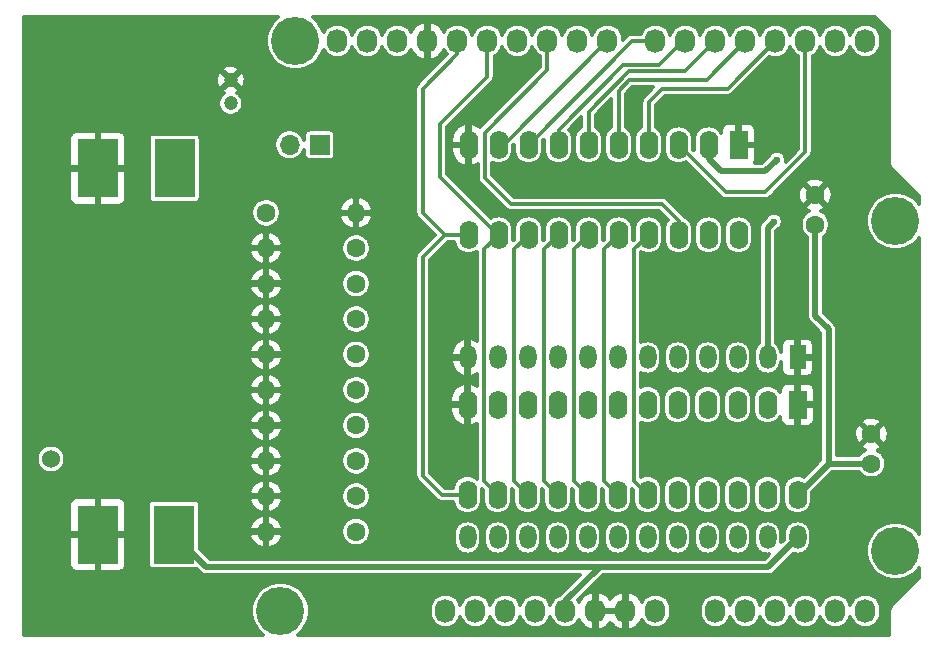
<source format=gbr>
%TF.GenerationSoftware,KiCad,Pcbnew,(5.1.9)-1*%
%TF.CreationDate,2021-11-17T20:07:43-06:00*%
%TF.ProjectId,GAL_Programmer,47414c5f-5072-46f6-9772-616d6d65722e,rev?*%
%TF.SameCoordinates,Original*%
%TF.FileFunction,Copper,L2,Bot*%
%TF.FilePolarity,Positive*%
%FSLAX45Y45*%
G04 Gerber Fmt 4.5, Leading zero omitted, Abs format (unit mm)*
G04 Created by KiCad (PCBNEW (5.1.9)-1) date 2021-11-17 20:07:43*
%MOMM*%
%LPD*%
G01*
G04 APERTURE LIST*
%TA.AperFunction,ComponentPad*%
%ADD10C,1.200000*%
%TD*%
%TA.AperFunction,ComponentPad*%
%ADD11R,3.500000X5.000000*%
%TD*%
%TA.AperFunction,ComponentPad*%
%ADD12C,1.524000*%
%TD*%
%TA.AperFunction,ComponentPad*%
%ADD13O,1.727200X2.032000*%
%TD*%
%TA.AperFunction,ComponentPad*%
%ADD14C,4.064000*%
%TD*%
%TA.AperFunction,ComponentPad*%
%ADD15O,1.600000X1.600000*%
%TD*%
%TA.AperFunction,ComponentPad*%
%ADD16C,1.600000*%
%TD*%
%TA.AperFunction,ComponentPad*%
%ADD17R,1.600000X2.400000*%
%TD*%
%TA.AperFunction,ComponentPad*%
%ADD18O,1.600000X2.400000*%
%TD*%
%TA.AperFunction,ComponentPad*%
%ADD19R,1.700000X1.700000*%
%TD*%
%TA.AperFunction,ComponentPad*%
%ADD20O,1.700000X1.700000*%
%TD*%
%TA.AperFunction,ComponentPad*%
%ADD21R,1.440000X2.000000*%
%TD*%
%TA.AperFunction,ComponentPad*%
%ADD22O,1.440000X2.000000*%
%TD*%
%TA.AperFunction,ViaPad*%
%ADD23C,0.600000*%
%TD*%
%TA.AperFunction,Conductor*%
%ADD24C,0.500000*%
%TD*%
%TA.AperFunction,Conductor*%
%ADD25C,0.300000*%
%TD*%
%TA.AperFunction,Conductor*%
%ADD26C,0.100000*%
%TD*%
G04 APERTURE END LIST*
D10*
%TO.P,C3,1*%
%TO.N,Net-(C3-Pad1)*%
X12074800Y-8086500D03*
%TO.P,C3,2*%
%TO.N,GND*%
X12074800Y-7886500D03*
%TD*%
D11*
%TO.P,U3,1*%
%TO.N,+5V*%
X11594800Y-11736500D03*
%TO.P,U3,2*%
%TO.N,GND*%
X10949800Y-11736500D03*
%TO.P,U3,4*%
X10949800Y-8636500D03*
%TO.P,U3,3*%
%TO.N,Net-(C3-Pad1)*%
X11599800Y-8636500D03*
D12*
%TO.P,U3,5*%
%TO.N,/11(MOSI)*%
X10554800Y-11096500D03*
%TD*%
D13*
%TO.P,P1,1*%
%TO.N,Net-(P1-Pad1)*%
X13893800Y-12382500D03*
%TO.P,P1,2*%
%TO.N,/IOREF*%
X14147800Y-12382500D03*
%TO.P,P1,3*%
%TO.N,/Reset*%
X14401800Y-12382500D03*
%TO.P,P1,4*%
%TO.N,Net-(P1-Pad4)*%
X14655800Y-12382500D03*
%TO.P,P1,5*%
%TO.N,+5V*%
X14909800Y-12382500D03*
%TO.P,P1,6*%
%TO.N,GND*%
X15163800Y-12382500D03*
%TO.P,P1,7*%
X15417800Y-12382500D03*
%TO.P,P1,8*%
%TO.N,/Vin*%
X15671800Y-12382500D03*
%TD*%
%TO.P,P2,1*%
%TO.N,/A0*%
X16179800Y-12382500D03*
%TO.P,P2,2*%
%TO.N,/A1*%
X16433800Y-12382500D03*
%TO.P,P2,3*%
%TO.N,/A2*%
X16687800Y-12382500D03*
%TO.P,P2,4*%
%TO.N,/A3*%
X16941800Y-12382500D03*
%TO.P,P2,5*%
%TO.N,Net-(P2-Pad5)*%
X17195800Y-12382500D03*
%TO.P,P2,6*%
%TO.N,Net-(P2-Pad6)*%
X17449800Y-12382500D03*
%TD*%
%TO.P,P3,1*%
%TO.N,Net-(P3-Pad1)*%
X12979400Y-7556500D03*
%TO.P,P3,2*%
%TO.N,Net-(P3-Pad2)*%
X13233400Y-7556500D03*
%TO.P,P3,3*%
%TO.N,/AREF*%
X13487400Y-7556500D03*
%TO.P,P3,4*%
%TO.N,GND*%
X13741400Y-7556500D03*
%TO.P,P3,5*%
%TO.N,/13(SCK)*%
X13995400Y-7556500D03*
%TO.P,P3,6*%
%TO.N,/12(MISO)*%
X14249400Y-7556500D03*
%TO.P,P3,7*%
%TO.N,/11(MOSI)*%
X14503400Y-7556500D03*
%TO.P,P3,8*%
%TO.N,/10(\u002A\u002A/SS)*%
X14757400Y-7556500D03*
%TO.P,P3,9*%
%TO.N,/9(\u002A\u002A)*%
X15011400Y-7556500D03*
%TO.P,P3,10*%
%TO.N,/8*%
X15265400Y-7556500D03*
%TD*%
%TO.P,P4,1*%
%TO.N,/7*%
X15671800Y-7556500D03*
%TO.P,P4,2*%
%TO.N,/6(\u002A\u002A)*%
X15925800Y-7556500D03*
%TO.P,P4,3*%
%TO.N,/5(\u002A\u002A)*%
X16179800Y-7556500D03*
%TO.P,P4,4*%
%TO.N,/4*%
X16433800Y-7556500D03*
%TO.P,P4,5*%
%TO.N,/3(\u002A\u002A)*%
X16687800Y-7556500D03*
%TO.P,P4,6*%
%TO.N,/2*%
X16941800Y-7556500D03*
%TO.P,P4,7*%
%TO.N,/1(Tx)*%
X17195800Y-7556500D03*
%TO.P,P4,8*%
%TO.N,/0(Rx)*%
X17449800Y-7556500D03*
%TD*%
D14*
%TO.P,P5,1*%
%TO.N,Net-(P5-Pad1)*%
X12496800Y-12382500D03*
%TD*%
%TO.P,P6,1*%
%TO.N,Net-(P6-Pad1)*%
X17703800Y-11874500D03*
%TD*%
%TO.P,P7,1*%
%TO.N,Net-(P7-Pad1)*%
X12623800Y-7556500D03*
%TD*%
%TO.P,P8,1*%
%TO.N,Net-(P8-Pad1)*%
X17703800Y-9080500D03*
%TD*%
D15*
%TO.P,R1,2*%
%TO.N,GND*%
X12374800Y-11711500D03*
D16*
%TO.P,R1,1*%
%TO.N,/R1*%
X13136800Y-11711500D03*
%TD*%
%TO.P,R2,1*%
%TO.N,/R2*%
X13136800Y-11411500D03*
D15*
%TO.P,R2,2*%
%TO.N,GND*%
X12374800Y-11411500D03*
%TD*%
%TO.P,R3,2*%
%TO.N,GND*%
X12374800Y-11111500D03*
D16*
%TO.P,R3,1*%
%TO.N,/R3*%
X13136800Y-11111500D03*
%TD*%
%TO.P,R4,1*%
%TO.N,/R4*%
X13136800Y-10811500D03*
D15*
%TO.P,R4,2*%
%TO.N,GND*%
X12374800Y-10811500D03*
%TD*%
%TO.P,R5,2*%
%TO.N,GND*%
X12374800Y-10511500D03*
D16*
%TO.P,R5,1*%
%TO.N,/R5*%
X13136800Y-10511500D03*
%TD*%
%TO.P,R6,1*%
%TO.N,/R6*%
X13136800Y-10211500D03*
D15*
%TO.P,R6,2*%
%TO.N,GND*%
X12374800Y-10211500D03*
%TD*%
%TO.P,R7,2*%
%TO.N,GND*%
X12374800Y-9911500D03*
D16*
%TO.P,R7,1*%
%TO.N,/R7*%
X13136800Y-9911500D03*
%TD*%
%TO.P,R8,1*%
%TO.N,/R8*%
X13136800Y-9611500D03*
D15*
%TO.P,R8,2*%
%TO.N,GND*%
X12374800Y-9611500D03*
%TD*%
%TO.P,R9,2*%
%TO.N,GND*%
X12374800Y-9311500D03*
D16*
%TO.P,R9,1*%
%TO.N,/R9*%
X13136800Y-9311500D03*
%TD*%
%TO.P,R10,1*%
%TO.N,/11(MOSI)*%
X12374800Y-9011500D03*
D15*
%TO.P,R10,2*%
%TO.N,GND*%
X13136800Y-9011500D03*
%TD*%
D17*
%TO.P,U1,1*%
%TO.N,GND*%
X16374800Y-8436500D03*
D18*
%TO.P,U1,11*%
%TO.N,/13(SCK)*%
X14088800Y-9198500D03*
%TO.P,U1,2*%
%TO.N,/EDIT*%
X16120800Y-8436500D03*
%TO.P,U1,12*%
%TO.N,/12(MISO)*%
X14342800Y-9198500D03*
%TO.P,U1,3*%
%TO.N,/2*%
X15866800Y-8436500D03*
%TO.P,U1,13*%
%TO.N,/R1*%
X14596800Y-9198500D03*
%TO.P,U1,4*%
%TO.N,/3(\u002A\u002A)*%
X15612800Y-8436500D03*
%TO.P,U1,14*%
%TO.N,/R2*%
X14850800Y-9198500D03*
%TO.P,U1,5*%
%TO.N,/4*%
X15358800Y-8436500D03*
%TO.P,U1,15*%
%TO.N,/R3*%
X15104800Y-9198500D03*
%TO.P,U1,6*%
%TO.N,/5(\u002A\u002A)*%
X15104800Y-8436500D03*
%TO.P,U1,16*%
%TO.N,/R4*%
X15358800Y-9198500D03*
%TO.P,U1,7*%
%TO.N,/6(\u002A\u002A)*%
X14850800Y-8436500D03*
%TO.P,U1,17*%
%TO.N,/R5*%
X15612800Y-9198500D03*
%TO.P,U1,8*%
%TO.N,/7*%
X14596800Y-8436500D03*
%TO.P,U1,18*%
%TO.N,/10(\u002A\u002A/SS)*%
X15866800Y-9198500D03*
%TO.P,U1,9*%
%TO.N,/8*%
X14342800Y-8436500D03*
%TO.P,U1,19*%
%TO.N,/9(\u002A\u002A)*%
X16120800Y-9198500D03*
%TO.P,U1,10*%
%TO.N,GND*%
X14088800Y-8436500D03*
%TO.P,U1,20*%
%TO.N,+5V*%
X16374800Y-9198500D03*
%TD*%
D17*
%TO.P,U2,1*%
%TO.N,GND*%
X16874800Y-10636500D03*
D18*
%TO.P,U2,13*%
%TO.N,/13(SCK)*%
X14080800Y-11398500D03*
%TO.P,U2,2*%
%TO.N,/EDIT*%
X16620800Y-10636500D03*
%TO.P,U2,14*%
%TO.N,/12(MISO)*%
X14334800Y-11398500D03*
%TO.P,U2,3*%
%TO.N,/9(\u002A\u002A)*%
X16366800Y-10636500D03*
%TO.P,U2,15*%
%TO.N,/R1*%
X14588800Y-11398500D03*
%TO.P,U2,4*%
%TO.N,/10(\u002A\u002A/SS)*%
X16112800Y-10636500D03*
%TO.P,U2,16*%
%TO.N,/R2*%
X14842800Y-11398500D03*
%TO.P,U2,5*%
%TO.N,/2*%
X15858800Y-10636500D03*
%TO.P,U2,17*%
%TO.N,/R3*%
X15096800Y-11398500D03*
%TO.P,U2,6*%
%TO.N,/3(\u002A\u002A)*%
X15604800Y-10636500D03*
%TO.P,U2,18*%
%TO.N,/R4*%
X15350800Y-11398500D03*
%TO.P,U2,7*%
%TO.N,/4*%
X15350800Y-10636500D03*
%TO.P,U2,19*%
%TO.N,/R5*%
X15604800Y-11398500D03*
%TO.P,U2,8*%
%TO.N,/5(\u002A\u002A)*%
X15096800Y-10636500D03*
%TO.P,U2,20*%
%TO.N,/R6*%
X15858800Y-11398500D03*
%TO.P,U2,9*%
%TO.N,/6(\u002A\u002A)*%
X14842800Y-10636500D03*
%TO.P,U2,21*%
%TO.N,/R7*%
X16112800Y-11398500D03*
%TO.P,U2,10*%
%TO.N,/7*%
X14588800Y-10636500D03*
%TO.P,U2,22*%
%TO.N,/R8*%
X16366800Y-11398500D03*
%TO.P,U2,11*%
%TO.N,/8*%
X14334800Y-10636500D03*
%TO.P,U2,23*%
%TO.N,/R9*%
X16620800Y-11398500D03*
%TO.P,U2,12*%
%TO.N,GND*%
X14080800Y-10636500D03*
%TO.P,U2,24*%
%TO.N,+5V*%
X16874800Y-11398500D03*
%TD*%
D16*
%TO.P,C1,2*%
%TO.N,GND*%
X17499800Y-10886500D03*
%TO.P,C1,1*%
%TO.N,+5V*%
X17499800Y-11136500D03*
%TD*%
%TO.P,C2,1*%
%TO.N,+5V*%
X17024800Y-9111500D03*
%TO.P,C2,2*%
%TO.N,GND*%
X17024800Y-8861500D03*
%TD*%
D19*
%TO.P,J1,1*%
%TO.N,/EDIT*%
X12828800Y-8436500D03*
D20*
%TO.P,J1,2*%
%TO.N,Net-(C3-Pad1)*%
X12574800Y-8436500D03*
%TD*%
D21*
%TO.P,U4,1*%
%TO.N,GND*%
X16374800Y-8436500D03*
D22*
%TO.P,U4,20*%
%TO.N,+5V*%
X16374800Y-9198500D03*
%TO.P,U4,2*%
%TO.N,/EDIT*%
X16120800Y-8436500D03*
%TO.P,U4,19*%
%TO.N,/9(\u002A\u002A)*%
X16120800Y-9198500D03*
%TO.P,U4,3*%
%TO.N,/2*%
X15866800Y-8436500D03*
%TO.P,U4,18*%
%TO.N,/10(\u002A\u002A/SS)*%
X15866800Y-9198500D03*
%TO.P,U4,4*%
%TO.N,/3(\u002A\u002A)*%
X15612800Y-8436500D03*
%TO.P,U4,17*%
%TO.N,/R5*%
X15612800Y-9198500D03*
%TO.P,U4,5*%
%TO.N,/4*%
X15358800Y-8436500D03*
%TO.P,U4,16*%
%TO.N,/R4*%
X15358800Y-9198500D03*
%TO.P,U4,6*%
%TO.N,/5(\u002A\u002A)*%
X15104800Y-8436500D03*
%TO.P,U4,15*%
%TO.N,/R3*%
X15104800Y-9198500D03*
%TO.P,U4,7*%
%TO.N,/6(\u002A\u002A)*%
X14850800Y-8436500D03*
%TO.P,U4,14*%
%TO.N,/R2*%
X14850800Y-9198500D03*
%TO.P,U4,8*%
%TO.N,/7*%
X14596800Y-8436500D03*
%TO.P,U4,13*%
%TO.N,/R1*%
X14596800Y-9198500D03*
%TO.P,U4,9*%
%TO.N,/8*%
X14342800Y-8436500D03*
%TO.P,U4,12*%
%TO.N,/12(MISO)*%
X14342800Y-9198500D03*
%TO.P,U4,10*%
%TO.N,GND*%
X14088800Y-8436500D03*
%TO.P,U4,11*%
%TO.N,/13(SCK)*%
X14088800Y-9198500D03*
%TD*%
D21*
%TO.P,U5,1*%
%TO.N,GND*%
X16874800Y-10236500D03*
D22*
%TO.P,U5,24*%
%TO.N,+5V*%
X16874800Y-11760500D03*
%TO.P,U5,2*%
%TO.N,/EDIT*%
X16620800Y-10236500D03*
%TO.P,U5,23*%
%TO.N,/R9*%
X16620800Y-11760500D03*
%TO.P,U5,3*%
%TO.N,/9(\u002A\u002A)*%
X16366800Y-10236500D03*
%TO.P,U5,22*%
%TO.N,/R8*%
X16366800Y-11760500D03*
%TO.P,U5,4*%
%TO.N,/10(\u002A\u002A/SS)*%
X16112800Y-10236500D03*
%TO.P,U5,21*%
%TO.N,/R7*%
X16112800Y-11760500D03*
%TO.P,U5,5*%
%TO.N,/2*%
X15858800Y-10236500D03*
%TO.P,U5,20*%
%TO.N,/R6*%
X15858800Y-11760500D03*
%TO.P,U5,6*%
%TO.N,/3(\u002A\u002A)*%
X15604800Y-10236500D03*
%TO.P,U5,19*%
%TO.N,/R5*%
X15604800Y-11760500D03*
%TO.P,U5,7*%
%TO.N,/4*%
X15350800Y-10236500D03*
%TO.P,U5,18*%
%TO.N,/R4*%
X15350800Y-11760500D03*
%TO.P,U5,8*%
%TO.N,/5(\u002A\u002A)*%
X15096800Y-10236500D03*
%TO.P,U5,17*%
%TO.N,/R3*%
X15096800Y-11760500D03*
%TO.P,U5,9*%
%TO.N,/6(\u002A\u002A)*%
X14842800Y-10236500D03*
%TO.P,U5,16*%
%TO.N,/R2*%
X14842800Y-11760500D03*
%TO.P,U5,10*%
%TO.N,/7*%
X14588800Y-10236500D03*
%TO.P,U5,15*%
%TO.N,/R1*%
X14588800Y-11760500D03*
%TO.P,U5,11*%
%TO.N,/8*%
X14334800Y-10236500D03*
%TO.P,U5,14*%
%TO.N,/12(MISO)*%
X14334800Y-11760500D03*
%TO.P,U5,12*%
%TO.N,GND*%
X14080800Y-10236500D03*
%TO.P,U5,13*%
%TO.N,/13(SCK)*%
X14080800Y-11760500D03*
%TD*%
D23*
%TO.N,GND*%
X13224800Y-8061500D03*
X13524800Y-8261500D03*
X14474800Y-7836500D03*
X17499800Y-8036500D03*
X17799800Y-10411500D03*
X17274800Y-9711500D03*
X16749800Y-10986500D03*
X17249800Y-11986500D03*
X13649800Y-11811500D03*
X13574800Y-11311500D03*
X10774800Y-11386500D03*
X10949800Y-11386500D03*
X11124800Y-11386500D03*
X10774800Y-8986500D03*
X10949800Y-8986500D03*
X11124800Y-8986500D03*
X16324800Y-8161500D03*
X15974800Y-8186500D03*
X15774800Y-8136500D03*
X11236000Y-8712500D03*
X11236000Y-8864900D03*
X11236000Y-8560100D03*
X11236000Y-8407700D03*
X10677200Y-8407700D03*
X10677200Y-8560100D03*
X10677200Y-8712500D03*
X10677200Y-8864900D03*
X10677200Y-11963700D03*
X10677200Y-11811300D03*
X10677200Y-11658900D03*
X10677200Y-11506500D03*
X11236000Y-11506500D03*
X11236000Y-11658900D03*
X11236000Y-11811300D03*
X11236000Y-11963700D03*
%TO.N,/EDIT*%
X16699800Y-8561500D03*
X16674800Y-9086500D03*
%TD*%
D24*
%TO.N,+5V*%
X17136800Y-11136500D02*
X16874800Y-11398500D01*
X17499800Y-11136500D02*
X17136800Y-11136500D01*
X17024800Y-9111500D02*
X17024800Y-9886500D01*
X17136800Y-9998500D02*
X17136800Y-11136500D01*
X17024800Y-9886500D02*
X17136800Y-9998500D01*
X14909800Y-12382500D02*
X14909800Y-12301500D01*
X14909800Y-12301500D02*
X15199800Y-12011500D01*
X16623800Y-12011500D02*
X16874800Y-11760500D01*
X11594800Y-11736500D02*
X11869800Y-12011500D01*
X11869800Y-12011500D02*
X15274800Y-12011500D01*
X15274800Y-12011500D02*
X16623800Y-12011500D01*
X15199800Y-12011500D02*
X15274800Y-12011500D01*
D25*
%TO.N,/8*%
X14385400Y-8436500D02*
X15265400Y-7556500D01*
X14342800Y-8436500D02*
X14385400Y-8436500D01*
%TO.N,/7*%
X15476800Y-7556500D02*
X15671800Y-7556500D01*
X14596800Y-8436500D02*
X15476800Y-7556500D01*
X15671800Y-7556500D02*
X15554800Y-7556500D01*
%TO.N,/6(\u002A\u002A)*%
X15925800Y-7556500D02*
X15904800Y-7556500D01*
X15904800Y-7556500D02*
X15699800Y-7761500D01*
X15699800Y-7761500D02*
X15399800Y-7761500D01*
X14850800Y-8310500D02*
X14850800Y-8436500D01*
X15399800Y-7761500D02*
X14850800Y-8310500D01*
%TO.N,/5(\u002A\u002A)*%
X16179800Y-7556500D02*
X15924799Y-7811501D01*
X15924799Y-7811501D02*
X15449799Y-7811501D01*
X15104800Y-8156500D02*
X15104800Y-8436500D01*
X15449799Y-7811501D02*
X15104800Y-8156500D01*
%TO.N,/4*%
X15358800Y-8436500D02*
X15358800Y-7977500D01*
X15358800Y-7977500D02*
X15449800Y-7886500D01*
X16103800Y-7886500D02*
X16433800Y-7556500D01*
X15449800Y-7886500D02*
X16103800Y-7886500D01*
%TO.N,/3(\u002A\u002A)*%
X16687800Y-7556500D02*
X16282800Y-7961500D01*
X16282800Y-7961500D02*
X15724800Y-7961500D01*
X15612800Y-8073500D02*
X15612800Y-8436500D01*
X15724800Y-7961500D02*
X15612800Y-8073500D01*
%TO.N,/2*%
X16941800Y-8494500D02*
X16941800Y-7556500D01*
X16599800Y-8836500D02*
X16941800Y-8494500D01*
X16266800Y-8836500D02*
X16599800Y-8836500D01*
X15866800Y-8436500D02*
X16266800Y-8836500D01*
%TO.N,/13(SCK)*%
X13995400Y-7665900D02*
X13995400Y-7556500D01*
X13699800Y-7961500D02*
X13995400Y-7665900D01*
X13699800Y-9011500D02*
X13699800Y-7961500D01*
X13886800Y-9198500D02*
X13699800Y-9011500D01*
X14088800Y-9198500D02*
X13886800Y-9198500D01*
X14080800Y-11398500D02*
X13861800Y-11398500D01*
X13861800Y-11398500D02*
X13699800Y-11236500D01*
X13699800Y-9385500D02*
X13886800Y-9198500D01*
X13699800Y-11236500D02*
X13699800Y-9385500D01*
%TO.N,/10(\u002A\u002A/SS)*%
X15866800Y-9078500D02*
X15866800Y-9198500D01*
X15724800Y-8936500D02*
X15866800Y-9078500D01*
X14449800Y-8936500D02*
X15724800Y-8936500D01*
X14227799Y-8714499D02*
X14449800Y-8936500D01*
X14227799Y-8333501D02*
X14227799Y-8714499D01*
X14757400Y-7803900D02*
X14227799Y-8333501D01*
X14757400Y-7556500D02*
X14757400Y-7803900D01*
%TO.N,/12(MISO)*%
X14336800Y-9198500D02*
X14342800Y-9198500D01*
X13849800Y-8261500D02*
X13849800Y-8711500D01*
X13849800Y-8711500D02*
X14336800Y-9198500D01*
X14249400Y-7861900D02*
X13849800Y-8261500D01*
X14249400Y-7556500D02*
X14249400Y-7861900D01*
X14219799Y-11283499D02*
X14334800Y-11398500D01*
X14219799Y-9321501D02*
X14219799Y-11283499D01*
X14342800Y-9198500D02*
X14219799Y-9321501D01*
D24*
%TO.N,/EDIT*%
X16620800Y-9140500D02*
X16620800Y-10236500D01*
X16674800Y-9086500D02*
X16620800Y-9140500D01*
X16120800Y-8436500D02*
X16120800Y-8557500D01*
X16120800Y-8557500D02*
X16224800Y-8661500D01*
X16599800Y-8661500D02*
X16699800Y-8561500D01*
X16224800Y-8661500D02*
X16599800Y-8661500D01*
D25*
%TO.N,/R1*%
X14473799Y-11283499D02*
X14588800Y-11398500D01*
X14473799Y-9321501D02*
X14473799Y-11283499D01*
X14596800Y-9198500D02*
X14473799Y-9321501D01*
%TO.N,/R2*%
X14727799Y-11283499D02*
X14842800Y-11398500D01*
X14727799Y-9321501D02*
X14727799Y-11283499D01*
X14850800Y-9198500D02*
X14727799Y-9321501D01*
%TO.N,/R3*%
X14981799Y-11283499D02*
X15096800Y-11398500D01*
X14981799Y-9321501D02*
X14981799Y-11283499D01*
X15104800Y-9198500D02*
X14981799Y-9321501D01*
%TO.N,/R4*%
X15235799Y-11283499D02*
X15350800Y-11398500D01*
X15235799Y-9321501D02*
X15235799Y-11283499D01*
X15358800Y-9198500D02*
X15235799Y-9321501D01*
%TO.N,/R5*%
X15489799Y-11283499D02*
X15604800Y-11398500D01*
X15489799Y-9321501D02*
X15489799Y-11283499D01*
X15612800Y-9198500D02*
X15489799Y-9321501D01*
%TD*%
%TO.N,GND*%
X12465582Y-7363710D02*
X12431010Y-7398282D01*
X12403848Y-7438933D01*
X12385138Y-7484103D01*
X12375600Y-7532054D01*
X12375600Y-7580946D01*
X12385138Y-7628897D01*
X12403848Y-7674067D01*
X12431010Y-7714718D01*
X12465582Y-7749289D01*
X12506233Y-7776452D01*
X12551403Y-7795162D01*
X12599354Y-7804700D01*
X12648246Y-7804700D01*
X12696197Y-7795162D01*
X12741367Y-7776452D01*
X12782018Y-7749289D01*
X12816589Y-7714718D01*
X12843752Y-7674067D01*
X12861825Y-7630434D01*
X12869650Y-7645073D01*
X12886065Y-7665075D01*
X12906067Y-7681490D01*
X12928888Y-7693688D01*
X12953649Y-7701199D01*
X12979400Y-7703735D01*
X13005151Y-7701199D01*
X13029912Y-7693688D01*
X13052733Y-7681490D01*
X13072735Y-7665075D01*
X13089150Y-7645073D01*
X13101348Y-7622252D01*
X13106400Y-7605598D01*
X13111452Y-7622252D01*
X13123650Y-7645073D01*
X13140065Y-7665075D01*
X13160067Y-7681490D01*
X13182888Y-7693688D01*
X13207649Y-7701199D01*
X13233400Y-7703735D01*
X13259151Y-7701199D01*
X13283912Y-7693688D01*
X13306733Y-7681490D01*
X13326735Y-7665075D01*
X13343150Y-7645073D01*
X13355348Y-7622252D01*
X13360400Y-7605598D01*
X13365452Y-7622252D01*
X13377650Y-7645073D01*
X13394065Y-7665075D01*
X13414067Y-7681490D01*
X13436888Y-7693688D01*
X13461649Y-7701199D01*
X13487400Y-7703735D01*
X13513151Y-7701199D01*
X13537912Y-7693688D01*
X13560733Y-7681490D01*
X13580735Y-7665075D01*
X13597150Y-7645073D01*
X13603085Y-7633969D01*
X13608993Y-7647203D01*
X13626259Y-7671584D01*
X13647950Y-7692129D01*
X13673232Y-7708047D01*
X13701134Y-7718726D01*
X13707381Y-7720048D01*
X13731000Y-7707051D01*
X13731000Y-7566900D01*
X13729000Y-7566900D01*
X13729000Y-7546100D01*
X13731000Y-7546100D01*
X13731000Y-7405949D01*
X13707381Y-7392952D01*
X13701134Y-7394273D01*
X13673232Y-7404953D01*
X13647950Y-7420871D01*
X13626259Y-7441416D01*
X13608993Y-7465797D01*
X13603085Y-7479031D01*
X13597150Y-7467927D01*
X13580735Y-7447925D01*
X13560733Y-7431510D01*
X13537912Y-7419312D01*
X13513151Y-7411801D01*
X13487400Y-7409264D01*
X13461649Y-7411801D01*
X13436887Y-7419312D01*
X13414067Y-7431510D01*
X13394065Y-7447925D01*
X13377650Y-7467927D01*
X13365452Y-7490748D01*
X13360400Y-7507402D01*
X13355348Y-7490747D01*
X13343150Y-7467927D01*
X13326735Y-7447925D01*
X13306733Y-7431510D01*
X13283912Y-7419312D01*
X13259151Y-7411801D01*
X13233400Y-7409264D01*
X13207649Y-7411801D01*
X13182887Y-7419312D01*
X13160067Y-7431510D01*
X13140065Y-7447925D01*
X13123650Y-7467927D01*
X13111452Y-7490748D01*
X13106400Y-7507402D01*
X13101348Y-7490747D01*
X13089150Y-7467927D01*
X13072735Y-7447925D01*
X13052733Y-7431510D01*
X13029912Y-7419312D01*
X13005151Y-7411801D01*
X12979400Y-7409264D01*
X12953649Y-7411801D01*
X12928887Y-7419312D01*
X12906067Y-7431510D01*
X12886065Y-7447925D01*
X12869650Y-7467927D01*
X12861825Y-7482566D01*
X12843752Y-7438933D01*
X12816589Y-7398282D01*
X12782018Y-7363710D01*
X12768982Y-7355000D01*
X17529654Y-7355000D01*
X17651300Y-7476646D01*
X17651300Y-8595322D01*
X17651046Y-8597900D01*
X17651300Y-8600478D01*
X17651300Y-8600479D01*
X17652060Y-8608192D01*
X17655062Y-8618088D01*
X17659937Y-8627209D01*
X17666497Y-8635203D01*
X17668501Y-8636847D01*
X17905300Y-8873646D01*
X17905300Y-8935318D01*
X17896590Y-8922282D01*
X17862018Y-8887711D01*
X17821367Y-8860548D01*
X17776197Y-8841838D01*
X17728246Y-8832300D01*
X17679354Y-8832300D01*
X17631403Y-8841838D01*
X17586233Y-8860548D01*
X17545582Y-8887711D01*
X17511011Y-8922282D01*
X17483848Y-8962933D01*
X17465138Y-9008103D01*
X17455600Y-9056054D01*
X17455600Y-9104946D01*
X17465138Y-9152897D01*
X17483848Y-9198067D01*
X17511011Y-9238718D01*
X17545582Y-9273290D01*
X17586233Y-9300452D01*
X17631403Y-9319162D01*
X17679354Y-9328700D01*
X17728246Y-9328700D01*
X17776197Y-9319162D01*
X17821367Y-9300452D01*
X17862018Y-9273290D01*
X17896590Y-9238718D01*
X17905300Y-9225682D01*
X17905300Y-11729318D01*
X17896590Y-11716282D01*
X17862018Y-11681710D01*
X17821367Y-11654548D01*
X17776197Y-11635838D01*
X17728246Y-11626300D01*
X17679354Y-11626300D01*
X17631403Y-11635838D01*
X17586233Y-11654548D01*
X17545582Y-11681710D01*
X17511011Y-11716282D01*
X17483848Y-11756933D01*
X17465138Y-11802103D01*
X17455600Y-11850054D01*
X17455600Y-11898946D01*
X17465138Y-11946897D01*
X17483848Y-11992067D01*
X17511011Y-12032718D01*
X17545582Y-12067289D01*
X17586233Y-12094452D01*
X17631403Y-12113162D01*
X17679354Y-12122700D01*
X17728246Y-12122700D01*
X17776197Y-12113162D01*
X17821367Y-12094452D01*
X17862018Y-12067289D01*
X17896590Y-12032718D01*
X17905300Y-12019682D01*
X17905300Y-12106754D01*
X17668501Y-12343553D01*
X17666497Y-12345197D01*
X17664854Y-12347200D01*
X17659937Y-12353191D01*
X17655062Y-12362312D01*
X17652060Y-12372208D01*
X17651046Y-12382500D01*
X17651300Y-12385079D01*
X17651300Y-12584000D01*
X12641982Y-12584000D01*
X12655018Y-12575289D01*
X12689589Y-12540718D01*
X12716752Y-12500067D01*
X12735462Y-12454897D01*
X12745000Y-12406946D01*
X12745000Y-12358054D01*
X12735462Y-12310103D01*
X12716752Y-12264933D01*
X12689589Y-12224282D01*
X12655018Y-12189710D01*
X12614367Y-12162548D01*
X12569197Y-12143838D01*
X12521246Y-12134300D01*
X12472354Y-12134300D01*
X12424403Y-12143838D01*
X12379233Y-12162548D01*
X12338582Y-12189710D01*
X12304010Y-12224282D01*
X12276848Y-12264933D01*
X12258138Y-12310103D01*
X12248600Y-12358054D01*
X12248600Y-12406946D01*
X12258138Y-12454897D01*
X12276848Y-12500067D01*
X12304010Y-12540718D01*
X12338582Y-12575289D01*
X12351618Y-12584000D01*
X10327300Y-12584000D01*
X10327300Y-11986500D01*
X10708682Y-11986500D01*
X10709952Y-11999399D01*
X10713715Y-12011802D01*
X10719825Y-12023233D01*
X10728047Y-12033253D01*
X10738067Y-12041475D01*
X10749498Y-12047585D01*
X10761901Y-12051348D01*
X10774800Y-12052618D01*
X10922950Y-12052300D01*
X10939400Y-12035850D01*
X10939400Y-11746900D01*
X10960200Y-11746900D01*
X10960200Y-12035850D01*
X10976650Y-12052300D01*
X11124800Y-12052618D01*
X11137699Y-12051348D01*
X11150102Y-12047585D01*
X11161533Y-12041475D01*
X11171553Y-12033253D01*
X11179775Y-12023233D01*
X11185885Y-12011802D01*
X11189648Y-11999399D01*
X11190918Y-11986500D01*
X11190600Y-11763350D01*
X11174150Y-11746900D01*
X10960200Y-11746900D01*
X10939400Y-11746900D01*
X10725450Y-11746900D01*
X10709000Y-11763350D01*
X10708682Y-11986500D01*
X10327300Y-11986500D01*
X10327300Y-11486500D01*
X10708682Y-11486500D01*
X10709000Y-11709650D01*
X10725450Y-11726100D01*
X10939400Y-11726100D01*
X10939400Y-11437150D01*
X10960200Y-11437150D01*
X10960200Y-11726100D01*
X11174150Y-11726100D01*
X11190600Y-11709650D01*
X11190918Y-11486500D01*
X11374582Y-11486500D01*
X11374582Y-11986500D01*
X11375451Y-11995321D01*
X11378024Y-12003804D01*
X11382203Y-12011622D01*
X11387826Y-12018474D01*
X11394678Y-12024097D01*
X11402496Y-12028276D01*
X11410978Y-12030849D01*
X11419800Y-12031718D01*
X11769800Y-12031718D01*
X11778621Y-12030849D01*
X11787104Y-12028276D01*
X11787415Y-12028110D01*
X11817870Y-12058565D01*
X11820063Y-12061237D01*
X11830722Y-12069984D01*
X11842882Y-12076484D01*
X11856078Y-12080487D01*
X11866361Y-12081500D01*
X11866361Y-12081500D01*
X11869800Y-12081839D01*
X11873239Y-12081500D01*
X15030805Y-12081500D01*
X14870348Y-12241957D01*
X14859287Y-12245312D01*
X14836467Y-12257510D01*
X14816465Y-12273925D01*
X14800050Y-12293927D01*
X14787852Y-12316748D01*
X14782800Y-12333402D01*
X14777748Y-12316747D01*
X14765550Y-12293927D01*
X14749135Y-12273925D01*
X14729133Y-12257510D01*
X14706312Y-12245312D01*
X14681551Y-12237801D01*
X14655800Y-12235264D01*
X14630049Y-12237801D01*
X14605287Y-12245312D01*
X14582467Y-12257510D01*
X14562465Y-12273925D01*
X14546050Y-12293927D01*
X14533852Y-12316748D01*
X14528800Y-12333402D01*
X14523748Y-12316747D01*
X14511550Y-12293927D01*
X14495135Y-12273925D01*
X14475133Y-12257510D01*
X14452312Y-12245312D01*
X14427551Y-12237801D01*
X14401800Y-12235264D01*
X14376049Y-12237801D01*
X14351287Y-12245312D01*
X14328467Y-12257510D01*
X14308465Y-12273925D01*
X14292050Y-12293927D01*
X14279852Y-12316748D01*
X14274800Y-12333402D01*
X14269748Y-12316747D01*
X14257550Y-12293927D01*
X14241135Y-12273925D01*
X14221133Y-12257510D01*
X14198312Y-12245312D01*
X14173551Y-12237801D01*
X14147800Y-12235264D01*
X14122049Y-12237801D01*
X14097287Y-12245312D01*
X14074467Y-12257510D01*
X14054465Y-12273925D01*
X14038050Y-12293927D01*
X14025852Y-12316748D01*
X14020800Y-12333402D01*
X14015748Y-12316747D01*
X14003550Y-12293927D01*
X13987135Y-12273925D01*
X13967133Y-12257510D01*
X13944312Y-12245312D01*
X13919551Y-12237801D01*
X13893800Y-12235264D01*
X13868049Y-12237801D01*
X13843287Y-12245312D01*
X13820467Y-12257510D01*
X13800465Y-12273925D01*
X13784050Y-12293927D01*
X13771852Y-12316748D01*
X13764341Y-12341509D01*
X13762440Y-12360808D01*
X13762440Y-12404192D01*
X13764341Y-12423491D01*
X13771852Y-12448252D01*
X13784050Y-12471073D01*
X13800465Y-12491075D01*
X13820467Y-12507490D01*
X13843288Y-12519688D01*
X13868049Y-12527199D01*
X13893800Y-12529735D01*
X13919551Y-12527199D01*
X13944312Y-12519688D01*
X13967133Y-12507490D01*
X13987135Y-12491075D01*
X14003550Y-12471073D01*
X14015748Y-12448252D01*
X14020800Y-12431598D01*
X14025852Y-12448252D01*
X14038050Y-12471073D01*
X14054465Y-12491075D01*
X14074467Y-12507490D01*
X14097288Y-12519688D01*
X14122049Y-12527199D01*
X14147800Y-12529735D01*
X14173551Y-12527199D01*
X14198312Y-12519688D01*
X14221133Y-12507490D01*
X14241135Y-12491075D01*
X14257550Y-12471073D01*
X14269748Y-12448252D01*
X14274800Y-12431598D01*
X14279852Y-12448252D01*
X14292050Y-12471073D01*
X14308465Y-12491075D01*
X14328467Y-12507490D01*
X14351288Y-12519688D01*
X14376049Y-12527199D01*
X14401800Y-12529735D01*
X14427551Y-12527199D01*
X14452312Y-12519688D01*
X14475133Y-12507490D01*
X14495135Y-12491075D01*
X14511550Y-12471073D01*
X14523748Y-12448252D01*
X14528800Y-12431598D01*
X14533852Y-12448252D01*
X14546050Y-12471073D01*
X14562465Y-12491075D01*
X14582467Y-12507490D01*
X14605288Y-12519688D01*
X14630049Y-12527199D01*
X14655800Y-12529735D01*
X14681551Y-12527199D01*
X14706312Y-12519688D01*
X14729133Y-12507490D01*
X14749135Y-12491075D01*
X14765550Y-12471073D01*
X14777748Y-12448252D01*
X14782800Y-12431598D01*
X14787852Y-12448252D01*
X14800050Y-12471073D01*
X14816465Y-12491075D01*
X14836467Y-12507490D01*
X14859288Y-12519688D01*
X14884049Y-12527199D01*
X14909800Y-12529735D01*
X14935551Y-12527199D01*
X14960312Y-12519688D01*
X14983133Y-12507490D01*
X15003135Y-12491075D01*
X15019550Y-12471073D01*
X15025485Y-12459969D01*
X15031393Y-12473203D01*
X15048659Y-12497584D01*
X15070350Y-12518129D01*
X15095632Y-12534047D01*
X15123534Y-12544726D01*
X15129781Y-12546048D01*
X15153400Y-12533051D01*
X15153400Y-12392900D01*
X15174200Y-12392900D01*
X15174200Y-12533051D01*
X15197819Y-12546048D01*
X15204066Y-12544726D01*
X15231968Y-12534047D01*
X15257250Y-12518129D01*
X15278941Y-12497584D01*
X15290800Y-12480839D01*
X15302659Y-12497584D01*
X15324350Y-12518129D01*
X15349632Y-12534047D01*
X15377534Y-12544726D01*
X15383781Y-12546048D01*
X15407400Y-12533051D01*
X15407400Y-12392900D01*
X15174200Y-12392900D01*
X15153400Y-12392900D01*
X15151400Y-12392900D01*
X15151400Y-12372100D01*
X15153400Y-12372100D01*
X15153400Y-12231949D01*
X15174200Y-12231949D01*
X15174200Y-12372100D01*
X15407400Y-12372100D01*
X15407400Y-12231949D01*
X15428200Y-12231949D01*
X15428200Y-12372100D01*
X15430200Y-12372100D01*
X15430200Y-12392900D01*
X15428200Y-12392900D01*
X15428200Y-12533051D01*
X15451819Y-12546048D01*
X15458066Y-12544726D01*
X15485968Y-12534047D01*
X15511250Y-12518129D01*
X15532941Y-12497584D01*
X15550207Y-12473203D01*
X15556115Y-12459969D01*
X15562050Y-12471073D01*
X15578465Y-12491075D01*
X15598467Y-12507490D01*
X15621288Y-12519688D01*
X15646049Y-12527199D01*
X15671800Y-12529735D01*
X15697551Y-12527199D01*
X15722312Y-12519688D01*
X15745133Y-12507490D01*
X15765135Y-12491075D01*
X15781550Y-12471073D01*
X15793748Y-12448252D01*
X15801259Y-12423491D01*
X15803160Y-12404192D01*
X15803160Y-12360808D01*
X16048440Y-12360808D01*
X16048440Y-12404192D01*
X16050341Y-12423491D01*
X16057852Y-12448252D01*
X16070050Y-12471073D01*
X16086465Y-12491075D01*
X16106467Y-12507490D01*
X16129288Y-12519688D01*
X16154049Y-12527199D01*
X16179800Y-12529735D01*
X16205551Y-12527199D01*
X16230312Y-12519688D01*
X16253133Y-12507490D01*
X16273135Y-12491075D01*
X16289550Y-12471073D01*
X16301748Y-12448252D01*
X16306800Y-12431598D01*
X16311852Y-12448252D01*
X16324050Y-12471073D01*
X16340465Y-12491075D01*
X16360467Y-12507490D01*
X16383288Y-12519688D01*
X16408049Y-12527199D01*
X16433800Y-12529735D01*
X16459551Y-12527199D01*
X16484312Y-12519688D01*
X16507133Y-12507490D01*
X16527135Y-12491075D01*
X16543550Y-12471073D01*
X16555748Y-12448252D01*
X16560800Y-12431598D01*
X16565852Y-12448252D01*
X16578050Y-12471073D01*
X16594465Y-12491075D01*
X16614467Y-12507490D01*
X16637288Y-12519688D01*
X16662049Y-12527199D01*
X16687800Y-12529735D01*
X16713551Y-12527199D01*
X16738312Y-12519688D01*
X16761133Y-12507490D01*
X16781135Y-12491075D01*
X16797550Y-12471073D01*
X16809748Y-12448252D01*
X16814800Y-12431598D01*
X16819852Y-12448252D01*
X16832050Y-12471073D01*
X16848465Y-12491075D01*
X16868467Y-12507490D01*
X16891288Y-12519688D01*
X16916049Y-12527199D01*
X16941800Y-12529735D01*
X16967551Y-12527199D01*
X16992313Y-12519688D01*
X17015133Y-12507490D01*
X17035135Y-12491075D01*
X17051550Y-12471073D01*
X17063748Y-12448252D01*
X17068800Y-12431598D01*
X17073852Y-12448252D01*
X17086050Y-12471073D01*
X17102465Y-12491075D01*
X17122467Y-12507490D01*
X17145288Y-12519688D01*
X17170049Y-12527199D01*
X17195800Y-12529735D01*
X17221551Y-12527199D01*
X17246313Y-12519688D01*
X17269133Y-12507490D01*
X17289135Y-12491075D01*
X17305550Y-12471073D01*
X17317748Y-12448252D01*
X17322800Y-12431598D01*
X17327852Y-12448252D01*
X17340050Y-12471073D01*
X17356465Y-12491075D01*
X17376467Y-12507490D01*
X17399288Y-12519688D01*
X17424049Y-12527199D01*
X17449800Y-12529735D01*
X17475551Y-12527199D01*
X17500313Y-12519688D01*
X17523133Y-12507490D01*
X17543135Y-12491075D01*
X17559550Y-12471073D01*
X17571748Y-12448252D01*
X17579259Y-12423491D01*
X17581160Y-12404192D01*
X17581160Y-12360808D01*
X17579259Y-12341509D01*
X17571748Y-12316747D01*
X17559550Y-12293927D01*
X17543135Y-12273925D01*
X17523133Y-12257510D01*
X17500312Y-12245312D01*
X17475551Y-12237801D01*
X17449800Y-12235264D01*
X17424049Y-12237801D01*
X17399288Y-12245312D01*
X17376467Y-12257510D01*
X17356465Y-12273925D01*
X17340050Y-12293927D01*
X17327852Y-12316748D01*
X17322800Y-12333402D01*
X17317748Y-12316747D01*
X17305550Y-12293927D01*
X17289135Y-12273925D01*
X17269133Y-12257510D01*
X17246312Y-12245312D01*
X17221551Y-12237801D01*
X17195800Y-12235264D01*
X17170049Y-12237801D01*
X17145288Y-12245312D01*
X17122467Y-12257510D01*
X17102465Y-12273925D01*
X17086050Y-12293927D01*
X17073852Y-12316748D01*
X17068800Y-12333402D01*
X17063748Y-12316747D01*
X17051550Y-12293927D01*
X17035135Y-12273925D01*
X17015133Y-12257510D01*
X16992312Y-12245312D01*
X16967551Y-12237801D01*
X16941800Y-12235264D01*
X16916049Y-12237801D01*
X16891288Y-12245312D01*
X16868467Y-12257510D01*
X16848465Y-12273925D01*
X16832050Y-12293927D01*
X16819852Y-12316748D01*
X16814800Y-12333402D01*
X16809748Y-12316747D01*
X16797550Y-12293927D01*
X16781135Y-12273925D01*
X16761133Y-12257510D01*
X16738312Y-12245312D01*
X16713551Y-12237801D01*
X16687800Y-12235264D01*
X16662049Y-12237801D01*
X16637287Y-12245312D01*
X16614467Y-12257510D01*
X16594465Y-12273925D01*
X16578050Y-12293927D01*
X16565852Y-12316748D01*
X16560800Y-12333402D01*
X16555748Y-12316747D01*
X16543550Y-12293927D01*
X16527135Y-12273925D01*
X16507133Y-12257510D01*
X16484312Y-12245312D01*
X16459551Y-12237801D01*
X16433800Y-12235264D01*
X16408049Y-12237801D01*
X16383287Y-12245312D01*
X16360467Y-12257510D01*
X16340465Y-12273925D01*
X16324050Y-12293927D01*
X16311852Y-12316748D01*
X16306800Y-12333402D01*
X16301748Y-12316747D01*
X16289550Y-12293927D01*
X16273135Y-12273925D01*
X16253133Y-12257510D01*
X16230312Y-12245312D01*
X16205551Y-12237801D01*
X16179800Y-12235264D01*
X16154049Y-12237801D01*
X16129287Y-12245312D01*
X16106467Y-12257510D01*
X16086465Y-12273925D01*
X16070050Y-12293927D01*
X16057852Y-12316748D01*
X16050341Y-12341509D01*
X16048440Y-12360808D01*
X15803160Y-12360808D01*
X15803160Y-12360808D01*
X15801259Y-12341509D01*
X15793748Y-12316747D01*
X15781550Y-12293927D01*
X15765135Y-12273925D01*
X15745133Y-12257510D01*
X15722312Y-12245312D01*
X15697551Y-12237801D01*
X15671800Y-12235264D01*
X15646049Y-12237801D01*
X15621287Y-12245312D01*
X15598467Y-12257510D01*
X15578465Y-12273925D01*
X15562050Y-12293927D01*
X15556115Y-12305031D01*
X15550207Y-12291797D01*
X15532941Y-12267416D01*
X15511250Y-12246871D01*
X15485968Y-12230953D01*
X15458066Y-12220273D01*
X15451819Y-12218952D01*
X15428200Y-12231949D01*
X15407400Y-12231949D01*
X15383781Y-12218952D01*
X15377534Y-12220273D01*
X15349632Y-12230953D01*
X15324350Y-12246871D01*
X15302659Y-12267416D01*
X15290800Y-12284161D01*
X15278941Y-12267416D01*
X15257250Y-12246871D01*
X15231968Y-12230953D01*
X15204066Y-12220273D01*
X15197819Y-12218952D01*
X15174200Y-12231949D01*
X15153400Y-12231949D01*
X15129781Y-12218952D01*
X15123534Y-12220273D01*
X15095632Y-12230953D01*
X15070350Y-12246871D01*
X15048659Y-12267416D01*
X15031393Y-12291797D01*
X15025485Y-12305031D01*
X15019550Y-12293927D01*
X15018116Y-12292179D01*
X15228795Y-12081500D01*
X16620361Y-12081500D01*
X16623800Y-12081839D01*
X16627239Y-12081500D01*
X16627239Y-12081500D01*
X16637522Y-12080487D01*
X16650717Y-12076484D01*
X16662878Y-12069984D01*
X16673537Y-12061237D01*
X16675730Y-12058565D01*
X16835463Y-11898832D01*
X16851864Y-11903807D01*
X16874800Y-11906066D01*
X16897736Y-11903807D01*
X16919791Y-11897117D01*
X16940116Y-11886253D01*
X16957932Y-11871632D01*
X16972553Y-11853816D01*
X16983417Y-11833491D01*
X16990107Y-11811436D01*
X16991800Y-11794248D01*
X16991800Y-11726752D01*
X16990107Y-11709564D01*
X16983417Y-11687509D01*
X16972553Y-11667184D01*
X16957932Y-11649368D01*
X16940116Y-11634747D01*
X16919791Y-11623883D01*
X16897736Y-11617193D01*
X16874800Y-11614934D01*
X16851864Y-11617193D01*
X16829810Y-11623883D01*
X16809484Y-11634747D01*
X16791668Y-11649368D01*
X16777047Y-11667184D01*
X16766183Y-11687509D01*
X16759493Y-11709564D01*
X16757800Y-11726752D01*
X16757800Y-11778505D01*
X16737335Y-11798970D01*
X16737800Y-11794248D01*
X16737800Y-11726752D01*
X16736107Y-11709564D01*
X16729417Y-11687509D01*
X16718553Y-11667184D01*
X16703932Y-11649368D01*
X16686116Y-11634747D01*
X16665791Y-11623883D01*
X16643736Y-11617193D01*
X16620800Y-11614934D01*
X16597864Y-11617193D01*
X16575809Y-11623883D01*
X16555484Y-11634747D01*
X16537668Y-11649368D01*
X16523047Y-11667184D01*
X16512183Y-11687509D01*
X16505493Y-11709564D01*
X16503800Y-11726752D01*
X16503800Y-11794248D01*
X16505493Y-11811436D01*
X16512183Y-11833490D01*
X16523047Y-11853816D01*
X16537668Y-11871632D01*
X16555484Y-11886253D01*
X16575809Y-11897117D01*
X16597864Y-11903807D01*
X16620800Y-11906066D01*
X16631270Y-11905035D01*
X16594805Y-11941500D01*
X15203239Y-11941500D01*
X15199800Y-11941161D01*
X15196361Y-11941500D01*
X11898795Y-11941500D01*
X11815018Y-11857723D01*
X11815018Y-11744522D01*
X12232789Y-11744522D01*
X12238375Y-11762940D01*
X12251032Y-11788567D01*
X12268446Y-11811232D01*
X12289946Y-11830065D01*
X12314707Y-11844341D01*
X12341778Y-11853512D01*
X12364400Y-11840479D01*
X12364400Y-11721900D01*
X12385200Y-11721900D01*
X12385200Y-11840479D01*
X12407822Y-11853512D01*
X12434893Y-11844341D01*
X12459654Y-11830065D01*
X12481154Y-11811232D01*
X12498568Y-11788567D01*
X12511224Y-11762940D01*
X12516811Y-11744522D01*
X12503731Y-11721900D01*
X12385200Y-11721900D01*
X12364400Y-11721900D01*
X12245869Y-11721900D01*
X12232789Y-11744522D01*
X11815018Y-11744522D01*
X11815018Y-11678478D01*
X12232789Y-11678478D01*
X12245869Y-11701100D01*
X12364400Y-11701100D01*
X12364400Y-11582521D01*
X12385200Y-11582521D01*
X12385200Y-11701100D01*
X12503731Y-11701100D01*
X12504836Y-11699189D01*
X13011800Y-11699189D01*
X13011800Y-11723811D01*
X13016604Y-11747961D01*
X13026026Y-11770710D01*
X13039706Y-11791183D01*
X13057117Y-11808594D01*
X13077590Y-11822273D01*
X13100339Y-11831696D01*
X13124489Y-11836500D01*
X13149111Y-11836500D01*
X13173261Y-11831696D01*
X13196010Y-11822273D01*
X13216483Y-11808594D01*
X13233894Y-11791183D01*
X13247573Y-11770710D01*
X13256996Y-11747961D01*
X13261215Y-11726752D01*
X13963800Y-11726752D01*
X13963800Y-11794248D01*
X13965493Y-11811436D01*
X13972183Y-11833490D01*
X13983047Y-11853816D01*
X13997668Y-11871632D01*
X14015484Y-11886253D01*
X14035809Y-11897117D01*
X14057864Y-11903807D01*
X14080800Y-11906066D01*
X14103736Y-11903807D01*
X14125790Y-11897117D01*
X14146116Y-11886253D01*
X14163932Y-11871632D01*
X14178553Y-11853816D01*
X14189417Y-11833491D01*
X14196107Y-11811436D01*
X14197800Y-11794248D01*
X14197800Y-11726752D01*
X14197800Y-11726752D01*
X14217800Y-11726752D01*
X14217800Y-11794248D01*
X14219493Y-11811436D01*
X14226183Y-11833490D01*
X14237047Y-11853816D01*
X14251668Y-11871632D01*
X14269484Y-11886253D01*
X14289809Y-11897117D01*
X14311864Y-11903807D01*
X14334800Y-11906066D01*
X14357736Y-11903807D01*
X14379790Y-11897117D01*
X14400116Y-11886253D01*
X14417932Y-11871632D01*
X14432553Y-11853816D01*
X14443417Y-11833491D01*
X14450107Y-11811436D01*
X14451800Y-11794248D01*
X14451800Y-11726752D01*
X14451800Y-11726752D01*
X14471800Y-11726752D01*
X14471800Y-11794248D01*
X14473493Y-11811436D01*
X14480183Y-11833490D01*
X14491047Y-11853816D01*
X14505668Y-11871632D01*
X14523484Y-11886253D01*
X14543809Y-11897117D01*
X14565864Y-11903807D01*
X14588800Y-11906066D01*
X14611736Y-11903807D01*
X14633790Y-11897117D01*
X14654116Y-11886253D01*
X14671932Y-11871632D01*
X14686553Y-11853816D01*
X14697417Y-11833491D01*
X14704107Y-11811436D01*
X14705800Y-11794248D01*
X14705800Y-11726752D01*
X14705800Y-11726752D01*
X14725800Y-11726752D01*
X14725800Y-11794248D01*
X14727493Y-11811436D01*
X14734183Y-11833490D01*
X14745047Y-11853816D01*
X14759668Y-11871632D01*
X14777484Y-11886253D01*
X14797809Y-11897117D01*
X14819864Y-11903807D01*
X14842800Y-11906066D01*
X14865736Y-11903807D01*
X14887790Y-11897117D01*
X14908116Y-11886253D01*
X14925932Y-11871632D01*
X14940553Y-11853816D01*
X14951417Y-11833491D01*
X14958107Y-11811436D01*
X14959800Y-11794248D01*
X14959800Y-11726752D01*
X14959800Y-11726752D01*
X14979800Y-11726752D01*
X14979800Y-11794248D01*
X14981493Y-11811436D01*
X14988183Y-11833490D01*
X14999047Y-11853816D01*
X15013668Y-11871632D01*
X15031484Y-11886253D01*
X15051809Y-11897117D01*
X15073864Y-11903807D01*
X15096800Y-11906066D01*
X15119736Y-11903807D01*
X15141790Y-11897117D01*
X15162116Y-11886253D01*
X15179932Y-11871632D01*
X15194553Y-11853816D01*
X15205417Y-11833491D01*
X15212107Y-11811436D01*
X15213800Y-11794248D01*
X15213800Y-11726752D01*
X15213800Y-11726752D01*
X15233800Y-11726752D01*
X15233800Y-11794248D01*
X15235493Y-11811436D01*
X15242183Y-11833490D01*
X15253047Y-11853816D01*
X15267668Y-11871632D01*
X15285484Y-11886253D01*
X15305809Y-11897117D01*
X15327864Y-11903807D01*
X15350800Y-11906066D01*
X15373736Y-11903807D01*
X15395790Y-11897117D01*
X15416116Y-11886253D01*
X15433932Y-11871632D01*
X15448553Y-11853816D01*
X15459417Y-11833491D01*
X15466107Y-11811436D01*
X15467800Y-11794248D01*
X15467800Y-11726752D01*
X15467800Y-11726752D01*
X15487800Y-11726752D01*
X15487800Y-11794248D01*
X15489493Y-11811436D01*
X15496183Y-11833490D01*
X15507047Y-11853816D01*
X15521668Y-11871632D01*
X15539484Y-11886253D01*
X15559809Y-11897117D01*
X15581864Y-11903807D01*
X15604800Y-11906066D01*
X15627736Y-11903807D01*
X15649790Y-11897117D01*
X15670116Y-11886253D01*
X15687932Y-11871632D01*
X15702553Y-11853816D01*
X15713417Y-11833491D01*
X15720107Y-11811436D01*
X15721800Y-11794248D01*
X15721800Y-11726752D01*
X15721800Y-11726752D01*
X15741800Y-11726752D01*
X15741800Y-11794248D01*
X15743493Y-11811436D01*
X15750183Y-11833490D01*
X15761047Y-11853816D01*
X15775668Y-11871632D01*
X15793484Y-11886253D01*
X15813809Y-11897117D01*
X15835864Y-11903807D01*
X15858800Y-11906066D01*
X15881736Y-11903807D01*
X15903790Y-11897117D01*
X15924116Y-11886253D01*
X15941932Y-11871632D01*
X15956553Y-11853816D01*
X15967417Y-11833491D01*
X15974107Y-11811436D01*
X15975800Y-11794248D01*
X15975800Y-11726752D01*
X15975800Y-11726752D01*
X15995800Y-11726752D01*
X15995800Y-11794248D01*
X15997493Y-11811436D01*
X16004183Y-11833490D01*
X16015047Y-11853816D01*
X16029668Y-11871632D01*
X16047484Y-11886253D01*
X16067809Y-11897117D01*
X16089864Y-11903807D01*
X16112800Y-11906066D01*
X16135736Y-11903807D01*
X16157790Y-11897117D01*
X16178116Y-11886253D01*
X16195932Y-11871632D01*
X16210553Y-11853816D01*
X16221417Y-11833491D01*
X16228107Y-11811436D01*
X16229800Y-11794248D01*
X16229800Y-11726752D01*
X16229800Y-11726752D01*
X16249800Y-11726752D01*
X16249800Y-11794248D01*
X16251493Y-11811436D01*
X16258183Y-11833490D01*
X16269047Y-11853816D01*
X16283668Y-11871632D01*
X16301484Y-11886253D01*
X16321809Y-11897117D01*
X16343864Y-11903807D01*
X16366800Y-11906066D01*
X16389736Y-11903807D01*
X16411790Y-11897117D01*
X16432116Y-11886253D01*
X16449932Y-11871632D01*
X16464553Y-11853816D01*
X16475417Y-11833491D01*
X16482107Y-11811436D01*
X16483800Y-11794248D01*
X16483800Y-11726752D01*
X16482107Y-11709564D01*
X16475417Y-11687509D01*
X16464553Y-11667184D01*
X16449932Y-11649368D01*
X16432116Y-11634747D01*
X16411791Y-11623883D01*
X16389736Y-11617193D01*
X16366800Y-11614934D01*
X16343864Y-11617193D01*
X16321809Y-11623883D01*
X16301484Y-11634747D01*
X16283668Y-11649368D01*
X16269047Y-11667184D01*
X16258183Y-11687509D01*
X16251493Y-11709564D01*
X16249800Y-11726752D01*
X16229800Y-11726752D01*
X16228107Y-11709564D01*
X16221417Y-11687509D01*
X16210553Y-11667184D01*
X16195932Y-11649368D01*
X16178116Y-11634747D01*
X16157791Y-11623883D01*
X16135736Y-11617193D01*
X16112800Y-11614934D01*
X16089864Y-11617193D01*
X16067809Y-11623883D01*
X16047484Y-11634747D01*
X16029668Y-11649368D01*
X16015047Y-11667184D01*
X16004183Y-11687509D01*
X15997493Y-11709564D01*
X15995800Y-11726752D01*
X15975800Y-11726752D01*
X15974107Y-11709564D01*
X15967417Y-11687509D01*
X15956553Y-11667184D01*
X15941932Y-11649368D01*
X15924116Y-11634747D01*
X15903791Y-11623883D01*
X15881736Y-11617193D01*
X15858800Y-11614934D01*
X15835864Y-11617193D01*
X15813809Y-11623883D01*
X15793484Y-11634747D01*
X15775668Y-11649368D01*
X15761047Y-11667184D01*
X15750183Y-11687509D01*
X15743493Y-11709564D01*
X15741800Y-11726752D01*
X15721800Y-11726752D01*
X15720107Y-11709564D01*
X15713417Y-11687509D01*
X15702553Y-11667184D01*
X15687932Y-11649368D01*
X15670116Y-11634747D01*
X15649791Y-11623883D01*
X15627736Y-11617193D01*
X15604800Y-11614934D01*
X15581864Y-11617193D01*
X15559809Y-11623883D01*
X15539484Y-11634747D01*
X15521668Y-11649368D01*
X15507047Y-11667184D01*
X15496183Y-11687509D01*
X15489493Y-11709564D01*
X15487800Y-11726752D01*
X15467800Y-11726752D01*
X15466107Y-11709564D01*
X15459417Y-11687509D01*
X15448553Y-11667184D01*
X15433932Y-11649368D01*
X15416116Y-11634747D01*
X15395791Y-11623883D01*
X15373736Y-11617193D01*
X15350800Y-11614934D01*
X15327864Y-11617193D01*
X15305809Y-11623883D01*
X15285484Y-11634747D01*
X15267668Y-11649368D01*
X15253047Y-11667184D01*
X15242183Y-11687509D01*
X15235493Y-11709564D01*
X15233800Y-11726752D01*
X15213800Y-11726752D01*
X15212107Y-11709564D01*
X15205417Y-11687509D01*
X15194553Y-11667184D01*
X15179932Y-11649368D01*
X15162116Y-11634747D01*
X15141791Y-11623883D01*
X15119736Y-11617193D01*
X15096800Y-11614934D01*
X15073864Y-11617193D01*
X15051809Y-11623883D01*
X15031484Y-11634747D01*
X15013668Y-11649368D01*
X14999047Y-11667184D01*
X14988183Y-11687509D01*
X14981493Y-11709564D01*
X14979800Y-11726752D01*
X14959800Y-11726752D01*
X14958107Y-11709564D01*
X14951417Y-11687509D01*
X14940553Y-11667184D01*
X14925932Y-11649368D01*
X14908116Y-11634747D01*
X14887791Y-11623883D01*
X14865736Y-11617193D01*
X14842800Y-11614934D01*
X14819864Y-11617193D01*
X14797809Y-11623883D01*
X14777484Y-11634747D01*
X14759668Y-11649368D01*
X14745047Y-11667184D01*
X14734183Y-11687509D01*
X14727493Y-11709564D01*
X14725800Y-11726752D01*
X14705800Y-11726752D01*
X14704107Y-11709564D01*
X14697417Y-11687509D01*
X14686553Y-11667184D01*
X14671932Y-11649368D01*
X14654116Y-11634747D01*
X14633791Y-11623883D01*
X14611736Y-11617193D01*
X14588800Y-11614934D01*
X14565864Y-11617193D01*
X14543809Y-11623883D01*
X14523484Y-11634747D01*
X14505668Y-11649368D01*
X14491047Y-11667184D01*
X14480183Y-11687509D01*
X14473493Y-11709564D01*
X14471800Y-11726752D01*
X14451800Y-11726752D01*
X14450107Y-11709564D01*
X14443417Y-11687509D01*
X14432553Y-11667184D01*
X14417932Y-11649368D01*
X14400116Y-11634747D01*
X14379791Y-11623883D01*
X14357736Y-11617193D01*
X14334800Y-11614934D01*
X14311864Y-11617193D01*
X14289809Y-11623883D01*
X14269484Y-11634747D01*
X14251668Y-11649368D01*
X14237047Y-11667184D01*
X14226183Y-11687509D01*
X14219493Y-11709564D01*
X14217800Y-11726752D01*
X14197800Y-11726752D01*
X14196107Y-11709564D01*
X14189417Y-11687509D01*
X14178553Y-11667184D01*
X14163932Y-11649368D01*
X14146116Y-11634747D01*
X14125791Y-11623883D01*
X14103736Y-11617193D01*
X14080800Y-11614934D01*
X14057864Y-11617193D01*
X14035809Y-11623883D01*
X14015484Y-11634747D01*
X13997668Y-11649368D01*
X13983047Y-11667184D01*
X13972183Y-11687509D01*
X13965493Y-11709564D01*
X13963800Y-11726752D01*
X13261215Y-11726752D01*
X13261800Y-11723811D01*
X13261800Y-11699189D01*
X13256996Y-11675039D01*
X13247573Y-11652290D01*
X13233894Y-11631817D01*
X13216483Y-11614406D01*
X13196010Y-11600726D01*
X13173261Y-11591304D01*
X13149111Y-11586500D01*
X13124489Y-11586500D01*
X13100339Y-11591304D01*
X13077590Y-11600726D01*
X13057117Y-11614406D01*
X13039706Y-11631817D01*
X13026026Y-11652290D01*
X13016604Y-11675039D01*
X13011800Y-11699189D01*
X12504836Y-11699189D01*
X12516811Y-11678478D01*
X12511224Y-11660059D01*
X12498568Y-11634433D01*
X12481154Y-11611768D01*
X12459654Y-11592935D01*
X12434893Y-11578659D01*
X12407822Y-11569488D01*
X12385200Y-11582521D01*
X12364400Y-11582521D01*
X12341778Y-11569488D01*
X12314707Y-11578659D01*
X12289946Y-11592935D01*
X12268446Y-11611768D01*
X12251032Y-11634433D01*
X12238375Y-11660059D01*
X12232789Y-11678478D01*
X11815018Y-11678478D01*
X11815018Y-11486500D01*
X11814149Y-11477678D01*
X11811576Y-11469196D01*
X11807397Y-11461378D01*
X11801774Y-11454526D01*
X11794922Y-11448903D01*
X11787104Y-11444724D01*
X11786437Y-11444522D01*
X12232789Y-11444522D01*
X12238375Y-11462940D01*
X12251032Y-11488567D01*
X12268446Y-11511232D01*
X12289946Y-11530065D01*
X12314707Y-11544341D01*
X12341778Y-11553512D01*
X12364400Y-11540479D01*
X12364400Y-11421900D01*
X12385200Y-11421900D01*
X12385200Y-11540479D01*
X12407822Y-11553512D01*
X12434893Y-11544341D01*
X12459654Y-11530065D01*
X12481154Y-11511232D01*
X12498568Y-11488567D01*
X12511224Y-11462940D01*
X12516811Y-11444522D01*
X12503731Y-11421900D01*
X12385200Y-11421900D01*
X12364400Y-11421900D01*
X12245869Y-11421900D01*
X12232789Y-11444522D01*
X11786437Y-11444522D01*
X11778621Y-11442151D01*
X11769800Y-11441282D01*
X11419800Y-11441282D01*
X11410978Y-11442151D01*
X11402496Y-11444724D01*
X11394678Y-11448903D01*
X11387826Y-11454526D01*
X11382203Y-11461378D01*
X11378024Y-11469196D01*
X11375451Y-11477678D01*
X11374582Y-11486500D01*
X11190918Y-11486500D01*
X11189648Y-11473601D01*
X11185885Y-11461198D01*
X11179775Y-11449767D01*
X11171553Y-11439747D01*
X11161533Y-11431525D01*
X11150102Y-11425415D01*
X11137699Y-11421652D01*
X11124800Y-11420382D01*
X10976650Y-11420700D01*
X10960200Y-11437150D01*
X10939400Y-11437150D01*
X10922950Y-11420700D01*
X10774800Y-11420382D01*
X10761901Y-11421652D01*
X10749498Y-11425415D01*
X10738067Y-11431525D01*
X10728047Y-11439747D01*
X10719825Y-11449767D01*
X10713715Y-11461198D01*
X10709952Y-11473601D01*
X10708682Y-11486500D01*
X10327300Y-11486500D01*
X10327300Y-11378478D01*
X12232789Y-11378478D01*
X12245869Y-11401100D01*
X12364400Y-11401100D01*
X12364400Y-11282521D01*
X12385200Y-11282521D01*
X12385200Y-11401100D01*
X12503731Y-11401100D01*
X12504836Y-11399189D01*
X13011800Y-11399189D01*
X13011800Y-11423811D01*
X13016604Y-11447961D01*
X13026026Y-11470710D01*
X13039706Y-11491183D01*
X13057117Y-11508594D01*
X13077590Y-11522273D01*
X13100339Y-11531696D01*
X13124489Y-11536500D01*
X13149111Y-11536500D01*
X13173261Y-11531696D01*
X13196010Y-11522273D01*
X13216483Y-11508594D01*
X13233894Y-11491183D01*
X13247573Y-11470710D01*
X13256996Y-11447961D01*
X13261800Y-11423811D01*
X13261800Y-11399189D01*
X13256996Y-11375039D01*
X13247573Y-11352290D01*
X13233894Y-11331817D01*
X13216483Y-11314406D01*
X13196010Y-11300726D01*
X13173261Y-11291304D01*
X13149111Y-11286500D01*
X13124489Y-11286500D01*
X13100339Y-11291304D01*
X13077590Y-11300726D01*
X13057117Y-11314406D01*
X13039706Y-11331817D01*
X13026026Y-11352290D01*
X13016604Y-11375039D01*
X13011800Y-11399189D01*
X12504836Y-11399189D01*
X12516811Y-11378478D01*
X12511224Y-11360059D01*
X12498568Y-11334433D01*
X12481154Y-11311768D01*
X12459654Y-11292935D01*
X12434893Y-11278659D01*
X12407822Y-11269488D01*
X12385200Y-11282521D01*
X12364400Y-11282521D01*
X12341778Y-11269488D01*
X12314707Y-11278659D01*
X12289946Y-11292935D01*
X12268446Y-11311768D01*
X12251032Y-11334433D01*
X12238375Y-11360059D01*
X12232789Y-11378478D01*
X10327300Y-11378478D01*
X10327300Y-11084563D01*
X10433600Y-11084563D01*
X10433600Y-11108437D01*
X10438258Y-11131853D01*
X10447394Y-11153910D01*
X10460658Y-11173761D01*
X10477540Y-11190642D01*
X10497390Y-11203906D01*
X10519447Y-11213042D01*
X10542863Y-11217700D01*
X10566737Y-11217700D01*
X10590153Y-11213042D01*
X10612210Y-11203906D01*
X10632061Y-11190642D01*
X10648942Y-11173761D01*
X10662206Y-11153910D01*
X10666095Y-11144522D01*
X12232789Y-11144522D01*
X12238375Y-11162941D01*
X12251032Y-11188567D01*
X12268446Y-11211232D01*
X12289946Y-11230065D01*
X12314707Y-11244341D01*
X12341778Y-11253512D01*
X12364400Y-11240479D01*
X12364400Y-11121900D01*
X12385200Y-11121900D01*
X12385200Y-11240479D01*
X12407822Y-11253512D01*
X12434893Y-11244341D01*
X12459654Y-11230065D01*
X12481154Y-11211232D01*
X12498568Y-11188567D01*
X12511224Y-11162941D01*
X12516811Y-11144522D01*
X12503731Y-11121900D01*
X12385200Y-11121900D01*
X12364400Y-11121900D01*
X12245869Y-11121900D01*
X12232789Y-11144522D01*
X10666095Y-11144522D01*
X10671342Y-11131853D01*
X10676000Y-11108437D01*
X10676000Y-11084563D01*
X10674790Y-11078478D01*
X12232789Y-11078478D01*
X12245869Y-11101100D01*
X12364400Y-11101100D01*
X12364400Y-10982521D01*
X12385200Y-10982521D01*
X12385200Y-11101100D01*
X12503731Y-11101100D01*
X12504836Y-11099189D01*
X13011800Y-11099189D01*
X13011800Y-11123811D01*
X13016604Y-11147961D01*
X13026026Y-11170710D01*
X13039706Y-11191183D01*
X13057117Y-11208594D01*
X13077590Y-11222273D01*
X13100339Y-11231696D01*
X13124489Y-11236500D01*
X13149111Y-11236500D01*
X13173261Y-11231696D01*
X13196010Y-11222273D01*
X13216483Y-11208594D01*
X13233894Y-11191183D01*
X13247573Y-11170710D01*
X13256996Y-11147961D01*
X13261800Y-11123811D01*
X13261800Y-11099189D01*
X13256996Y-11075039D01*
X13247573Y-11052290D01*
X13233894Y-11031817D01*
X13216483Y-11014406D01*
X13196010Y-11000727D01*
X13173261Y-10991304D01*
X13149111Y-10986500D01*
X13124489Y-10986500D01*
X13100339Y-10991304D01*
X13077590Y-11000727D01*
X13057117Y-11014406D01*
X13039706Y-11031817D01*
X13026026Y-11052290D01*
X13016604Y-11075039D01*
X13011800Y-11099189D01*
X12504836Y-11099189D01*
X12516811Y-11078478D01*
X12511224Y-11060060D01*
X12498568Y-11034433D01*
X12481154Y-11011768D01*
X12459654Y-10992935D01*
X12434893Y-10978659D01*
X12407822Y-10969488D01*
X12385200Y-10982521D01*
X12364400Y-10982521D01*
X12341778Y-10969488D01*
X12314707Y-10978659D01*
X12289946Y-10992935D01*
X12268446Y-11011768D01*
X12251032Y-11034433D01*
X12238375Y-11060060D01*
X12232789Y-11078478D01*
X10674790Y-11078478D01*
X10671342Y-11061147D01*
X10662206Y-11039090D01*
X10648942Y-11019240D01*
X10632061Y-11002358D01*
X10612210Y-10989094D01*
X10590153Y-10979958D01*
X10566737Y-10975300D01*
X10542863Y-10975300D01*
X10519447Y-10979958D01*
X10497390Y-10989094D01*
X10477540Y-11002358D01*
X10460658Y-11019240D01*
X10447394Y-11039090D01*
X10438258Y-11061147D01*
X10433600Y-11084563D01*
X10327300Y-11084563D01*
X10327300Y-10844522D01*
X12232789Y-10844522D01*
X12238375Y-10862941D01*
X12251032Y-10888567D01*
X12268446Y-10911232D01*
X12289946Y-10930065D01*
X12314707Y-10944341D01*
X12341778Y-10953512D01*
X12364400Y-10940479D01*
X12364400Y-10821900D01*
X12385200Y-10821900D01*
X12385200Y-10940479D01*
X12407822Y-10953512D01*
X12434893Y-10944341D01*
X12459654Y-10930065D01*
X12481154Y-10911232D01*
X12498568Y-10888567D01*
X12511224Y-10862941D01*
X12516811Y-10844522D01*
X12503731Y-10821900D01*
X12385200Y-10821900D01*
X12364400Y-10821900D01*
X12245869Y-10821900D01*
X12232789Y-10844522D01*
X10327300Y-10844522D01*
X10327300Y-10778478D01*
X12232789Y-10778478D01*
X12245869Y-10801100D01*
X12364400Y-10801100D01*
X12364400Y-10682521D01*
X12385200Y-10682521D01*
X12385200Y-10801100D01*
X12503731Y-10801100D01*
X12504836Y-10799189D01*
X13011800Y-10799189D01*
X13011800Y-10823811D01*
X13016604Y-10847961D01*
X13026026Y-10870710D01*
X13039706Y-10891183D01*
X13057117Y-10908594D01*
X13077590Y-10922274D01*
X13100339Y-10931696D01*
X13124489Y-10936500D01*
X13149111Y-10936500D01*
X13173261Y-10931696D01*
X13196010Y-10922274D01*
X13216483Y-10908594D01*
X13233894Y-10891183D01*
X13247573Y-10870710D01*
X13256996Y-10847961D01*
X13261800Y-10823811D01*
X13261800Y-10799189D01*
X13256996Y-10775039D01*
X13247573Y-10752290D01*
X13233894Y-10731817D01*
X13216483Y-10714406D01*
X13196010Y-10700727D01*
X13173261Y-10691304D01*
X13149111Y-10686500D01*
X13124489Y-10686500D01*
X13100339Y-10691304D01*
X13077590Y-10700727D01*
X13057117Y-10714406D01*
X13039706Y-10731817D01*
X13026026Y-10752290D01*
X13016604Y-10775039D01*
X13011800Y-10799189D01*
X12504836Y-10799189D01*
X12516811Y-10778478D01*
X12511224Y-10760060D01*
X12498568Y-10734433D01*
X12481154Y-10711768D01*
X12459654Y-10692935D01*
X12434893Y-10678659D01*
X12407822Y-10669488D01*
X12385200Y-10682521D01*
X12364400Y-10682521D01*
X12341778Y-10669488D01*
X12314707Y-10678659D01*
X12289946Y-10692935D01*
X12268446Y-10711768D01*
X12251032Y-10734433D01*
X12238375Y-10760060D01*
X12232789Y-10778478D01*
X10327300Y-10778478D01*
X10327300Y-10544522D01*
X12232789Y-10544522D01*
X12238375Y-10562941D01*
X12251032Y-10588567D01*
X12268446Y-10611232D01*
X12289946Y-10630065D01*
X12314707Y-10644341D01*
X12341778Y-10653512D01*
X12364400Y-10640479D01*
X12364400Y-10521900D01*
X12385200Y-10521900D01*
X12385200Y-10640479D01*
X12407822Y-10653512D01*
X12434893Y-10644341D01*
X12459654Y-10630065D01*
X12481154Y-10611232D01*
X12498568Y-10588567D01*
X12511224Y-10562941D01*
X12516811Y-10544522D01*
X12503731Y-10521900D01*
X12385200Y-10521900D01*
X12364400Y-10521900D01*
X12245869Y-10521900D01*
X12232789Y-10544522D01*
X10327300Y-10544522D01*
X10327300Y-10478478D01*
X12232789Y-10478478D01*
X12245869Y-10501100D01*
X12364400Y-10501100D01*
X12364400Y-10382521D01*
X12385200Y-10382521D01*
X12385200Y-10501100D01*
X12503731Y-10501100D01*
X12504836Y-10499189D01*
X13011800Y-10499189D01*
X13011800Y-10523811D01*
X13016604Y-10547961D01*
X13026026Y-10570710D01*
X13039706Y-10591183D01*
X13057117Y-10608594D01*
X13077590Y-10622274D01*
X13100339Y-10631696D01*
X13124489Y-10636500D01*
X13149111Y-10636500D01*
X13173261Y-10631696D01*
X13196010Y-10622274D01*
X13216483Y-10608594D01*
X13233894Y-10591183D01*
X13247573Y-10570710D01*
X13256996Y-10547961D01*
X13261800Y-10523811D01*
X13261800Y-10499189D01*
X13256996Y-10475039D01*
X13247573Y-10452290D01*
X13233894Y-10431817D01*
X13216483Y-10414406D01*
X13196010Y-10400727D01*
X13173261Y-10391304D01*
X13149111Y-10386500D01*
X13124489Y-10386500D01*
X13100339Y-10391304D01*
X13077590Y-10400727D01*
X13057117Y-10414406D01*
X13039706Y-10431817D01*
X13026026Y-10452290D01*
X13016604Y-10475039D01*
X13011800Y-10499189D01*
X12504836Y-10499189D01*
X12516811Y-10478478D01*
X12511224Y-10460060D01*
X12498568Y-10434433D01*
X12481154Y-10411768D01*
X12459654Y-10392935D01*
X12434893Y-10378659D01*
X12407822Y-10369488D01*
X12385200Y-10382521D01*
X12364400Y-10382521D01*
X12341778Y-10369488D01*
X12314707Y-10378659D01*
X12289946Y-10392935D01*
X12268446Y-10411768D01*
X12251032Y-10434433D01*
X12238375Y-10460060D01*
X12232789Y-10478478D01*
X10327300Y-10478478D01*
X10327300Y-10244522D01*
X12232789Y-10244522D01*
X12238375Y-10262941D01*
X12251032Y-10288567D01*
X12268446Y-10311232D01*
X12289946Y-10330065D01*
X12314707Y-10344341D01*
X12341778Y-10353512D01*
X12364400Y-10340479D01*
X12364400Y-10221900D01*
X12385200Y-10221900D01*
X12385200Y-10340479D01*
X12407822Y-10353512D01*
X12434893Y-10344341D01*
X12459654Y-10330065D01*
X12481154Y-10311232D01*
X12498568Y-10288567D01*
X12511224Y-10262941D01*
X12516811Y-10244522D01*
X12503731Y-10221900D01*
X12385200Y-10221900D01*
X12364400Y-10221900D01*
X12245869Y-10221900D01*
X12232789Y-10244522D01*
X10327300Y-10244522D01*
X10327300Y-10178478D01*
X12232789Y-10178478D01*
X12245869Y-10201100D01*
X12364400Y-10201100D01*
X12364400Y-10082521D01*
X12385200Y-10082521D01*
X12385200Y-10201100D01*
X12503731Y-10201100D01*
X12504836Y-10199189D01*
X13011800Y-10199189D01*
X13011800Y-10223811D01*
X13016604Y-10247961D01*
X13026026Y-10270710D01*
X13039706Y-10291183D01*
X13057117Y-10308594D01*
X13077590Y-10322274D01*
X13100339Y-10331696D01*
X13124489Y-10336500D01*
X13149111Y-10336500D01*
X13173261Y-10331696D01*
X13196010Y-10322274D01*
X13216483Y-10308594D01*
X13233894Y-10291183D01*
X13247573Y-10270710D01*
X13256996Y-10247961D01*
X13261800Y-10223811D01*
X13261800Y-10199189D01*
X13256996Y-10175039D01*
X13247573Y-10152290D01*
X13233894Y-10131817D01*
X13216483Y-10114406D01*
X13196010Y-10100727D01*
X13173261Y-10091304D01*
X13149111Y-10086500D01*
X13124489Y-10086500D01*
X13100339Y-10091304D01*
X13077590Y-10100727D01*
X13057117Y-10114406D01*
X13039706Y-10131817D01*
X13026026Y-10152290D01*
X13016604Y-10175039D01*
X13011800Y-10199189D01*
X12504836Y-10199189D01*
X12516811Y-10178478D01*
X12511224Y-10160060D01*
X12498568Y-10134433D01*
X12481154Y-10111768D01*
X12459654Y-10092935D01*
X12434893Y-10078659D01*
X12407822Y-10069488D01*
X12385200Y-10082521D01*
X12364400Y-10082521D01*
X12341778Y-10069488D01*
X12314707Y-10078659D01*
X12289946Y-10092935D01*
X12268446Y-10111768D01*
X12251032Y-10134433D01*
X12238375Y-10160060D01*
X12232789Y-10178478D01*
X10327300Y-10178478D01*
X10327300Y-9944522D01*
X12232789Y-9944522D01*
X12238375Y-9962941D01*
X12251032Y-9988567D01*
X12268446Y-10011232D01*
X12289946Y-10030065D01*
X12314707Y-10044341D01*
X12341778Y-10053512D01*
X12364400Y-10040479D01*
X12364400Y-9921900D01*
X12385200Y-9921900D01*
X12385200Y-10040479D01*
X12407822Y-10053512D01*
X12434893Y-10044341D01*
X12459654Y-10030065D01*
X12481154Y-10011232D01*
X12498568Y-9988567D01*
X12511224Y-9962941D01*
X12516811Y-9944522D01*
X12503731Y-9921900D01*
X12385200Y-9921900D01*
X12364400Y-9921900D01*
X12245869Y-9921900D01*
X12232789Y-9944522D01*
X10327300Y-9944522D01*
X10327300Y-9878478D01*
X12232789Y-9878478D01*
X12245869Y-9901100D01*
X12364400Y-9901100D01*
X12364400Y-9782521D01*
X12385200Y-9782521D01*
X12385200Y-9901100D01*
X12503731Y-9901100D01*
X12504836Y-9899189D01*
X13011800Y-9899189D01*
X13011800Y-9923811D01*
X13016604Y-9947961D01*
X13026026Y-9970710D01*
X13039706Y-9991183D01*
X13057117Y-10008594D01*
X13077590Y-10022274D01*
X13100339Y-10031696D01*
X13124489Y-10036500D01*
X13149111Y-10036500D01*
X13173261Y-10031696D01*
X13196010Y-10022274D01*
X13216483Y-10008594D01*
X13233894Y-9991183D01*
X13247573Y-9970710D01*
X13256996Y-9947961D01*
X13261800Y-9923811D01*
X13261800Y-9899189D01*
X13256996Y-9875039D01*
X13247573Y-9852290D01*
X13233894Y-9831817D01*
X13216483Y-9814406D01*
X13196010Y-9800727D01*
X13173261Y-9791304D01*
X13149111Y-9786500D01*
X13124489Y-9786500D01*
X13100339Y-9791304D01*
X13077590Y-9800727D01*
X13057117Y-9814406D01*
X13039706Y-9831817D01*
X13026026Y-9852290D01*
X13016604Y-9875039D01*
X13011800Y-9899189D01*
X12504836Y-9899189D01*
X12516811Y-9878478D01*
X12511224Y-9860060D01*
X12498568Y-9834433D01*
X12481154Y-9811768D01*
X12459654Y-9792935D01*
X12434893Y-9778659D01*
X12407822Y-9769488D01*
X12385200Y-9782521D01*
X12364400Y-9782521D01*
X12341778Y-9769488D01*
X12314707Y-9778659D01*
X12289946Y-9792935D01*
X12268446Y-9811768D01*
X12251032Y-9834433D01*
X12238375Y-9860060D01*
X12232789Y-9878478D01*
X10327300Y-9878478D01*
X10327300Y-9644522D01*
X12232789Y-9644522D01*
X12238375Y-9662941D01*
X12251032Y-9688567D01*
X12268446Y-9711232D01*
X12289946Y-9730065D01*
X12314707Y-9744341D01*
X12341778Y-9753512D01*
X12364400Y-9740479D01*
X12364400Y-9621900D01*
X12385200Y-9621900D01*
X12385200Y-9740479D01*
X12407822Y-9753512D01*
X12434893Y-9744341D01*
X12459654Y-9730065D01*
X12481154Y-9711232D01*
X12498568Y-9688567D01*
X12511224Y-9662941D01*
X12516811Y-9644522D01*
X12503731Y-9621900D01*
X12385200Y-9621900D01*
X12364400Y-9621900D01*
X12245869Y-9621900D01*
X12232789Y-9644522D01*
X10327300Y-9644522D01*
X10327300Y-9578478D01*
X12232789Y-9578478D01*
X12245869Y-9601100D01*
X12364400Y-9601100D01*
X12364400Y-9482521D01*
X12385200Y-9482521D01*
X12385200Y-9601100D01*
X12503731Y-9601100D01*
X12504836Y-9599189D01*
X13011800Y-9599189D01*
X13011800Y-9623811D01*
X13016604Y-9647961D01*
X13026026Y-9670710D01*
X13039706Y-9691183D01*
X13057117Y-9708594D01*
X13077590Y-9722274D01*
X13100339Y-9731696D01*
X13124489Y-9736500D01*
X13149111Y-9736500D01*
X13173261Y-9731696D01*
X13196010Y-9722274D01*
X13216483Y-9708594D01*
X13233894Y-9691183D01*
X13247573Y-9670710D01*
X13256996Y-9647961D01*
X13261800Y-9623811D01*
X13261800Y-9599189D01*
X13256996Y-9575039D01*
X13247573Y-9552290D01*
X13233894Y-9531817D01*
X13216483Y-9514406D01*
X13196010Y-9500727D01*
X13173261Y-9491304D01*
X13149111Y-9486500D01*
X13124489Y-9486500D01*
X13100339Y-9491304D01*
X13077590Y-9500727D01*
X13057117Y-9514406D01*
X13039706Y-9531817D01*
X13026026Y-9552290D01*
X13016604Y-9575039D01*
X13011800Y-9599189D01*
X12504836Y-9599189D01*
X12516811Y-9578478D01*
X12511224Y-9560060D01*
X12498568Y-9534433D01*
X12481154Y-9511768D01*
X12459654Y-9492935D01*
X12434893Y-9478659D01*
X12407822Y-9469488D01*
X12385200Y-9482521D01*
X12364400Y-9482521D01*
X12341778Y-9469488D01*
X12314707Y-9478659D01*
X12289946Y-9492935D01*
X12268446Y-9511768D01*
X12251032Y-9534433D01*
X12238375Y-9560060D01*
X12232789Y-9578478D01*
X10327300Y-9578478D01*
X10327300Y-9344522D01*
X12232789Y-9344522D01*
X12238375Y-9362941D01*
X12251032Y-9388567D01*
X12268446Y-9411232D01*
X12289946Y-9430065D01*
X12314707Y-9444341D01*
X12341778Y-9453512D01*
X12364400Y-9440479D01*
X12364400Y-9321900D01*
X12385200Y-9321900D01*
X12385200Y-9440479D01*
X12407822Y-9453512D01*
X12434893Y-9444341D01*
X12459654Y-9430065D01*
X12481154Y-9411232D01*
X12498568Y-9388567D01*
X12511224Y-9362941D01*
X12516811Y-9344522D01*
X12503731Y-9321900D01*
X12385200Y-9321900D01*
X12364400Y-9321900D01*
X12245869Y-9321900D01*
X12232789Y-9344522D01*
X10327300Y-9344522D01*
X10327300Y-9278478D01*
X12232789Y-9278478D01*
X12245869Y-9301100D01*
X12364400Y-9301100D01*
X12364400Y-9182521D01*
X12385200Y-9182521D01*
X12385200Y-9301100D01*
X12503731Y-9301100D01*
X12504836Y-9299189D01*
X13011800Y-9299189D01*
X13011800Y-9323811D01*
X13016604Y-9347961D01*
X13026026Y-9370710D01*
X13039706Y-9391183D01*
X13057117Y-9408594D01*
X13077590Y-9422274D01*
X13100339Y-9431696D01*
X13124489Y-9436500D01*
X13149111Y-9436500D01*
X13173261Y-9431696D01*
X13196010Y-9422274D01*
X13216483Y-9408594D01*
X13233894Y-9391183D01*
X13247573Y-9370710D01*
X13256996Y-9347961D01*
X13261800Y-9323811D01*
X13261800Y-9299189D01*
X13256996Y-9275039D01*
X13247573Y-9252290D01*
X13233894Y-9231817D01*
X13216483Y-9214406D01*
X13196010Y-9200727D01*
X13173261Y-9191304D01*
X13149111Y-9186500D01*
X13124489Y-9186500D01*
X13100339Y-9191304D01*
X13077590Y-9200727D01*
X13057117Y-9214406D01*
X13039706Y-9231817D01*
X13026026Y-9252290D01*
X13016604Y-9275039D01*
X13011800Y-9299189D01*
X12504836Y-9299189D01*
X12516811Y-9278478D01*
X12511224Y-9260060D01*
X12498568Y-9234433D01*
X12481154Y-9211768D01*
X12459654Y-9192935D01*
X12434893Y-9178659D01*
X12407822Y-9169488D01*
X12385200Y-9182521D01*
X12364400Y-9182521D01*
X12341778Y-9169488D01*
X12314707Y-9178659D01*
X12289946Y-9192935D01*
X12268446Y-9211768D01*
X12251032Y-9234433D01*
X12238375Y-9260060D01*
X12232789Y-9278478D01*
X10327300Y-9278478D01*
X10327300Y-8999189D01*
X12249800Y-8999189D01*
X12249800Y-9023811D01*
X12254604Y-9047961D01*
X12264026Y-9070710D01*
X12277706Y-9091183D01*
X12295117Y-9108594D01*
X12315590Y-9122274D01*
X12338339Y-9131696D01*
X12362489Y-9136500D01*
X12387111Y-9136500D01*
X12411261Y-9131696D01*
X12434010Y-9122274D01*
X12454483Y-9108594D01*
X12471894Y-9091183D01*
X12485573Y-9070710D01*
X12494996Y-9047961D01*
X12495680Y-9044522D01*
X12994789Y-9044522D01*
X13000375Y-9062941D01*
X13013032Y-9088567D01*
X13030446Y-9111232D01*
X13051946Y-9130065D01*
X13076707Y-9144341D01*
X13103778Y-9153512D01*
X13126400Y-9140479D01*
X13126400Y-9021900D01*
X13147200Y-9021900D01*
X13147200Y-9140479D01*
X13169822Y-9153512D01*
X13196893Y-9144341D01*
X13221654Y-9130065D01*
X13243154Y-9111232D01*
X13260568Y-9088567D01*
X13273224Y-9062941D01*
X13278811Y-9044522D01*
X13265731Y-9021900D01*
X13147200Y-9021900D01*
X13126400Y-9021900D01*
X13007869Y-9021900D01*
X12994789Y-9044522D01*
X12495680Y-9044522D01*
X12499800Y-9023811D01*
X12499800Y-8999189D01*
X12495680Y-8978478D01*
X12994789Y-8978478D01*
X13007869Y-9001100D01*
X13126400Y-9001100D01*
X13126400Y-8882521D01*
X13147200Y-8882521D01*
X13147200Y-9001100D01*
X13265731Y-9001100D01*
X13278811Y-8978478D01*
X13273224Y-8960060D01*
X13260568Y-8934433D01*
X13243154Y-8911768D01*
X13221654Y-8892935D01*
X13196893Y-8878659D01*
X13169822Y-8869488D01*
X13147200Y-8882521D01*
X13126400Y-8882521D01*
X13103778Y-8869488D01*
X13076707Y-8878659D01*
X13051946Y-8892935D01*
X13030446Y-8911768D01*
X13013032Y-8934433D01*
X13000375Y-8960060D01*
X12994789Y-8978478D01*
X12495680Y-8978478D01*
X12494996Y-8975039D01*
X12485573Y-8952290D01*
X12471894Y-8931817D01*
X12454483Y-8914406D01*
X12434010Y-8900727D01*
X12411261Y-8891304D01*
X12387111Y-8886500D01*
X12362489Y-8886500D01*
X12338339Y-8891304D01*
X12315590Y-8900727D01*
X12295117Y-8914406D01*
X12277706Y-8931817D01*
X12264026Y-8952290D01*
X12254604Y-8975039D01*
X12249800Y-8999189D01*
X10327300Y-8999189D01*
X10327300Y-8886500D01*
X10708682Y-8886500D01*
X10709952Y-8899399D01*
X10713715Y-8911802D01*
X10719825Y-8923233D01*
X10728047Y-8933253D01*
X10738067Y-8941475D01*
X10749498Y-8947585D01*
X10761901Y-8951348D01*
X10774800Y-8952618D01*
X10922950Y-8952300D01*
X10939400Y-8935850D01*
X10939400Y-8646900D01*
X10960200Y-8646900D01*
X10960200Y-8935850D01*
X10976650Y-8952300D01*
X11124800Y-8952618D01*
X11137699Y-8951348D01*
X11150102Y-8947585D01*
X11161533Y-8941475D01*
X11171553Y-8933253D01*
X11179775Y-8923233D01*
X11185885Y-8911802D01*
X11189648Y-8899399D01*
X11190918Y-8886500D01*
X11190600Y-8663350D01*
X11174150Y-8646900D01*
X10960200Y-8646900D01*
X10939400Y-8646900D01*
X10725450Y-8646900D01*
X10709000Y-8663350D01*
X10708682Y-8886500D01*
X10327300Y-8886500D01*
X10327300Y-8386500D01*
X10708682Y-8386500D01*
X10709000Y-8609650D01*
X10725450Y-8626100D01*
X10939400Y-8626100D01*
X10939400Y-8337150D01*
X10960200Y-8337150D01*
X10960200Y-8626100D01*
X11174150Y-8626100D01*
X11190600Y-8609650D01*
X11190918Y-8386500D01*
X11379582Y-8386500D01*
X11379582Y-8886500D01*
X11380451Y-8895322D01*
X11383024Y-8903804D01*
X11387203Y-8911622D01*
X11392826Y-8918474D01*
X11399678Y-8924097D01*
X11407496Y-8928276D01*
X11415978Y-8930849D01*
X11424800Y-8931718D01*
X11774800Y-8931718D01*
X11783621Y-8930849D01*
X11792104Y-8928276D01*
X11799922Y-8924097D01*
X11806774Y-8918474D01*
X11812397Y-8911622D01*
X11816576Y-8903804D01*
X11819149Y-8895322D01*
X11820018Y-8886500D01*
X11820018Y-8423696D01*
X12444800Y-8423696D01*
X12444800Y-8449304D01*
X12449796Y-8474420D01*
X12459595Y-8498078D01*
X12473822Y-8519370D01*
X12491930Y-8537478D01*
X12513222Y-8551705D01*
X12536880Y-8561504D01*
X12561996Y-8566500D01*
X12587604Y-8566500D01*
X12612720Y-8561504D01*
X12636378Y-8551705D01*
X12657670Y-8537478D01*
X12675778Y-8519370D01*
X12690004Y-8498078D01*
X12698582Y-8477370D01*
X12698582Y-8521500D01*
X12699451Y-8530322D01*
X12702024Y-8538804D01*
X12706203Y-8546622D01*
X12711826Y-8553474D01*
X12718678Y-8559097D01*
X12726496Y-8563276D01*
X12734978Y-8565849D01*
X12743800Y-8566718D01*
X12913800Y-8566718D01*
X12922621Y-8565849D01*
X12931104Y-8563276D01*
X12938922Y-8559097D01*
X12945774Y-8553474D01*
X12951397Y-8546622D01*
X12955576Y-8538804D01*
X12958149Y-8530322D01*
X12959018Y-8521500D01*
X12959018Y-8351500D01*
X12958149Y-8342678D01*
X12955576Y-8334196D01*
X12951397Y-8326378D01*
X12945774Y-8319526D01*
X12938922Y-8313903D01*
X12931104Y-8309724D01*
X12922621Y-8307151D01*
X12913800Y-8306282D01*
X12743800Y-8306282D01*
X12734978Y-8307151D01*
X12726496Y-8309724D01*
X12718678Y-8313903D01*
X12711826Y-8319526D01*
X12706203Y-8326378D01*
X12702024Y-8334196D01*
X12699451Y-8342678D01*
X12698582Y-8351500D01*
X12698582Y-8395631D01*
X12690004Y-8374922D01*
X12675778Y-8353630D01*
X12657670Y-8335522D01*
X12636378Y-8321295D01*
X12612720Y-8311496D01*
X12587604Y-8306500D01*
X12561996Y-8306500D01*
X12536880Y-8311496D01*
X12513222Y-8321295D01*
X12491930Y-8335522D01*
X12473822Y-8353630D01*
X12459595Y-8374922D01*
X12449796Y-8398580D01*
X12444800Y-8423696D01*
X11820018Y-8423696D01*
X11820018Y-8386500D01*
X11819149Y-8377678D01*
X11816576Y-8369196D01*
X11812397Y-8361378D01*
X11806774Y-8354526D01*
X11799922Y-8348903D01*
X11792104Y-8344724D01*
X11783621Y-8342151D01*
X11774800Y-8341282D01*
X11424800Y-8341282D01*
X11415978Y-8342151D01*
X11407496Y-8344724D01*
X11399678Y-8348903D01*
X11392826Y-8354526D01*
X11387203Y-8361378D01*
X11383024Y-8369196D01*
X11380451Y-8377678D01*
X11379582Y-8386500D01*
X11190918Y-8386500D01*
X11189648Y-8373601D01*
X11185885Y-8361198D01*
X11179775Y-8349767D01*
X11171553Y-8339747D01*
X11161533Y-8331525D01*
X11150102Y-8325415D01*
X11137699Y-8321652D01*
X11124800Y-8320382D01*
X10976650Y-8320700D01*
X10960200Y-8337150D01*
X10939400Y-8337150D01*
X10922950Y-8320700D01*
X10774800Y-8320382D01*
X10761901Y-8321652D01*
X10749498Y-8325415D01*
X10738067Y-8331525D01*
X10728047Y-8339747D01*
X10719825Y-8349767D01*
X10713715Y-8361198D01*
X10709952Y-8373601D01*
X10708682Y-8386500D01*
X10327300Y-8386500D01*
X10327300Y-8076158D01*
X11969800Y-8076158D01*
X11969800Y-8096842D01*
X11973835Y-8117127D01*
X11981750Y-8136236D01*
X11993241Y-8153434D01*
X12007866Y-8168059D01*
X12025064Y-8179550D01*
X12044173Y-8187465D01*
X12064458Y-8191500D01*
X12085142Y-8191500D01*
X12105427Y-8187465D01*
X12124536Y-8179550D01*
X12141734Y-8168059D01*
X12156359Y-8153434D01*
X12167850Y-8136236D01*
X12175765Y-8117127D01*
X12179800Y-8096842D01*
X12179800Y-8076158D01*
X12175765Y-8055873D01*
X12167850Y-8036764D01*
X12156359Y-8019566D01*
X12141734Y-8004941D01*
X12132503Y-7998773D01*
X12140436Y-7994533D01*
X12144850Y-7971258D01*
X12135092Y-7961500D01*
X13639510Y-7961500D01*
X13639800Y-7964448D01*
X13639800Y-9008553D01*
X13639510Y-9011500D01*
X13640623Y-9022799D01*
X13640668Y-9023262D01*
X13644099Y-9034572D01*
X13649670Y-9044995D01*
X13657168Y-9054132D01*
X13659459Y-9056011D01*
X13801947Y-9198500D01*
X13659458Y-9340989D01*
X13657168Y-9342868D01*
X13649670Y-9352005D01*
X13648313Y-9354544D01*
X13644099Y-9362428D01*
X13640668Y-9373738D01*
X13639510Y-9385500D01*
X13639800Y-9388448D01*
X13639800Y-11233553D01*
X13639510Y-11236500D01*
X13639800Y-11239447D01*
X13640668Y-11248262D01*
X13644099Y-11259572D01*
X13649670Y-11269995D01*
X13657168Y-11279132D01*
X13659459Y-11281011D01*
X13817289Y-11438842D01*
X13819168Y-11441132D01*
X13828304Y-11448630D01*
X13838728Y-11454201D01*
X13847904Y-11456984D01*
X13850038Y-11457632D01*
X13861800Y-11458790D01*
X13864747Y-11458500D01*
X13957165Y-11458500D01*
X13957609Y-11463004D01*
X13964756Y-11486567D01*
X13976363Y-11508282D01*
X13991984Y-11527316D01*
X14011018Y-11542937D01*
X14032733Y-11554544D01*
X14056296Y-11561691D01*
X14080800Y-11564105D01*
X14105304Y-11561691D01*
X14128867Y-11554544D01*
X14150582Y-11542937D01*
X14169616Y-11527316D01*
X14185237Y-11508282D01*
X14196844Y-11486567D01*
X14203991Y-11463004D01*
X14205800Y-11444640D01*
X14205800Y-11354353D01*
X14209800Y-11358353D01*
X14209800Y-11444640D01*
X14211609Y-11463004D01*
X14218756Y-11486567D01*
X14230363Y-11508282D01*
X14245984Y-11527316D01*
X14265018Y-11542937D01*
X14286733Y-11554544D01*
X14310296Y-11561691D01*
X14334800Y-11564105D01*
X14359304Y-11561691D01*
X14382867Y-11554544D01*
X14404582Y-11542937D01*
X14423616Y-11527316D01*
X14439237Y-11508282D01*
X14450844Y-11486567D01*
X14457991Y-11463004D01*
X14459800Y-11444640D01*
X14459800Y-11354353D01*
X14463800Y-11358353D01*
X14463800Y-11444640D01*
X14465609Y-11463004D01*
X14472756Y-11486567D01*
X14484363Y-11508282D01*
X14499984Y-11527316D01*
X14519018Y-11542937D01*
X14540733Y-11554544D01*
X14564296Y-11561691D01*
X14588800Y-11564105D01*
X14613304Y-11561691D01*
X14636867Y-11554544D01*
X14658582Y-11542937D01*
X14677616Y-11527316D01*
X14693237Y-11508282D01*
X14704844Y-11486567D01*
X14711991Y-11463004D01*
X14713800Y-11444640D01*
X14713800Y-11354353D01*
X14717800Y-11358353D01*
X14717800Y-11444640D01*
X14719609Y-11463004D01*
X14726756Y-11486567D01*
X14738363Y-11508282D01*
X14753984Y-11527316D01*
X14773018Y-11542937D01*
X14794733Y-11554544D01*
X14818296Y-11561691D01*
X14842800Y-11564105D01*
X14867304Y-11561691D01*
X14890867Y-11554544D01*
X14912582Y-11542937D01*
X14931616Y-11527316D01*
X14947237Y-11508282D01*
X14958844Y-11486567D01*
X14965991Y-11463004D01*
X14967800Y-11444640D01*
X14967800Y-11354353D01*
X14971800Y-11358353D01*
X14971800Y-11444640D01*
X14973609Y-11463004D01*
X14980756Y-11486567D01*
X14992363Y-11508282D01*
X15007984Y-11527316D01*
X15027018Y-11542937D01*
X15048733Y-11554544D01*
X15072296Y-11561691D01*
X15096800Y-11564105D01*
X15121304Y-11561691D01*
X15144867Y-11554544D01*
X15166582Y-11542937D01*
X15185616Y-11527316D01*
X15201237Y-11508282D01*
X15212844Y-11486567D01*
X15219991Y-11463004D01*
X15221800Y-11444640D01*
X15221800Y-11354353D01*
X15225800Y-11358353D01*
X15225800Y-11444640D01*
X15227609Y-11463004D01*
X15234756Y-11486567D01*
X15246363Y-11508282D01*
X15261984Y-11527316D01*
X15281018Y-11542937D01*
X15302733Y-11554544D01*
X15326296Y-11561691D01*
X15350800Y-11564105D01*
X15375304Y-11561691D01*
X15398867Y-11554544D01*
X15420582Y-11542937D01*
X15439616Y-11527316D01*
X15455237Y-11508282D01*
X15466844Y-11486567D01*
X15473991Y-11463004D01*
X15475800Y-11444640D01*
X15475800Y-11354353D01*
X15479800Y-11358353D01*
X15479800Y-11444640D01*
X15481609Y-11463004D01*
X15488756Y-11486567D01*
X15500363Y-11508282D01*
X15515984Y-11527316D01*
X15535018Y-11542937D01*
X15556733Y-11554544D01*
X15580296Y-11561691D01*
X15604800Y-11564105D01*
X15629304Y-11561691D01*
X15652867Y-11554544D01*
X15674582Y-11542937D01*
X15693616Y-11527316D01*
X15709237Y-11508282D01*
X15720844Y-11486567D01*
X15727991Y-11463004D01*
X15729800Y-11444640D01*
X15729800Y-11352360D01*
X15729800Y-11352359D01*
X15733800Y-11352359D01*
X15733800Y-11444640D01*
X15735609Y-11463004D01*
X15742756Y-11486567D01*
X15754363Y-11508282D01*
X15769984Y-11527316D01*
X15789018Y-11542937D01*
X15810733Y-11554544D01*
X15834296Y-11561691D01*
X15858800Y-11564105D01*
X15883304Y-11561691D01*
X15906867Y-11554544D01*
X15928582Y-11542937D01*
X15947616Y-11527316D01*
X15963237Y-11508282D01*
X15974844Y-11486567D01*
X15981991Y-11463004D01*
X15983800Y-11444640D01*
X15983800Y-11352360D01*
X15983800Y-11352359D01*
X15987800Y-11352359D01*
X15987800Y-11444640D01*
X15989609Y-11463004D01*
X15996756Y-11486567D01*
X16008363Y-11508282D01*
X16023984Y-11527316D01*
X16043018Y-11542937D01*
X16064733Y-11554544D01*
X16088296Y-11561691D01*
X16112800Y-11564105D01*
X16137304Y-11561691D01*
X16160867Y-11554544D01*
X16182582Y-11542937D01*
X16201616Y-11527316D01*
X16217237Y-11508282D01*
X16228844Y-11486567D01*
X16235991Y-11463004D01*
X16237800Y-11444640D01*
X16237800Y-11352360D01*
X16237800Y-11352359D01*
X16241800Y-11352359D01*
X16241800Y-11444640D01*
X16243609Y-11463004D01*
X16250756Y-11486567D01*
X16262363Y-11508282D01*
X16277984Y-11527316D01*
X16297018Y-11542937D01*
X16318733Y-11554544D01*
X16342296Y-11561691D01*
X16366800Y-11564105D01*
X16391304Y-11561691D01*
X16414867Y-11554544D01*
X16436582Y-11542937D01*
X16455616Y-11527316D01*
X16471237Y-11508282D01*
X16482844Y-11486567D01*
X16489991Y-11463004D01*
X16491800Y-11444640D01*
X16491800Y-11352360D01*
X16491800Y-11352359D01*
X16495800Y-11352359D01*
X16495800Y-11444640D01*
X16497609Y-11463004D01*
X16504756Y-11486567D01*
X16516363Y-11508282D01*
X16531984Y-11527316D01*
X16551018Y-11542937D01*
X16572733Y-11554544D01*
X16596296Y-11561691D01*
X16620800Y-11564105D01*
X16645304Y-11561691D01*
X16668867Y-11554544D01*
X16690582Y-11542937D01*
X16709616Y-11527316D01*
X16725237Y-11508282D01*
X16736844Y-11486567D01*
X16743991Y-11463004D01*
X16745800Y-11444640D01*
X16745800Y-11352360D01*
X16745800Y-11352359D01*
X16749800Y-11352359D01*
X16749800Y-11444640D01*
X16751609Y-11463004D01*
X16758756Y-11486567D01*
X16770363Y-11508282D01*
X16785984Y-11527316D01*
X16805018Y-11542937D01*
X16826733Y-11554544D01*
X16850296Y-11561691D01*
X16874800Y-11564105D01*
X16899304Y-11561691D01*
X16922867Y-11554544D01*
X16944582Y-11542937D01*
X16963616Y-11527316D01*
X16979237Y-11508282D01*
X16990844Y-11486567D01*
X16997991Y-11463004D01*
X16999800Y-11444640D01*
X16999800Y-11372495D01*
X17165795Y-11206500D01*
X17396236Y-11206500D01*
X17402706Y-11216183D01*
X17420117Y-11233594D01*
X17440590Y-11247273D01*
X17463339Y-11256696D01*
X17487489Y-11261500D01*
X17512111Y-11261500D01*
X17536261Y-11256696D01*
X17559010Y-11247273D01*
X17579483Y-11233594D01*
X17596894Y-11216183D01*
X17610574Y-11195710D01*
X17619996Y-11172961D01*
X17624800Y-11148811D01*
X17624800Y-11124189D01*
X17619996Y-11100039D01*
X17610574Y-11077290D01*
X17596894Y-11056817D01*
X17579483Y-11039406D01*
X17559010Y-11025727D01*
X17551913Y-11022787D01*
X17560137Y-11020004D01*
X17577283Y-11010839D01*
X17584115Y-10985523D01*
X17499800Y-10901208D01*
X17415485Y-10985523D01*
X17422317Y-11010839D01*
X17447034Y-11023058D01*
X17440590Y-11025727D01*
X17420117Y-11039406D01*
X17402706Y-11056817D01*
X17396236Y-11066500D01*
X17206800Y-11066500D01*
X17206800Y-10891155D01*
X17353369Y-10891155D01*
X17357090Y-10919633D01*
X17366296Y-10946837D01*
X17375461Y-10963983D01*
X17400778Y-10970815D01*
X17485092Y-10886500D01*
X17514508Y-10886500D01*
X17598823Y-10970815D01*
X17624139Y-10963983D01*
X17636866Y-10938237D01*
X17644326Y-10910502D01*
X17646232Y-10881845D01*
X17642510Y-10853367D01*
X17633304Y-10826163D01*
X17624139Y-10809017D01*
X17598823Y-10802185D01*
X17514508Y-10886500D01*
X17485092Y-10886500D01*
X17400778Y-10802185D01*
X17375461Y-10809017D01*
X17362734Y-10834764D01*
X17355274Y-10862498D01*
X17353369Y-10891155D01*
X17206800Y-10891155D01*
X17206800Y-10787478D01*
X17415485Y-10787478D01*
X17499800Y-10871792D01*
X17584115Y-10787478D01*
X17577283Y-10762161D01*
X17551537Y-10749434D01*
X17523802Y-10741974D01*
X17495145Y-10740069D01*
X17466667Y-10743790D01*
X17439463Y-10752996D01*
X17422317Y-10762161D01*
X17415485Y-10787478D01*
X17206800Y-10787478D01*
X17206800Y-10001939D01*
X17207139Y-9998500D01*
X17206160Y-9988567D01*
X17205787Y-9984778D01*
X17201785Y-9971583D01*
X17201318Y-9970710D01*
X17195285Y-9959422D01*
X17188729Y-9951434D01*
X17188729Y-9951434D01*
X17186537Y-9948763D01*
X17183866Y-9946571D01*
X17094800Y-9857505D01*
X17094800Y-9215064D01*
X17104483Y-9208594D01*
X17121894Y-9191183D01*
X17135574Y-9170710D01*
X17144996Y-9147961D01*
X17149800Y-9123811D01*
X17149800Y-9099189D01*
X17144996Y-9075039D01*
X17135574Y-9052290D01*
X17121894Y-9031817D01*
X17104483Y-9014406D01*
X17084010Y-9000727D01*
X17076913Y-8997787D01*
X17085137Y-8995004D01*
X17102283Y-8985839D01*
X17109115Y-8960523D01*
X17024800Y-8876208D01*
X16940485Y-8960523D01*
X16947317Y-8985839D01*
X16972034Y-8998058D01*
X16965590Y-9000727D01*
X16945117Y-9014406D01*
X16927706Y-9031817D01*
X16914027Y-9052290D01*
X16904604Y-9075039D01*
X16899800Y-9099189D01*
X16899800Y-9123811D01*
X16904604Y-9147961D01*
X16914027Y-9170710D01*
X16927706Y-9191183D01*
X16945117Y-9208594D01*
X16954800Y-9215064D01*
X16954800Y-9883060D01*
X16954461Y-9886500D01*
X16955813Y-9900222D01*
X16959816Y-9913417D01*
X16966316Y-9925578D01*
X16972830Y-9933516D01*
X16975063Y-9936237D01*
X16977734Y-9938429D01*
X17066800Y-10027495D01*
X17066800Y-11107505D01*
X16928720Y-11245585D01*
X16922867Y-11242456D01*
X16899304Y-11235309D01*
X16874800Y-11232895D01*
X16850296Y-11235309D01*
X16826733Y-11242456D01*
X16805018Y-11254063D01*
X16785984Y-11269684D01*
X16770363Y-11288718D01*
X16758756Y-11310433D01*
X16751609Y-11333996D01*
X16749800Y-11352359D01*
X16745800Y-11352359D01*
X16743991Y-11333996D01*
X16736844Y-11310433D01*
X16725237Y-11288718D01*
X16709616Y-11269684D01*
X16690582Y-11254063D01*
X16668867Y-11242456D01*
X16645304Y-11235309D01*
X16620800Y-11232895D01*
X16596296Y-11235309D01*
X16572733Y-11242456D01*
X16551018Y-11254063D01*
X16531984Y-11269684D01*
X16516363Y-11288718D01*
X16504756Y-11310433D01*
X16497609Y-11333996D01*
X16495800Y-11352359D01*
X16491800Y-11352359D01*
X16489991Y-11333996D01*
X16482844Y-11310433D01*
X16471237Y-11288718D01*
X16455616Y-11269684D01*
X16436582Y-11254063D01*
X16414867Y-11242456D01*
X16391304Y-11235309D01*
X16366800Y-11232895D01*
X16342296Y-11235309D01*
X16318733Y-11242456D01*
X16297018Y-11254063D01*
X16277984Y-11269684D01*
X16262363Y-11288718D01*
X16250756Y-11310433D01*
X16243609Y-11333996D01*
X16241800Y-11352359D01*
X16237800Y-11352359D01*
X16235991Y-11333996D01*
X16228844Y-11310433D01*
X16217237Y-11288718D01*
X16201616Y-11269684D01*
X16182582Y-11254063D01*
X16160867Y-11242456D01*
X16137304Y-11235309D01*
X16112800Y-11232895D01*
X16088296Y-11235309D01*
X16064733Y-11242456D01*
X16043018Y-11254063D01*
X16023984Y-11269684D01*
X16008363Y-11288718D01*
X15996756Y-11310433D01*
X15989609Y-11333996D01*
X15987800Y-11352359D01*
X15983800Y-11352359D01*
X15981991Y-11333996D01*
X15974844Y-11310433D01*
X15963237Y-11288718D01*
X15947616Y-11269684D01*
X15928582Y-11254063D01*
X15906867Y-11242456D01*
X15883304Y-11235309D01*
X15858800Y-11232895D01*
X15834296Y-11235309D01*
X15810733Y-11242456D01*
X15789018Y-11254063D01*
X15769984Y-11269684D01*
X15754363Y-11288718D01*
X15742756Y-11310433D01*
X15735609Y-11333996D01*
X15733800Y-11352359D01*
X15729800Y-11352359D01*
X15727991Y-11333996D01*
X15720844Y-11310433D01*
X15709237Y-11288718D01*
X15693616Y-11269684D01*
X15674582Y-11254063D01*
X15652867Y-11242456D01*
X15629304Y-11235309D01*
X15604800Y-11232895D01*
X15580296Y-11235309D01*
X15556733Y-11242456D01*
X15549799Y-11246163D01*
X15549799Y-10788837D01*
X15556733Y-10792544D01*
X15580296Y-10799691D01*
X15604800Y-10802105D01*
X15629304Y-10799691D01*
X15652867Y-10792544D01*
X15674582Y-10780937D01*
X15693616Y-10765316D01*
X15709237Y-10746282D01*
X15720844Y-10724567D01*
X15727991Y-10701004D01*
X15729800Y-10682641D01*
X15729800Y-10590360D01*
X15729800Y-10590360D01*
X15733800Y-10590360D01*
X15733800Y-10682640D01*
X15735609Y-10701004D01*
X15742756Y-10724567D01*
X15754363Y-10746282D01*
X15769984Y-10765316D01*
X15789018Y-10780937D01*
X15810733Y-10792544D01*
X15834296Y-10799691D01*
X15858800Y-10802105D01*
X15883304Y-10799691D01*
X15906867Y-10792544D01*
X15928582Y-10780937D01*
X15947616Y-10765316D01*
X15963237Y-10746282D01*
X15974844Y-10724567D01*
X15981991Y-10701004D01*
X15983800Y-10682641D01*
X15983800Y-10590360D01*
X15983800Y-10590360D01*
X15987800Y-10590360D01*
X15987800Y-10682640D01*
X15989609Y-10701004D01*
X15996756Y-10724567D01*
X16008363Y-10746282D01*
X16023984Y-10765316D01*
X16043018Y-10780937D01*
X16064733Y-10792544D01*
X16088296Y-10799691D01*
X16112800Y-10802105D01*
X16137304Y-10799691D01*
X16160867Y-10792544D01*
X16182582Y-10780937D01*
X16201616Y-10765316D01*
X16217237Y-10746282D01*
X16228844Y-10724567D01*
X16235991Y-10701004D01*
X16237800Y-10682641D01*
X16237800Y-10590360D01*
X16237800Y-10590360D01*
X16241800Y-10590360D01*
X16241800Y-10682640D01*
X16243609Y-10701004D01*
X16250756Y-10724567D01*
X16262363Y-10746282D01*
X16277984Y-10765316D01*
X16297018Y-10780937D01*
X16318733Y-10792544D01*
X16342296Y-10799691D01*
X16366800Y-10802105D01*
X16391304Y-10799691D01*
X16414867Y-10792544D01*
X16436582Y-10780937D01*
X16455616Y-10765316D01*
X16471237Y-10746282D01*
X16482844Y-10724567D01*
X16489991Y-10701004D01*
X16491800Y-10682641D01*
X16491800Y-10590360D01*
X16491800Y-10590360D01*
X16495800Y-10590360D01*
X16495800Y-10682640D01*
X16497609Y-10701004D01*
X16504756Y-10724567D01*
X16516363Y-10746282D01*
X16531984Y-10765316D01*
X16551018Y-10780937D01*
X16572733Y-10792544D01*
X16596296Y-10799691D01*
X16620800Y-10802105D01*
X16645304Y-10799691D01*
X16668867Y-10792544D01*
X16690582Y-10780937D01*
X16709616Y-10765316D01*
X16725237Y-10746282D01*
X16728739Y-10739730D01*
X16728682Y-10756500D01*
X16729952Y-10769399D01*
X16733715Y-10781802D01*
X16739825Y-10793233D01*
X16748047Y-10803253D01*
X16758067Y-10811475D01*
X16769498Y-10817585D01*
X16781901Y-10821348D01*
X16794800Y-10822618D01*
X16847950Y-10822300D01*
X16864400Y-10805850D01*
X16864400Y-10646900D01*
X16885200Y-10646900D01*
X16885200Y-10805850D01*
X16901650Y-10822300D01*
X16954800Y-10822618D01*
X16967699Y-10821348D01*
X16980102Y-10817585D01*
X16991533Y-10811475D01*
X17001553Y-10803253D01*
X17009775Y-10793233D01*
X17015885Y-10781802D01*
X17019648Y-10769399D01*
X17020918Y-10756500D01*
X17020600Y-10663350D01*
X17004150Y-10646900D01*
X16885200Y-10646900D01*
X16864400Y-10646900D01*
X16862400Y-10646900D01*
X16862400Y-10626100D01*
X16864400Y-10626100D01*
X16864400Y-10467150D01*
X16885200Y-10467150D01*
X16885200Y-10626100D01*
X17004150Y-10626100D01*
X17020600Y-10609650D01*
X17020918Y-10516500D01*
X17019648Y-10503601D01*
X17015885Y-10491198D01*
X17009775Y-10479767D01*
X17001553Y-10469747D01*
X16991533Y-10461525D01*
X16980102Y-10455415D01*
X16967699Y-10451652D01*
X16954800Y-10450382D01*
X16901650Y-10450700D01*
X16885200Y-10467150D01*
X16864400Y-10467150D01*
X16847950Y-10450700D01*
X16794800Y-10450382D01*
X16781901Y-10451652D01*
X16769498Y-10455415D01*
X16758067Y-10461525D01*
X16748047Y-10469747D01*
X16739825Y-10479767D01*
X16733715Y-10491198D01*
X16729952Y-10503601D01*
X16728682Y-10516500D01*
X16728739Y-10533270D01*
X16725237Y-10526718D01*
X16709616Y-10507684D01*
X16690582Y-10492063D01*
X16668867Y-10480456D01*
X16645304Y-10473309D01*
X16620800Y-10470895D01*
X16596296Y-10473309D01*
X16572733Y-10480456D01*
X16551018Y-10492063D01*
X16531984Y-10507684D01*
X16516363Y-10526718D01*
X16504756Y-10548433D01*
X16497609Y-10571996D01*
X16495800Y-10590360D01*
X16491800Y-10590360D01*
X16489991Y-10571996D01*
X16482844Y-10548433D01*
X16471237Y-10526718D01*
X16455616Y-10507684D01*
X16436582Y-10492063D01*
X16414867Y-10480456D01*
X16391304Y-10473309D01*
X16366800Y-10470895D01*
X16342296Y-10473309D01*
X16318733Y-10480456D01*
X16297018Y-10492063D01*
X16277984Y-10507684D01*
X16262363Y-10526718D01*
X16250756Y-10548433D01*
X16243609Y-10571996D01*
X16241800Y-10590360D01*
X16237800Y-10590360D01*
X16235991Y-10571996D01*
X16228844Y-10548433D01*
X16217237Y-10526718D01*
X16201616Y-10507684D01*
X16182582Y-10492063D01*
X16160867Y-10480456D01*
X16137304Y-10473309D01*
X16112800Y-10470895D01*
X16088296Y-10473309D01*
X16064733Y-10480456D01*
X16043018Y-10492063D01*
X16023984Y-10507684D01*
X16008363Y-10526718D01*
X15996756Y-10548433D01*
X15989609Y-10571996D01*
X15987800Y-10590360D01*
X15983800Y-10590360D01*
X15981991Y-10571996D01*
X15974844Y-10548433D01*
X15963237Y-10526718D01*
X15947616Y-10507684D01*
X15928582Y-10492063D01*
X15906867Y-10480456D01*
X15883304Y-10473309D01*
X15858800Y-10470895D01*
X15834296Y-10473309D01*
X15810733Y-10480456D01*
X15789018Y-10492063D01*
X15769984Y-10507684D01*
X15754363Y-10526718D01*
X15742756Y-10548433D01*
X15735609Y-10571996D01*
X15733800Y-10590360D01*
X15729800Y-10590360D01*
X15727991Y-10571996D01*
X15720844Y-10548433D01*
X15709237Y-10526718D01*
X15693616Y-10507684D01*
X15674582Y-10492063D01*
X15652867Y-10480456D01*
X15629304Y-10473309D01*
X15604800Y-10470895D01*
X15580296Y-10473309D01*
X15556733Y-10480456D01*
X15549799Y-10484163D01*
X15549799Y-10367766D01*
X15559809Y-10373117D01*
X15581864Y-10379807D01*
X15604800Y-10382066D01*
X15627736Y-10379807D01*
X15649790Y-10373117D01*
X15670116Y-10362253D01*
X15687932Y-10347632D01*
X15702553Y-10329816D01*
X15713417Y-10309491D01*
X15720107Y-10287436D01*
X15721800Y-10270248D01*
X15721800Y-10202752D01*
X15721800Y-10202752D01*
X15741800Y-10202752D01*
X15741800Y-10270248D01*
X15743493Y-10287436D01*
X15750183Y-10309491D01*
X15761047Y-10329816D01*
X15775668Y-10347632D01*
X15793484Y-10362253D01*
X15813809Y-10373117D01*
X15835864Y-10379807D01*
X15858800Y-10382066D01*
X15881736Y-10379807D01*
X15903790Y-10373117D01*
X15924116Y-10362253D01*
X15941932Y-10347632D01*
X15956553Y-10329816D01*
X15967417Y-10309491D01*
X15974107Y-10287436D01*
X15975800Y-10270248D01*
X15975800Y-10202752D01*
X15975800Y-10202752D01*
X15995800Y-10202752D01*
X15995800Y-10270248D01*
X15997493Y-10287436D01*
X16004183Y-10309491D01*
X16015047Y-10329816D01*
X16029668Y-10347632D01*
X16047484Y-10362253D01*
X16067809Y-10373117D01*
X16089864Y-10379807D01*
X16112800Y-10382066D01*
X16135736Y-10379807D01*
X16157790Y-10373117D01*
X16178116Y-10362253D01*
X16195932Y-10347632D01*
X16210553Y-10329816D01*
X16221417Y-10309491D01*
X16228107Y-10287436D01*
X16229800Y-10270248D01*
X16229800Y-10202752D01*
X16229800Y-10202752D01*
X16249800Y-10202752D01*
X16249800Y-10270248D01*
X16251493Y-10287436D01*
X16258183Y-10309491D01*
X16269047Y-10329816D01*
X16283668Y-10347632D01*
X16301484Y-10362253D01*
X16321809Y-10373117D01*
X16343864Y-10379807D01*
X16366800Y-10382066D01*
X16389736Y-10379807D01*
X16411790Y-10373117D01*
X16432116Y-10362253D01*
X16449932Y-10347632D01*
X16464553Y-10329816D01*
X16475417Y-10309491D01*
X16482107Y-10287436D01*
X16483800Y-10270248D01*
X16483800Y-10202752D01*
X16483800Y-10202752D01*
X16503800Y-10202752D01*
X16503800Y-10270248D01*
X16505493Y-10287436D01*
X16512183Y-10309491D01*
X16523047Y-10329816D01*
X16537668Y-10347632D01*
X16555484Y-10362253D01*
X16575809Y-10373117D01*
X16597864Y-10379807D01*
X16620800Y-10382066D01*
X16643736Y-10379807D01*
X16665790Y-10373117D01*
X16686116Y-10362253D01*
X16703932Y-10347632D01*
X16718553Y-10329816D01*
X16729417Y-10309491D01*
X16736107Y-10287436D01*
X16736932Y-10279065D01*
X16736682Y-10336500D01*
X16737952Y-10349399D01*
X16741715Y-10361802D01*
X16747825Y-10373233D01*
X16756047Y-10383253D01*
X16766067Y-10391475D01*
X16777498Y-10397585D01*
X16789901Y-10401348D01*
X16802800Y-10402618D01*
X16847950Y-10402300D01*
X16864400Y-10385850D01*
X16864400Y-10246900D01*
X16885200Y-10246900D01*
X16885200Y-10385850D01*
X16901650Y-10402300D01*
X16946800Y-10402618D01*
X16959699Y-10401348D01*
X16972102Y-10397585D01*
X16983533Y-10391475D01*
X16993553Y-10383253D01*
X17001775Y-10373233D01*
X17007885Y-10361802D01*
X17011648Y-10349399D01*
X17012918Y-10336500D01*
X17012600Y-10263350D01*
X16996150Y-10246900D01*
X16885200Y-10246900D01*
X16864400Y-10246900D01*
X16862400Y-10246900D01*
X16862400Y-10226100D01*
X16864400Y-10226100D01*
X16864400Y-10087150D01*
X16885200Y-10087150D01*
X16885200Y-10226100D01*
X16996150Y-10226100D01*
X17012600Y-10209650D01*
X17012918Y-10136500D01*
X17011648Y-10123601D01*
X17007885Y-10111198D01*
X17001775Y-10099767D01*
X16993553Y-10089747D01*
X16983533Y-10081525D01*
X16972102Y-10075415D01*
X16959699Y-10071652D01*
X16946800Y-10070382D01*
X16901650Y-10070700D01*
X16885200Y-10087150D01*
X16864400Y-10087150D01*
X16847950Y-10070700D01*
X16802800Y-10070382D01*
X16789901Y-10071652D01*
X16777498Y-10075415D01*
X16766067Y-10081525D01*
X16756047Y-10089747D01*
X16747825Y-10099767D01*
X16741715Y-10111198D01*
X16737952Y-10123601D01*
X16736682Y-10136500D01*
X16736932Y-10193935D01*
X16736107Y-10185564D01*
X16729417Y-10163510D01*
X16718553Y-10143184D01*
X16703932Y-10125368D01*
X16690800Y-10114591D01*
X16690800Y-9169495D01*
X16705213Y-9155082D01*
X16710326Y-9152964D01*
X16722610Y-9144756D01*
X16733056Y-9134310D01*
X16741264Y-9122026D01*
X16746918Y-9108377D01*
X16749800Y-9093887D01*
X16749800Y-9079113D01*
X16746918Y-9064623D01*
X16741264Y-9050974D01*
X16733056Y-9038690D01*
X16722610Y-9028244D01*
X16710326Y-9020036D01*
X16696677Y-9014382D01*
X16682187Y-9011500D01*
X16667413Y-9011500D01*
X16652923Y-9014382D01*
X16639274Y-9020036D01*
X16626990Y-9028244D01*
X16616544Y-9038690D01*
X16608336Y-9050974D01*
X16606218Y-9056087D01*
X16573734Y-9088571D01*
X16571063Y-9090763D01*
X16568871Y-9093434D01*
X16568871Y-9093434D01*
X16562315Y-9101422D01*
X16558767Y-9108061D01*
X16555815Y-9113583D01*
X16551813Y-9126778D01*
X16551102Y-9133996D01*
X16550461Y-9140500D01*
X16550800Y-9143939D01*
X16550800Y-10114591D01*
X16537668Y-10125368D01*
X16523047Y-10143184D01*
X16512183Y-10163509D01*
X16505493Y-10185564D01*
X16503800Y-10202752D01*
X16483800Y-10202752D01*
X16482107Y-10185564D01*
X16475417Y-10163510D01*
X16464553Y-10143184D01*
X16449932Y-10125368D01*
X16432116Y-10110747D01*
X16411791Y-10099883D01*
X16389736Y-10093193D01*
X16366800Y-10090934D01*
X16343864Y-10093193D01*
X16321809Y-10099883D01*
X16301484Y-10110747D01*
X16283668Y-10125368D01*
X16269047Y-10143184D01*
X16258183Y-10163509D01*
X16251493Y-10185564D01*
X16249800Y-10202752D01*
X16229800Y-10202752D01*
X16228107Y-10185564D01*
X16221417Y-10163510D01*
X16210553Y-10143184D01*
X16195932Y-10125368D01*
X16178116Y-10110747D01*
X16157791Y-10099883D01*
X16135736Y-10093193D01*
X16112800Y-10090934D01*
X16089864Y-10093193D01*
X16067809Y-10099883D01*
X16047484Y-10110747D01*
X16029668Y-10125368D01*
X16015047Y-10143184D01*
X16004183Y-10163509D01*
X15997493Y-10185564D01*
X15995800Y-10202752D01*
X15975800Y-10202752D01*
X15974107Y-10185564D01*
X15967417Y-10163510D01*
X15956553Y-10143184D01*
X15941932Y-10125368D01*
X15924116Y-10110747D01*
X15903791Y-10099883D01*
X15881736Y-10093193D01*
X15858800Y-10090934D01*
X15835864Y-10093193D01*
X15813809Y-10099883D01*
X15793484Y-10110747D01*
X15775668Y-10125368D01*
X15761047Y-10143184D01*
X15750183Y-10163509D01*
X15743493Y-10185564D01*
X15741800Y-10202752D01*
X15721800Y-10202752D01*
X15720107Y-10185564D01*
X15713417Y-10163510D01*
X15702553Y-10143184D01*
X15687932Y-10125368D01*
X15670116Y-10110747D01*
X15649791Y-10099883D01*
X15627736Y-10093193D01*
X15604800Y-10090934D01*
X15581864Y-10093193D01*
X15559809Y-10099883D01*
X15549799Y-10105234D01*
X15549799Y-9346561D01*
X15564733Y-9354544D01*
X15588296Y-9361691D01*
X15612800Y-9364105D01*
X15637304Y-9361691D01*
X15660867Y-9354544D01*
X15682582Y-9342937D01*
X15701616Y-9327316D01*
X15717237Y-9308282D01*
X15728844Y-9286567D01*
X15735991Y-9263004D01*
X15737800Y-9244641D01*
X15737800Y-9152360D01*
X15735991Y-9133996D01*
X15728844Y-9110433D01*
X15717237Y-9088718D01*
X15701616Y-9069684D01*
X15682582Y-9054063D01*
X15660867Y-9042456D01*
X15637304Y-9035309D01*
X15612800Y-9032895D01*
X15588296Y-9035309D01*
X15564733Y-9042456D01*
X15543018Y-9054063D01*
X15523984Y-9069684D01*
X15508363Y-9088718D01*
X15496756Y-9110433D01*
X15489609Y-9133996D01*
X15487800Y-9152360D01*
X15487800Y-9238647D01*
X15483800Y-9242647D01*
X15483800Y-9152360D01*
X15481991Y-9133996D01*
X15474844Y-9110433D01*
X15463237Y-9088718D01*
X15447616Y-9069684D01*
X15428582Y-9054063D01*
X15406867Y-9042456D01*
X15383304Y-9035309D01*
X15358800Y-9032895D01*
X15334296Y-9035309D01*
X15310733Y-9042456D01*
X15289018Y-9054063D01*
X15269984Y-9069684D01*
X15254363Y-9088718D01*
X15242756Y-9110433D01*
X15235609Y-9133996D01*
X15233800Y-9152360D01*
X15233800Y-9238647D01*
X15229800Y-9242647D01*
X15229800Y-9152360D01*
X15227991Y-9133996D01*
X15220844Y-9110433D01*
X15209237Y-9088718D01*
X15193616Y-9069684D01*
X15174582Y-9054063D01*
X15152867Y-9042456D01*
X15129304Y-9035309D01*
X15104800Y-9032895D01*
X15080296Y-9035309D01*
X15056733Y-9042456D01*
X15035018Y-9054063D01*
X15015984Y-9069684D01*
X15000363Y-9088718D01*
X14988756Y-9110433D01*
X14981609Y-9133996D01*
X14979800Y-9152360D01*
X14979800Y-9238647D01*
X14975800Y-9242647D01*
X14975800Y-9152360D01*
X14973991Y-9133996D01*
X14966844Y-9110433D01*
X14955237Y-9088718D01*
X14939616Y-9069684D01*
X14920582Y-9054063D01*
X14898867Y-9042456D01*
X14875304Y-9035309D01*
X14850800Y-9032895D01*
X14826296Y-9035309D01*
X14802733Y-9042456D01*
X14781018Y-9054063D01*
X14761984Y-9069684D01*
X14746363Y-9088718D01*
X14734756Y-9110433D01*
X14727609Y-9133996D01*
X14725800Y-9152360D01*
X14725800Y-9238647D01*
X14721800Y-9242647D01*
X14721800Y-9152360D01*
X14719991Y-9133996D01*
X14712844Y-9110433D01*
X14701237Y-9088718D01*
X14685616Y-9069684D01*
X14666582Y-9054063D01*
X14644867Y-9042456D01*
X14621304Y-9035309D01*
X14596800Y-9032895D01*
X14572296Y-9035309D01*
X14548733Y-9042456D01*
X14527018Y-9054063D01*
X14507984Y-9069684D01*
X14492363Y-9088718D01*
X14480756Y-9110433D01*
X14473609Y-9133996D01*
X14471800Y-9152360D01*
X14471800Y-9238647D01*
X14467800Y-9242647D01*
X14467800Y-9152360D01*
X14465991Y-9133996D01*
X14458844Y-9110433D01*
X14447237Y-9088718D01*
X14431616Y-9069684D01*
X14412582Y-9054063D01*
X14390867Y-9042456D01*
X14367304Y-9035309D01*
X14342800Y-9032895D01*
X14318296Y-9035309D01*
X14294733Y-9042456D01*
X14275754Y-9052601D01*
X13909800Y-8686647D01*
X13909800Y-8446900D01*
X13943000Y-8446900D01*
X13943000Y-8486900D01*
X13947830Y-8515144D01*
X13958078Y-8541904D01*
X13973350Y-8566149D01*
X13993058Y-8586950D01*
X14016445Y-8603506D01*
X14042613Y-8615182D01*
X14055778Y-8618511D01*
X14078400Y-8605431D01*
X14078400Y-8446900D01*
X13943000Y-8446900D01*
X13909800Y-8446900D01*
X13909800Y-8386100D01*
X13943000Y-8386100D01*
X13943000Y-8426100D01*
X14078400Y-8426100D01*
X14078400Y-8267569D01*
X14055778Y-8254489D01*
X14042613Y-8257818D01*
X14016445Y-8269494D01*
X13993058Y-8286050D01*
X13973350Y-8306851D01*
X13958078Y-8331096D01*
X13947830Y-8357856D01*
X13943000Y-8386100D01*
X13909800Y-8386100D01*
X13909800Y-8286353D01*
X14289742Y-7906410D01*
X14292032Y-7904532D01*
X14299530Y-7895395D01*
X14305101Y-7884972D01*
X14307491Y-7877093D01*
X14308532Y-7873662D01*
X14309690Y-7861900D01*
X14309400Y-7858953D01*
X14309400Y-7688617D01*
X14322733Y-7681490D01*
X14342735Y-7665075D01*
X14359150Y-7645073D01*
X14371348Y-7622252D01*
X14376400Y-7605598D01*
X14381452Y-7622252D01*
X14393650Y-7645073D01*
X14410065Y-7665075D01*
X14430067Y-7681490D01*
X14452888Y-7693688D01*
X14477649Y-7701199D01*
X14503400Y-7703735D01*
X14529151Y-7701199D01*
X14553912Y-7693688D01*
X14576733Y-7681490D01*
X14596735Y-7665075D01*
X14613150Y-7645073D01*
X14625348Y-7622252D01*
X14630400Y-7605598D01*
X14635452Y-7622252D01*
X14647650Y-7645073D01*
X14664065Y-7665075D01*
X14684067Y-7681490D01*
X14697400Y-7688617D01*
X14697400Y-7779047D01*
X14187458Y-8288990D01*
X14187384Y-8289050D01*
X14184542Y-8286050D01*
X14161155Y-8269494D01*
X14134987Y-8257818D01*
X14121822Y-8254489D01*
X14099200Y-8267569D01*
X14099200Y-8426100D01*
X14101200Y-8426100D01*
X14101200Y-8446900D01*
X14099200Y-8446900D01*
X14099200Y-8605431D01*
X14121822Y-8618511D01*
X14134987Y-8615182D01*
X14161155Y-8603506D01*
X14167799Y-8598803D01*
X14167799Y-8711551D01*
X14167509Y-8714499D01*
X14168667Y-8726261D01*
X14170359Y-8731839D01*
X14172098Y-8737571D01*
X14177669Y-8747995D01*
X14185167Y-8757131D01*
X14187457Y-8759010D01*
X14405289Y-8976842D01*
X14407168Y-8979132D01*
X14416304Y-8986630D01*
X14426728Y-8992201D01*
X14434607Y-8994591D01*
X14438038Y-8995632D01*
X14449800Y-8996790D01*
X14452747Y-8996500D01*
X15699947Y-8996500D01*
X15775797Y-9072349D01*
X15762363Y-9088718D01*
X15750756Y-9110433D01*
X15743609Y-9133996D01*
X15741800Y-9152360D01*
X15741800Y-9244640D01*
X15743609Y-9263004D01*
X15750756Y-9286567D01*
X15762363Y-9308282D01*
X15777984Y-9327316D01*
X15797018Y-9342937D01*
X15818733Y-9354544D01*
X15842296Y-9361691D01*
X15866800Y-9364105D01*
X15891304Y-9361691D01*
X15914867Y-9354544D01*
X15936582Y-9342937D01*
X15955616Y-9327316D01*
X15971237Y-9308282D01*
X15982844Y-9286567D01*
X15989991Y-9263004D01*
X15991800Y-9244641D01*
X15991800Y-9152360D01*
X15991800Y-9152360D01*
X15995800Y-9152360D01*
X15995800Y-9244640D01*
X15997609Y-9263004D01*
X16004756Y-9286567D01*
X16016363Y-9308282D01*
X16031984Y-9327316D01*
X16051018Y-9342937D01*
X16072733Y-9354544D01*
X16096296Y-9361691D01*
X16120800Y-9364105D01*
X16145304Y-9361691D01*
X16168867Y-9354544D01*
X16190582Y-9342937D01*
X16209616Y-9327316D01*
X16225237Y-9308282D01*
X16236844Y-9286567D01*
X16243991Y-9263004D01*
X16245800Y-9244641D01*
X16245800Y-9152360D01*
X16245800Y-9152360D01*
X16249800Y-9152360D01*
X16249800Y-9244640D01*
X16251609Y-9263004D01*
X16258756Y-9286567D01*
X16270363Y-9308282D01*
X16285984Y-9327316D01*
X16305018Y-9342937D01*
X16326733Y-9354544D01*
X16350296Y-9361691D01*
X16374800Y-9364105D01*
X16399304Y-9361691D01*
X16422867Y-9354544D01*
X16444582Y-9342937D01*
X16463616Y-9327316D01*
X16479237Y-9308282D01*
X16490844Y-9286567D01*
X16497991Y-9263004D01*
X16499800Y-9244641D01*
X16499800Y-9152360D01*
X16497991Y-9133996D01*
X16490844Y-9110433D01*
X16479237Y-9088718D01*
X16463616Y-9069684D01*
X16444582Y-9054063D01*
X16422867Y-9042456D01*
X16399304Y-9035309D01*
X16374800Y-9032895D01*
X16350296Y-9035309D01*
X16326733Y-9042456D01*
X16305018Y-9054063D01*
X16285984Y-9069684D01*
X16270363Y-9088718D01*
X16258756Y-9110433D01*
X16251609Y-9133996D01*
X16249800Y-9152360D01*
X16245800Y-9152360D01*
X16243991Y-9133996D01*
X16236844Y-9110433D01*
X16225237Y-9088718D01*
X16209616Y-9069684D01*
X16190582Y-9054063D01*
X16168867Y-9042456D01*
X16145304Y-9035309D01*
X16120800Y-9032895D01*
X16096296Y-9035309D01*
X16072733Y-9042456D01*
X16051018Y-9054063D01*
X16031984Y-9069684D01*
X16016363Y-9088718D01*
X16004756Y-9110433D01*
X15997609Y-9133996D01*
X15995800Y-9152360D01*
X15991800Y-9152360D01*
X15989991Y-9133996D01*
X15982844Y-9110433D01*
X15971237Y-9088718D01*
X15955616Y-9069684D01*
X15936582Y-9054063D01*
X15914867Y-9042456D01*
X15914829Y-9042445D01*
X15909432Y-9035868D01*
X15907142Y-9033989D01*
X15769311Y-8896159D01*
X15767432Y-8893868D01*
X15758295Y-8886370D01*
X15747872Y-8880799D01*
X15736562Y-8877368D01*
X15727747Y-8876500D01*
X15724800Y-8876210D01*
X15721853Y-8876500D01*
X14474653Y-8876500D01*
X14287799Y-8689646D01*
X14287799Y-8588837D01*
X14294733Y-8592544D01*
X14318296Y-8599691D01*
X14342800Y-8602105D01*
X14367304Y-8599691D01*
X14390867Y-8592544D01*
X14412582Y-8580937D01*
X14431616Y-8565316D01*
X14447237Y-8546282D01*
X14458844Y-8524567D01*
X14465991Y-8501004D01*
X14467800Y-8482641D01*
X14467800Y-8438953D01*
X14471800Y-8434953D01*
X14471800Y-8482640D01*
X14473609Y-8501004D01*
X14480756Y-8524567D01*
X14492363Y-8546282D01*
X14507984Y-8565316D01*
X14527018Y-8580937D01*
X14548733Y-8592544D01*
X14572296Y-8599691D01*
X14596800Y-8602105D01*
X14621304Y-8599691D01*
X14644867Y-8592544D01*
X14666582Y-8580937D01*
X14685616Y-8565316D01*
X14701237Y-8546282D01*
X14712844Y-8524567D01*
X14719991Y-8501004D01*
X14721800Y-8482641D01*
X14721800Y-8396353D01*
X14725800Y-8392353D01*
X14725800Y-8482640D01*
X14727609Y-8501004D01*
X14734756Y-8524567D01*
X14746363Y-8546282D01*
X14761984Y-8565316D01*
X14781018Y-8580937D01*
X14802733Y-8592544D01*
X14826296Y-8599691D01*
X14850800Y-8602105D01*
X14875304Y-8599691D01*
X14898867Y-8592544D01*
X14920582Y-8580937D01*
X14939616Y-8565316D01*
X14955237Y-8546282D01*
X14966844Y-8524567D01*
X14973991Y-8501004D01*
X14975800Y-8482641D01*
X14975800Y-8390360D01*
X14973991Y-8371996D01*
X14966844Y-8348433D01*
X14955237Y-8326718D01*
X14939616Y-8307684D01*
X14938986Y-8307167D01*
X15044800Y-8201353D01*
X15044800Y-8286835D01*
X15035018Y-8292063D01*
X15015984Y-8307684D01*
X15000363Y-8326718D01*
X14988756Y-8348433D01*
X14981609Y-8371996D01*
X14979800Y-8390360D01*
X14979800Y-8482640D01*
X14981609Y-8501004D01*
X14988756Y-8524567D01*
X15000363Y-8546282D01*
X15015984Y-8565316D01*
X15035018Y-8580937D01*
X15056733Y-8592544D01*
X15080296Y-8599691D01*
X15104800Y-8602105D01*
X15129304Y-8599691D01*
X15152867Y-8592544D01*
X15174582Y-8580937D01*
X15193616Y-8565316D01*
X15209237Y-8546282D01*
X15220844Y-8524567D01*
X15227991Y-8501004D01*
X15229800Y-8482641D01*
X15229800Y-8390360D01*
X15227991Y-8371996D01*
X15220844Y-8348433D01*
X15209237Y-8326718D01*
X15193616Y-8307684D01*
X15174582Y-8292063D01*
X15164800Y-8286835D01*
X15164800Y-8181353D01*
X15298800Y-8047353D01*
X15298800Y-8286835D01*
X15289018Y-8292063D01*
X15269984Y-8307684D01*
X15254363Y-8326718D01*
X15242756Y-8348433D01*
X15235609Y-8371996D01*
X15233800Y-8390360D01*
X15233800Y-8482640D01*
X15235609Y-8501004D01*
X15242756Y-8524567D01*
X15254363Y-8546282D01*
X15269984Y-8565316D01*
X15289018Y-8580937D01*
X15310733Y-8592544D01*
X15334296Y-8599691D01*
X15358800Y-8602105D01*
X15383304Y-8599691D01*
X15406867Y-8592544D01*
X15428582Y-8580937D01*
X15447616Y-8565316D01*
X15463237Y-8546282D01*
X15474844Y-8524567D01*
X15481991Y-8501004D01*
X15483800Y-8482641D01*
X15483800Y-8390360D01*
X15481991Y-8371996D01*
X15474844Y-8348433D01*
X15463237Y-8326718D01*
X15447616Y-8307684D01*
X15428582Y-8292063D01*
X15418800Y-8286835D01*
X15418800Y-8002353D01*
X15474653Y-7946500D01*
X15654947Y-7946500D01*
X15572459Y-8028989D01*
X15570168Y-8030868D01*
X15562670Y-8040005D01*
X15557099Y-8050428D01*
X15553668Y-8061738D01*
X15553668Y-8061738D01*
X15552510Y-8073500D01*
X15552800Y-8076447D01*
X15552800Y-8286835D01*
X15543018Y-8292063D01*
X15523984Y-8307684D01*
X15508363Y-8326718D01*
X15496756Y-8348433D01*
X15489609Y-8371996D01*
X15487800Y-8390360D01*
X15487800Y-8482640D01*
X15489609Y-8501004D01*
X15496756Y-8524567D01*
X15508363Y-8546282D01*
X15523984Y-8565316D01*
X15543018Y-8580937D01*
X15564733Y-8592544D01*
X15588296Y-8599691D01*
X15612800Y-8602105D01*
X15637304Y-8599691D01*
X15660867Y-8592544D01*
X15682582Y-8580937D01*
X15701616Y-8565316D01*
X15717237Y-8546282D01*
X15728844Y-8524567D01*
X15735991Y-8501004D01*
X15737800Y-8482641D01*
X15737800Y-8390360D01*
X15735991Y-8371996D01*
X15728844Y-8348433D01*
X15717237Y-8326718D01*
X15701616Y-8307684D01*
X15682582Y-8292063D01*
X15672800Y-8286835D01*
X15672800Y-8098353D01*
X15749653Y-8021500D01*
X16279853Y-8021500D01*
X16282800Y-8021790D01*
X16285747Y-8021500D01*
X16294562Y-8020632D01*
X16305872Y-8017201D01*
X16316295Y-8011630D01*
X16325432Y-8004132D01*
X16327311Y-8001841D01*
X16636100Y-7693053D01*
X16637288Y-7693688D01*
X16662049Y-7701199D01*
X16687800Y-7703735D01*
X16713551Y-7701199D01*
X16738312Y-7693688D01*
X16761133Y-7681490D01*
X16781135Y-7665075D01*
X16797550Y-7645073D01*
X16809748Y-7622252D01*
X16814800Y-7605598D01*
X16819852Y-7622252D01*
X16832050Y-7645073D01*
X16848465Y-7665075D01*
X16868467Y-7681490D01*
X16881800Y-7688617D01*
X16881800Y-8469647D01*
X16772873Y-8578574D01*
X16774800Y-8568887D01*
X16774800Y-8554113D01*
X16771918Y-8539623D01*
X16766264Y-8525974D01*
X16758056Y-8513690D01*
X16747610Y-8503244D01*
X16735326Y-8495036D01*
X16721677Y-8489382D01*
X16707187Y-8486500D01*
X16692413Y-8486500D01*
X16677923Y-8489382D01*
X16664274Y-8495036D01*
X16651990Y-8503244D01*
X16641544Y-8513690D01*
X16633336Y-8525974D01*
X16631218Y-8531087D01*
X16570805Y-8591500D01*
X16510702Y-8591500D01*
X16515885Y-8581802D01*
X16519648Y-8569399D01*
X16520918Y-8556500D01*
X16520600Y-8463350D01*
X16504150Y-8446900D01*
X16385200Y-8446900D01*
X16385200Y-8448900D01*
X16364400Y-8448900D01*
X16364400Y-8446900D01*
X16362400Y-8446900D01*
X16362400Y-8426100D01*
X16364400Y-8426100D01*
X16364400Y-8267150D01*
X16385200Y-8267150D01*
X16385200Y-8426100D01*
X16504150Y-8426100D01*
X16520600Y-8409650D01*
X16520918Y-8316500D01*
X16519648Y-8303601D01*
X16515885Y-8291198D01*
X16509775Y-8279767D01*
X16501553Y-8269747D01*
X16491533Y-8261525D01*
X16480102Y-8255415D01*
X16467699Y-8251652D01*
X16454800Y-8250382D01*
X16401650Y-8250700D01*
X16385200Y-8267150D01*
X16364400Y-8267150D01*
X16347950Y-8250700D01*
X16294800Y-8250382D01*
X16281901Y-8251652D01*
X16269498Y-8255415D01*
X16258067Y-8261525D01*
X16248047Y-8269747D01*
X16239825Y-8279767D01*
X16233715Y-8291198D01*
X16229952Y-8303601D01*
X16228682Y-8316500D01*
X16228739Y-8333270D01*
X16225237Y-8326718D01*
X16209616Y-8307684D01*
X16190582Y-8292063D01*
X16168867Y-8280456D01*
X16145304Y-8273309D01*
X16120800Y-8270895D01*
X16096296Y-8273309D01*
X16072733Y-8280456D01*
X16051018Y-8292063D01*
X16031984Y-8307684D01*
X16016363Y-8326718D01*
X16004756Y-8348433D01*
X15997609Y-8371996D01*
X15995800Y-8390360D01*
X15995800Y-8480647D01*
X15991800Y-8476647D01*
X15991800Y-8390360D01*
X15989991Y-8371996D01*
X15982844Y-8348433D01*
X15971237Y-8326718D01*
X15955616Y-8307684D01*
X15936582Y-8292063D01*
X15914867Y-8280456D01*
X15891304Y-8273309D01*
X15866800Y-8270895D01*
X15842296Y-8273309D01*
X15818733Y-8280456D01*
X15797018Y-8292063D01*
X15777984Y-8307684D01*
X15762363Y-8326718D01*
X15750756Y-8348433D01*
X15743609Y-8371996D01*
X15741800Y-8390360D01*
X15741800Y-8482640D01*
X15743609Y-8501004D01*
X15750756Y-8524567D01*
X15762363Y-8546282D01*
X15777984Y-8565316D01*
X15797018Y-8580937D01*
X15818733Y-8592544D01*
X15842296Y-8599691D01*
X15866800Y-8602105D01*
X15891304Y-8599691D01*
X15914867Y-8592544D01*
X15929936Y-8584489D01*
X16222289Y-8876842D01*
X16224168Y-8879132D01*
X16233304Y-8886630D01*
X16243728Y-8892201D01*
X16249225Y-8893868D01*
X16255038Y-8895632D01*
X16266800Y-8896790D01*
X16269747Y-8896500D01*
X16596853Y-8896500D01*
X16599800Y-8896790D01*
X16602747Y-8896500D01*
X16611562Y-8895632D01*
X16622872Y-8892201D01*
X16633295Y-8886630D01*
X16642432Y-8879132D01*
X16644311Y-8876841D01*
X16654998Y-8866155D01*
X16878369Y-8866155D01*
X16882090Y-8894633D01*
X16891296Y-8921837D01*
X16900461Y-8938983D01*
X16925778Y-8945815D01*
X17010092Y-8861500D01*
X17039508Y-8861500D01*
X17123823Y-8945815D01*
X17149139Y-8938983D01*
X17161866Y-8913237D01*
X17169326Y-8885502D01*
X17171232Y-8856845D01*
X17167510Y-8828367D01*
X17158304Y-8801163D01*
X17149139Y-8784017D01*
X17123823Y-8777185D01*
X17039508Y-8861500D01*
X17010092Y-8861500D01*
X16925778Y-8777185D01*
X16900461Y-8784017D01*
X16887734Y-8809764D01*
X16880274Y-8837498D01*
X16878369Y-8866155D01*
X16654998Y-8866155D01*
X16758675Y-8762478D01*
X16940485Y-8762478D01*
X17024800Y-8846792D01*
X17109115Y-8762478D01*
X17102283Y-8737161D01*
X17076537Y-8724434D01*
X17048802Y-8716974D01*
X17020145Y-8715069D01*
X16991667Y-8718790D01*
X16964463Y-8727996D01*
X16947317Y-8737161D01*
X16940485Y-8762478D01*
X16758675Y-8762478D01*
X16982143Y-8539010D01*
X16984432Y-8537132D01*
X16991930Y-8527996D01*
X16997501Y-8517572D01*
X17000932Y-8506262D01*
X17001800Y-8497447D01*
X17001800Y-8497447D01*
X17002090Y-8494500D01*
X17001800Y-8491553D01*
X17001800Y-7688617D01*
X17015133Y-7681490D01*
X17035135Y-7665075D01*
X17051550Y-7645073D01*
X17063748Y-7622252D01*
X17068800Y-7605598D01*
X17073852Y-7622252D01*
X17086050Y-7645073D01*
X17102465Y-7665075D01*
X17122467Y-7681490D01*
X17145288Y-7693688D01*
X17170049Y-7701199D01*
X17195800Y-7703735D01*
X17221551Y-7701199D01*
X17246313Y-7693688D01*
X17269133Y-7681490D01*
X17289135Y-7665075D01*
X17305550Y-7645073D01*
X17317748Y-7622252D01*
X17322800Y-7605598D01*
X17327852Y-7622252D01*
X17340050Y-7645073D01*
X17356465Y-7665075D01*
X17376467Y-7681490D01*
X17399288Y-7693688D01*
X17424049Y-7701199D01*
X17449800Y-7703735D01*
X17475551Y-7701199D01*
X17500313Y-7693688D01*
X17523133Y-7681490D01*
X17543135Y-7665075D01*
X17559550Y-7645073D01*
X17571748Y-7622252D01*
X17579259Y-7597491D01*
X17581160Y-7578192D01*
X17581160Y-7534808D01*
X17579259Y-7515509D01*
X17571748Y-7490747D01*
X17559550Y-7467927D01*
X17543135Y-7447925D01*
X17523133Y-7431510D01*
X17500312Y-7419312D01*
X17475551Y-7411801D01*
X17449800Y-7409264D01*
X17424049Y-7411801D01*
X17399288Y-7419312D01*
X17376467Y-7431510D01*
X17356465Y-7447925D01*
X17340050Y-7467927D01*
X17327852Y-7490748D01*
X17322800Y-7507402D01*
X17317748Y-7490747D01*
X17305550Y-7467927D01*
X17289135Y-7447925D01*
X17269133Y-7431510D01*
X17246312Y-7419312D01*
X17221551Y-7411801D01*
X17195800Y-7409264D01*
X17170049Y-7411801D01*
X17145288Y-7419312D01*
X17122467Y-7431510D01*
X17102465Y-7447925D01*
X17086050Y-7467927D01*
X17073852Y-7490748D01*
X17068800Y-7507402D01*
X17063748Y-7490747D01*
X17051550Y-7467927D01*
X17035135Y-7447925D01*
X17015133Y-7431510D01*
X16992312Y-7419312D01*
X16967551Y-7411801D01*
X16941800Y-7409264D01*
X16916049Y-7411801D01*
X16891288Y-7419312D01*
X16868467Y-7431510D01*
X16848465Y-7447925D01*
X16832050Y-7467927D01*
X16819852Y-7490748D01*
X16814800Y-7507402D01*
X16809748Y-7490747D01*
X16797550Y-7467927D01*
X16781135Y-7447925D01*
X16761133Y-7431510D01*
X16738312Y-7419312D01*
X16713551Y-7411801D01*
X16687800Y-7409264D01*
X16662049Y-7411801D01*
X16637287Y-7419312D01*
X16614467Y-7431510D01*
X16594465Y-7447925D01*
X16578050Y-7467927D01*
X16565852Y-7490748D01*
X16560800Y-7507402D01*
X16555748Y-7490747D01*
X16543550Y-7467927D01*
X16527135Y-7447925D01*
X16507133Y-7431510D01*
X16484312Y-7419312D01*
X16459551Y-7411801D01*
X16433800Y-7409264D01*
X16408049Y-7411801D01*
X16383287Y-7419312D01*
X16360467Y-7431510D01*
X16340465Y-7447925D01*
X16324050Y-7467927D01*
X16311852Y-7490748D01*
X16306800Y-7507402D01*
X16301748Y-7490747D01*
X16289550Y-7467927D01*
X16273135Y-7447925D01*
X16253133Y-7431510D01*
X16230312Y-7419312D01*
X16205551Y-7411801D01*
X16179800Y-7409264D01*
X16154049Y-7411801D01*
X16129287Y-7419312D01*
X16106467Y-7431510D01*
X16086465Y-7447925D01*
X16070050Y-7467927D01*
X16057852Y-7490748D01*
X16052800Y-7507402D01*
X16047748Y-7490747D01*
X16035550Y-7467927D01*
X16019135Y-7447925D01*
X15999133Y-7431510D01*
X15976312Y-7419312D01*
X15951551Y-7411801D01*
X15925800Y-7409264D01*
X15900049Y-7411801D01*
X15875287Y-7419312D01*
X15852467Y-7431510D01*
X15832465Y-7447925D01*
X15816050Y-7467927D01*
X15803852Y-7490748D01*
X15798800Y-7507402D01*
X15793748Y-7490747D01*
X15781550Y-7467927D01*
X15765135Y-7447925D01*
X15745133Y-7431510D01*
X15722312Y-7419312D01*
X15697551Y-7411801D01*
X15671800Y-7409264D01*
X15646049Y-7411801D01*
X15621287Y-7419312D01*
X15598467Y-7431510D01*
X15578465Y-7447925D01*
X15562050Y-7467927D01*
X15549852Y-7490748D01*
X15548107Y-7496500D01*
X15479747Y-7496500D01*
X15476800Y-7496210D01*
X15465038Y-7497368D01*
X15461607Y-7498409D01*
X15453728Y-7500799D01*
X15443304Y-7506370D01*
X15434168Y-7513868D01*
X15432290Y-7516157D01*
X15396760Y-7551687D01*
X15396760Y-7534808D01*
X15394859Y-7515509D01*
X15387348Y-7490747D01*
X15375150Y-7467927D01*
X15358735Y-7447925D01*
X15338733Y-7431510D01*
X15315912Y-7419312D01*
X15291151Y-7411801D01*
X15265400Y-7409264D01*
X15239649Y-7411801D01*
X15214887Y-7419312D01*
X15192067Y-7431510D01*
X15172065Y-7447925D01*
X15155650Y-7467927D01*
X15143452Y-7490748D01*
X15138400Y-7507402D01*
X15133348Y-7490747D01*
X15121150Y-7467927D01*
X15104735Y-7447925D01*
X15084733Y-7431510D01*
X15061912Y-7419312D01*
X15037151Y-7411801D01*
X15011400Y-7409264D01*
X14985649Y-7411801D01*
X14960887Y-7419312D01*
X14938067Y-7431510D01*
X14918065Y-7447925D01*
X14901650Y-7467927D01*
X14889452Y-7490748D01*
X14884400Y-7507402D01*
X14879348Y-7490747D01*
X14867150Y-7467927D01*
X14850735Y-7447925D01*
X14830733Y-7431510D01*
X14807912Y-7419312D01*
X14783151Y-7411801D01*
X14757400Y-7409264D01*
X14731649Y-7411801D01*
X14706887Y-7419312D01*
X14684067Y-7431510D01*
X14664065Y-7447925D01*
X14647650Y-7467927D01*
X14635452Y-7490748D01*
X14630400Y-7507402D01*
X14625348Y-7490747D01*
X14613150Y-7467927D01*
X14596735Y-7447925D01*
X14576733Y-7431510D01*
X14553912Y-7419312D01*
X14529151Y-7411801D01*
X14503400Y-7409264D01*
X14477649Y-7411801D01*
X14452887Y-7419312D01*
X14430067Y-7431510D01*
X14410065Y-7447925D01*
X14393650Y-7467927D01*
X14381452Y-7490748D01*
X14376400Y-7507402D01*
X14371348Y-7490747D01*
X14359150Y-7467927D01*
X14342735Y-7447925D01*
X14322733Y-7431510D01*
X14299912Y-7419312D01*
X14275151Y-7411801D01*
X14249400Y-7409264D01*
X14223649Y-7411801D01*
X14198887Y-7419312D01*
X14176067Y-7431510D01*
X14156065Y-7447925D01*
X14139650Y-7467927D01*
X14127452Y-7490748D01*
X14122400Y-7507402D01*
X14117348Y-7490747D01*
X14105150Y-7467927D01*
X14088735Y-7447925D01*
X14068733Y-7431510D01*
X14045912Y-7419312D01*
X14021151Y-7411801D01*
X13995400Y-7409264D01*
X13969649Y-7411801D01*
X13944887Y-7419312D01*
X13922067Y-7431510D01*
X13902065Y-7447925D01*
X13885650Y-7467927D01*
X13879715Y-7479031D01*
X13873807Y-7465797D01*
X13856541Y-7441416D01*
X13834850Y-7420871D01*
X13809568Y-7404953D01*
X13781666Y-7394273D01*
X13775419Y-7392952D01*
X13751800Y-7405949D01*
X13751800Y-7546100D01*
X13753800Y-7546100D01*
X13753800Y-7566900D01*
X13751800Y-7566900D01*
X13751800Y-7707051D01*
X13775419Y-7720048D01*
X13781666Y-7718726D01*
X13809568Y-7708047D01*
X13834850Y-7692129D01*
X13856541Y-7671584D01*
X13873807Y-7647203D01*
X13879715Y-7633969D01*
X13885650Y-7645073D01*
X13902065Y-7665075D01*
X13907177Y-7669270D01*
X13659458Y-7916989D01*
X13657168Y-7918868D01*
X13649670Y-7928004D01*
X13645060Y-7936629D01*
X13644099Y-7938428D01*
X13640668Y-7949738D01*
X13639510Y-7961500D01*
X12135092Y-7961500D01*
X12074800Y-7901208D01*
X12004750Y-7971258D01*
X12009164Y-7994533D01*
X12017471Y-7998523D01*
X12007866Y-8004941D01*
X11993241Y-8019566D01*
X11981750Y-8036764D01*
X11973835Y-8055873D01*
X11969800Y-8076158D01*
X10327300Y-8076158D01*
X10327300Y-7891946D01*
X11948508Y-7891946D01*
X11951998Y-7916480D01*
X11960206Y-7939861D01*
X11966767Y-7952136D01*
X11990042Y-7956550D01*
X12060092Y-7886500D01*
X12089508Y-7886500D01*
X12159558Y-7956550D01*
X12182833Y-7952136D01*
X12193562Y-7929798D01*
X12199727Y-7905797D01*
X12201091Y-7881054D01*
X12197602Y-7856520D01*
X12189394Y-7833139D01*
X12182833Y-7820864D01*
X12159558Y-7816450D01*
X12089508Y-7886500D01*
X12060092Y-7886500D01*
X11990042Y-7816450D01*
X11966767Y-7820864D01*
X11956038Y-7843202D01*
X11949873Y-7867203D01*
X11948508Y-7891946D01*
X10327300Y-7891946D01*
X10327300Y-7801742D01*
X12004750Y-7801742D01*
X12074800Y-7871792D01*
X12144850Y-7801742D01*
X12140436Y-7778467D01*
X12118098Y-7767738D01*
X12094097Y-7761573D01*
X12069354Y-7760208D01*
X12044820Y-7763698D01*
X12021439Y-7771906D01*
X12009164Y-7778467D01*
X12004750Y-7801742D01*
X10327300Y-7801742D01*
X10327300Y-7355000D01*
X12478618Y-7355000D01*
X12465582Y-7363710D01*
%TA.AperFunction,Conductor*%
D26*
G36*
X12465582Y-7363710D02*
G01*
X12431010Y-7398282D01*
X12403848Y-7438933D01*
X12385138Y-7484103D01*
X12375600Y-7532054D01*
X12375600Y-7580946D01*
X12385138Y-7628897D01*
X12403848Y-7674067D01*
X12431010Y-7714718D01*
X12465582Y-7749289D01*
X12506233Y-7776452D01*
X12551403Y-7795162D01*
X12599354Y-7804700D01*
X12648246Y-7804700D01*
X12696197Y-7795162D01*
X12741367Y-7776452D01*
X12782018Y-7749289D01*
X12816589Y-7714718D01*
X12843752Y-7674067D01*
X12861825Y-7630434D01*
X12869650Y-7645073D01*
X12886065Y-7665075D01*
X12906067Y-7681490D01*
X12928888Y-7693688D01*
X12953649Y-7701199D01*
X12979400Y-7703735D01*
X13005151Y-7701199D01*
X13029912Y-7693688D01*
X13052733Y-7681490D01*
X13072735Y-7665075D01*
X13089150Y-7645073D01*
X13101348Y-7622252D01*
X13106400Y-7605598D01*
X13111452Y-7622252D01*
X13123650Y-7645073D01*
X13140065Y-7665075D01*
X13160067Y-7681490D01*
X13182888Y-7693688D01*
X13207649Y-7701199D01*
X13233400Y-7703735D01*
X13259151Y-7701199D01*
X13283912Y-7693688D01*
X13306733Y-7681490D01*
X13326735Y-7665075D01*
X13343150Y-7645073D01*
X13355348Y-7622252D01*
X13360400Y-7605598D01*
X13365452Y-7622252D01*
X13377650Y-7645073D01*
X13394065Y-7665075D01*
X13414067Y-7681490D01*
X13436888Y-7693688D01*
X13461649Y-7701199D01*
X13487400Y-7703735D01*
X13513151Y-7701199D01*
X13537912Y-7693688D01*
X13560733Y-7681490D01*
X13580735Y-7665075D01*
X13597150Y-7645073D01*
X13603085Y-7633969D01*
X13608993Y-7647203D01*
X13626259Y-7671584D01*
X13647950Y-7692129D01*
X13673232Y-7708047D01*
X13701134Y-7718726D01*
X13707381Y-7720048D01*
X13731000Y-7707051D01*
X13731000Y-7566900D01*
X13729000Y-7566900D01*
X13729000Y-7546100D01*
X13731000Y-7546100D01*
X13731000Y-7405949D01*
X13707381Y-7392952D01*
X13701134Y-7394273D01*
X13673232Y-7404953D01*
X13647950Y-7420871D01*
X13626259Y-7441416D01*
X13608993Y-7465797D01*
X13603085Y-7479031D01*
X13597150Y-7467927D01*
X13580735Y-7447925D01*
X13560733Y-7431510D01*
X13537912Y-7419312D01*
X13513151Y-7411801D01*
X13487400Y-7409264D01*
X13461649Y-7411801D01*
X13436887Y-7419312D01*
X13414067Y-7431510D01*
X13394065Y-7447925D01*
X13377650Y-7467927D01*
X13365452Y-7490748D01*
X13360400Y-7507402D01*
X13355348Y-7490747D01*
X13343150Y-7467927D01*
X13326735Y-7447925D01*
X13306733Y-7431510D01*
X13283912Y-7419312D01*
X13259151Y-7411801D01*
X13233400Y-7409264D01*
X13207649Y-7411801D01*
X13182887Y-7419312D01*
X13160067Y-7431510D01*
X13140065Y-7447925D01*
X13123650Y-7467927D01*
X13111452Y-7490748D01*
X13106400Y-7507402D01*
X13101348Y-7490747D01*
X13089150Y-7467927D01*
X13072735Y-7447925D01*
X13052733Y-7431510D01*
X13029912Y-7419312D01*
X13005151Y-7411801D01*
X12979400Y-7409264D01*
X12953649Y-7411801D01*
X12928887Y-7419312D01*
X12906067Y-7431510D01*
X12886065Y-7447925D01*
X12869650Y-7467927D01*
X12861825Y-7482566D01*
X12843752Y-7438933D01*
X12816589Y-7398282D01*
X12782018Y-7363710D01*
X12768982Y-7355000D01*
X17529654Y-7355000D01*
X17651300Y-7476646D01*
X17651300Y-8595322D01*
X17651046Y-8597900D01*
X17651300Y-8600478D01*
X17651300Y-8600479D01*
X17652060Y-8608192D01*
X17655062Y-8618088D01*
X17659937Y-8627209D01*
X17666497Y-8635203D01*
X17668501Y-8636847D01*
X17905300Y-8873646D01*
X17905300Y-8935318D01*
X17896590Y-8922282D01*
X17862018Y-8887711D01*
X17821367Y-8860548D01*
X17776197Y-8841838D01*
X17728246Y-8832300D01*
X17679354Y-8832300D01*
X17631403Y-8841838D01*
X17586233Y-8860548D01*
X17545582Y-8887711D01*
X17511011Y-8922282D01*
X17483848Y-8962933D01*
X17465138Y-9008103D01*
X17455600Y-9056054D01*
X17455600Y-9104946D01*
X17465138Y-9152897D01*
X17483848Y-9198067D01*
X17511011Y-9238718D01*
X17545582Y-9273290D01*
X17586233Y-9300452D01*
X17631403Y-9319162D01*
X17679354Y-9328700D01*
X17728246Y-9328700D01*
X17776197Y-9319162D01*
X17821367Y-9300452D01*
X17862018Y-9273290D01*
X17896590Y-9238718D01*
X17905300Y-9225682D01*
X17905300Y-11729318D01*
X17896590Y-11716282D01*
X17862018Y-11681710D01*
X17821367Y-11654548D01*
X17776197Y-11635838D01*
X17728246Y-11626300D01*
X17679354Y-11626300D01*
X17631403Y-11635838D01*
X17586233Y-11654548D01*
X17545582Y-11681710D01*
X17511011Y-11716282D01*
X17483848Y-11756933D01*
X17465138Y-11802103D01*
X17455600Y-11850054D01*
X17455600Y-11898946D01*
X17465138Y-11946897D01*
X17483848Y-11992067D01*
X17511011Y-12032718D01*
X17545582Y-12067289D01*
X17586233Y-12094452D01*
X17631403Y-12113162D01*
X17679354Y-12122700D01*
X17728246Y-12122700D01*
X17776197Y-12113162D01*
X17821367Y-12094452D01*
X17862018Y-12067289D01*
X17896590Y-12032718D01*
X17905300Y-12019682D01*
X17905300Y-12106754D01*
X17668501Y-12343553D01*
X17666497Y-12345197D01*
X17664854Y-12347200D01*
X17659937Y-12353191D01*
X17655062Y-12362312D01*
X17652060Y-12372208D01*
X17651046Y-12382500D01*
X17651300Y-12385079D01*
X17651300Y-12584000D01*
X12641982Y-12584000D01*
X12655018Y-12575289D01*
X12689589Y-12540718D01*
X12716752Y-12500067D01*
X12735462Y-12454897D01*
X12745000Y-12406946D01*
X12745000Y-12358054D01*
X12735462Y-12310103D01*
X12716752Y-12264933D01*
X12689589Y-12224282D01*
X12655018Y-12189710D01*
X12614367Y-12162548D01*
X12569197Y-12143838D01*
X12521246Y-12134300D01*
X12472354Y-12134300D01*
X12424403Y-12143838D01*
X12379233Y-12162548D01*
X12338582Y-12189710D01*
X12304010Y-12224282D01*
X12276848Y-12264933D01*
X12258138Y-12310103D01*
X12248600Y-12358054D01*
X12248600Y-12406946D01*
X12258138Y-12454897D01*
X12276848Y-12500067D01*
X12304010Y-12540718D01*
X12338582Y-12575289D01*
X12351618Y-12584000D01*
X10327300Y-12584000D01*
X10327300Y-11986500D01*
X10708682Y-11986500D01*
X10709952Y-11999399D01*
X10713715Y-12011802D01*
X10719825Y-12023233D01*
X10728047Y-12033253D01*
X10738067Y-12041475D01*
X10749498Y-12047585D01*
X10761901Y-12051348D01*
X10774800Y-12052618D01*
X10922950Y-12052300D01*
X10939400Y-12035850D01*
X10939400Y-11746900D01*
X10960200Y-11746900D01*
X10960200Y-12035850D01*
X10976650Y-12052300D01*
X11124800Y-12052618D01*
X11137699Y-12051348D01*
X11150102Y-12047585D01*
X11161533Y-12041475D01*
X11171553Y-12033253D01*
X11179775Y-12023233D01*
X11185885Y-12011802D01*
X11189648Y-11999399D01*
X11190918Y-11986500D01*
X11190600Y-11763350D01*
X11174150Y-11746900D01*
X10960200Y-11746900D01*
X10939400Y-11746900D01*
X10725450Y-11746900D01*
X10709000Y-11763350D01*
X10708682Y-11986500D01*
X10327300Y-11986500D01*
X10327300Y-11486500D01*
X10708682Y-11486500D01*
X10709000Y-11709650D01*
X10725450Y-11726100D01*
X10939400Y-11726100D01*
X10939400Y-11437150D01*
X10960200Y-11437150D01*
X10960200Y-11726100D01*
X11174150Y-11726100D01*
X11190600Y-11709650D01*
X11190918Y-11486500D01*
X11374582Y-11486500D01*
X11374582Y-11986500D01*
X11375451Y-11995321D01*
X11378024Y-12003804D01*
X11382203Y-12011622D01*
X11387826Y-12018474D01*
X11394678Y-12024097D01*
X11402496Y-12028276D01*
X11410978Y-12030849D01*
X11419800Y-12031718D01*
X11769800Y-12031718D01*
X11778621Y-12030849D01*
X11787104Y-12028276D01*
X11787415Y-12028110D01*
X11817870Y-12058565D01*
X11820063Y-12061237D01*
X11830722Y-12069984D01*
X11842882Y-12076484D01*
X11856078Y-12080487D01*
X11866361Y-12081500D01*
X11866361Y-12081500D01*
X11869800Y-12081839D01*
X11873239Y-12081500D01*
X15030805Y-12081500D01*
X14870348Y-12241957D01*
X14859287Y-12245312D01*
X14836467Y-12257510D01*
X14816465Y-12273925D01*
X14800050Y-12293927D01*
X14787852Y-12316748D01*
X14782800Y-12333402D01*
X14777748Y-12316747D01*
X14765550Y-12293927D01*
X14749135Y-12273925D01*
X14729133Y-12257510D01*
X14706312Y-12245312D01*
X14681551Y-12237801D01*
X14655800Y-12235264D01*
X14630049Y-12237801D01*
X14605287Y-12245312D01*
X14582467Y-12257510D01*
X14562465Y-12273925D01*
X14546050Y-12293927D01*
X14533852Y-12316748D01*
X14528800Y-12333402D01*
X14523748Y-12316747D01*
X14511550Y-12293927D01*
X14495135Y-12273925D01*
X14475133Y-12257510D01*
X14452312Y-12245312D01*
X14427551Y-12237801D01*
X14401800Y-12235264D01*
X14376049Y-12237801D01*
X14351287Y-12245312D01*
X14328467Y-12257510D01*
X14308465Y-12273925D01*
X14292050Y-12293927D01*
X14279852Y-12316748D01*
X14274800Y-12333402D01*
X14269748Y-12316747D01*
X14257550Y-12293927D01*
X14241135Y-12273925D01*
X14221133Y-12257510D01*
X14198312Y-12245312D01*
X14173551Y-12237801D01*
X14147800Y-12235264D01*
X14122049Y-12237801D01*
X14097287Y-12245312D01*
X14074467Y-12257510D01*
X14054465Y-12273925D01*
X14038050Y-12293927D01*
X14025852Y-12316748D01*
X14020800Y-12333402D01*
X14015748Y-12316747D01*
X14003550Y-12293927D01*
X13987135Y-12273925D01*
X13967133Y-12257510D01*
X13944312Y-12245312D01*
X13919551Y-12237801D01*
X13893800Y-12235264D01*
X13868049Y-12237801D01*
X13843287Y-12245312D01*
X13820467Y-12257510D01*
X13800465Y-12273925D01*
X13784050Y-12293927D01*
X13771852Y-12316748D01*
X13764341Y-12341509D01*
X13762440Y-12360808D01*
X13762440Y-12404192D01*
X13764341Y-12423491D01*
X13771852Y-12448252D01*
X13784050Y-12471073D01*
X13800465Y-12491075D01*
X13820467Y-12507490D01*
X13843288Y-12519688D01*
X13868049Y-12527199D01*
X13893800Y-12529735D01*
X13919551Y-12527199D01*
X13944312Y-12519688D01*
X13967133Y-12507490D01*
X13987135Y-12491075D01*
X14003550Y-12471073D01*
X14015748Y-12448252D01*
X14020800Y-12431598D01*
X14025852Y-12448252D01*
X14038050Y-12471073D01*
X14054465Y-12491075D01*
X14074467Y-12507490D01*
X14097288Y-12519688D01*
X14122049Y-12527199D01*
X14147800Y-12529735D01*
X14173551Y-12527199D01*
X14198312Y-12519688D01*
X14221133Y-12507490D01*
X14241135Y-12491075D01*
X14257550Y-12471073D01*
X14269748Y-12448252D01*
X14274800Y-12431598D01*
X14279852Y-12448252D01*
X14292050Y-12471073D01*
X14308465Y-12491075D01*
X14328467Y-12507490D01*
X14351288Y-12519688D01*
X14376049Y-12527199D01*
X14401800Y-12529735D01*
X14427551Y-12527199D01*
X14452312Y-12519688D01*
X14475133Y-12507490D01*
X14495135Y-12491075D01*
X14511550Y-12471073D01*
X14523748Y-12448252D01*
X14528800Y-12431598D01*
X14533852Y-12448252D01*
X14546050Y-12471073D01*
X14562465Y-12491075D01*
X14582467Y-12507490D01*
X14605288Y-12519688D01*
X14630049Y-12527199D01*
X14655800Y-12529735D01*
X14681551Y-12527199D01*
X14706312Y-12519688D01*
X14729133Y-12507490D01*
X14749135Y-12491075D01*
X14765550Y-12471073D01*
X14777748Y-12448252D01*
X14782800Y-12431598D01*
X14787852Y-12448252D01*
X14800050Y-12471073D01*
X14816465Y-12491075D01*
X14836467Y-12507490D01*
X14859288Y-12519688D01*
X14884049Y-12527199D01*
X14909800Y-12529735D01*
X14935551Y-12527199D01*
X14960312Y-12519688D01*
X14983133Y-12507490D01*
X15003135Y-12491075D01*
X15019550Y-12471073D01*
X15025485Y-12459969D01*
X15031393Y-12473203D01*
X15048659Y-12497584D01*
X15070350Y-12518129D01*
X15095632Y-12534047D01*
X15123534Y-12544726D01*
X15129781Y-12546048D01*
X15153400Y-12533051D01*
X15153400Y-12392900D01*
X15174200Y-12392900D01*
X15174200Y-12533051D01*
X15197819Y-12546048D01*
X15204066Y-12544726D01*
X15231968Y-12534047D01*
X15257250Y-12518129D01*
X15278941Y-12497584D01*
X15290800Y-12480839D01*
X15302659Y-12497584D01*
X15324350Y-12518129D01*
X15349632Y-12534047D01*
X15377534Y-12544726D01*
X15383781Y-12546048D01*
X15407400Y-12533051D01*
X15407400Y-12392900D01*
X15174200Y-12392900D01*
X15153400Y-12392900D01*
X15151400Y-12392900D01*
X15151400Y-12372100D01*
X15153400Y-12372100D01*
X15153400Y-12231949D01*
X15174200Y-12231949D01*
X15174200Y-12372100D01*
X15407400Y-12372100D01*
X15407400Y-12231949D01*
X15428200Y-12231949D01*
X15428200Y-12372100D01*
X15430200Y-12372100D01*
X15430200Y-12392900D01*
X15428200Y-12392900D01*
X15428200Y-12533051D01*
X15451819Y-12546048D01*
X15458066Y-12544726D01*
X15485968Y-12534047D01*
X15511250Y-12518129D01*
X15532941Y-12497584D01*
X15550207Y-12473203D01*
X15556115Y-12459969D01*
X15562050Y-12471073D01*
X15578465Y-12491075D01*
X15598467Y-12507490D01*
X15621288Y-12519688D01*
X15646049Y-12527199D01*
X15671800Y-12529735D01*
X15697551Y-12527199D01*
X15722312Y-12519688D01*
X15745133Y-12507490D01*
X15765135Y-12491075D01*
X15781550Y-12471073D01*
X15793748Y-12448252D01*
X15801259Y-12423491D01*
X15803160Y-12404192D01*
X15803160Y-12360808D01*
X16048440Y-12360808D01*
X16048440Y-12404192D01*
X16050341Y-12423491D01*
X16057852Y-12448252D01*
X16070050Y-12471073D01*
X16086465Y-12491075D01*
X16106467Y-12507490D01*
X16129288Y-12519688D01*
X16154049Y-12527199D01*
X16179800Y-12529735D01*
X16205551Y-12527199D01*
X16230312Y-12519688D01*
X16253133Y-12507490D01*
X16273135Y-12491075D01*
X16289550Y-12471073D01*
X16301748Y-12448252D01*
X16306800Y-12431598D01*
X16311852Y-12448252D01*
X16324050Y-12471073D01*
X16340465Y-12491075D01*
X16360467Y-12507490D01*
X16383288Y-12519688D01*
X16408049Y-12527199D01*
X16433800Y-12529735D01*
X16459551Y-12527199D01*
X16484312Y-12519688D01*
X16507133Y-12507490D01*
X16527135Y-12491075D01*
X16543550Y-12471073D01*
X16555748Y-12448252D01*
X16560800Y-12431598D01*
X16565852Y-12448252D01*
X16578050Y-12471073D01*
X16594465Y-12491075D01*
X16614467Y-12507490D01*
X16637288Y-12519688D01*
X16662049Y-12527199D01*
X16687800Y-12529735D01*
X16713551Y-12527199D01*
X16738312Y-12519688D01*
X16761133Y-12507490D01*
X16781135Y-12491075D01*
X16797550Y-12471073D01*
X16809748Y-12448252D01*
X16814800Y-12431598D01*
X16819852Y-12448252D01*
X16832050Y-12471073D01*
X16848465Y-12491075D01*
X16868467Y-12507490D01*
X16891288Y-12519688D01*
X16916049Y-12527199D01*
X16941800Y-12529735D01*
X16967551Y-12527199D01*
X16992313Y-12519688D01*
X17015133Y-12507490D01*
X17035135Y-12491075D01*
X17051550Y-12471073D01*
X17063748Y-12448252D01*
X17068800Y-12431598D01*
X17073852Y-12448252D01*
X17086050Y-12471073D01*
X17102465Y-12491075D01*
X17122467Y-12507490D01*
X17145288Y-12519688D01*
X17170049Y-12527199D01*
X17195800Y-12529735D01*
X17221551Y-12527199D01*
X17246313Y-12519688D01*
X17269133Y-12507490D01*
X17289135Y-12491075D01*
X17305550Y-12471073D01*
X17317748Y-12448252D01*
X17322800Y-12431598D01*
X17327852Y-12448252D01*
X17340050Y-12471073D01*
X17356465Y-12491075D01*
X17376467Y-12507490D01*
X17399288Y-12519688D01*
X17424049Y-12527199D01*
X17449800Y-12529735D01*
X17475551Y-12527199D01*
X17500313Y-12519688D01*
X17523133Y-12507490D01*
X17543135Y-12491075D01*
X17559550Y-12471073D01*
X17571748Y-12448252D01*
X17579259Y-12423491D01*
X17581160Y-12404192D01*
X17581160Y-12360808D01*
X17579259Y-12341509D01*
X17571748Y-12316747D01*
X17559550Y-12293927D01*
X17543135Y-12273925D01*
X17523133Y-12257510D01*
X17500312Y-12245312D01*
X17475551Y-12237801D01*
X17449800Y-12235264D01*
X17424049Y-12237801D01*
X17399288Y-12245312D01*
X17376467Y-12257510D01*
X17356465Y-12273925D01*
X17340050Y-12293927D01*
X17327852Y-12316748D01*
X17322800Y-12333402D01*
X17317748Y-12316747D01*
X17305550Y-12293927D01*
X17289135Y-12273925D01*
X17269133Y-12257510D01*
X17246312Y-12245312D01*
X17221551Y-12237801D01*
X17195800Y-12235264D01*
X17170049Y-12237801D01*
X17145288Y-12245312D01*
X17122467Y-12257510D01*
X17102465Y-12273925D01*
X17086050Y-12293927D01*
X17073852Y-12316748D01*
X17068800Y-12333402D01*
X17063748Y-12316747D01*
X17051550Y-12293927D01*
X17035135Y-12273925D01*
X17015133Y-12257510D01*
X16992312Y-12245312D01*
X16967551Y-12237801D01*
X16941800Y-12235264D01*
X16916049Y-12237801D01*
X16891288Y-12245312D01*
X16868467Y-12257510D01*
X16848465Y-12273925D01*
X16832050Y-12293927D01*
X16819852Y-12316748D01*
X16814800Y-12333402D01*
X16809748Y-12316747D01*
X16797550Y-12293927D01*
X16781135Y-12273925D01*
X16761133Y-12257510D01*
X16738312Y-12245312D01*
X16713551Y-12237801D01*
X16687800Y-12235264D01*
X16662049Y-12237801D01*
X16637287Y-12245312D01*
X16614467Y-12257510D01*
X16594465Y-12273925D01*
X16578050Y-12293927D01*
X16565852Y-12316748D01*
X16560800Y-12333402D01*
X16555748Y-12316747D01*
X16543550Y-12293927D01*
X16527135Y-12273925D01*
X16507133Y-12257510D01*
X16484312Y-12245312D01*
X16459551Y-12237801D01*
X16433800Y-12235264D01*
X16408049Y-12237801D01*
X16383287Y-12245312D01*
X16360467Y-12257510D01*
X16340465Y-12273925D01*
X16324050Y-12293927D01*
X16311852Y-12316748D01*
X16306800Y-12333402D01*
X16301748Y-12316747D01*
X16289550Y-12293927D01*
X16273135Y-12273925D01*
X16253133Y-12257510D01*
X16230312Y-12245312D01*
X16205551Y-12237801D01*
X16179800Y-12235264D01*
X16154049Y-12237801D01*
X16129287Y-12245312D01*
X16106467Y-12257510D01*
X16086465Y-12273925D01*
X16070050Y-12293927D01*
X16057852Y-12316748D01*
X16050341Y-12341509D01*
X16048440Y-12360808D01*
X15803160Y-12360808D01*
X15803160Y-12360808D01*
X15801259Y-12341509D01*
X15793748Y-12316747D01*
X15781550Y-12293927D01*
X15765135Y-12273925D01*
X15745133Y-12257510D01*
X15722312Y-12245312D01*
X15697551Y-12237801D01*
X15671800Y-12235264D01*
X15646049Y-12237801D01*
X15621287Y-12245312D01*
X15598467Y-12257510D01*
X15578465Y-12273925D01*
X15562050Y-12293927D01*
X15556115Y-12305031D01*
X15550207Y-12291797D01*
X15532941Y-12267416D01*
X15511250Y-12246871D01*
X15485968Y-12230953D01*
X15458066Y-12220273D01*
X15451819Y-12218952D01*
X15428200Y-12231949D01*
X15407400Y-12231949D01*
X15383781Y-12218952D01*
X15377534Y-12220273D01*
X15349632Y-12230953D01*
X15324350Y-12246871D01*
X15302659Y-12267416D01*
X15290800Y-12284161D01*
X15278941Y-12267416D01*
X15257250Y-12246871D01*
X15231968Y-12230953D01*
X15204066Y-12220273D01*
X15197819Y-12218952D01*
X15174200Y-12231949D01*
X15153400Y-12231949D01*
X15129781Y-12218952D01*
X15123534Y-12220273D01*
X15095632Y-12230953D01*
X15070350Y-12246871D01*
X15048659Y-12267416D01*
X15031393Y-12291797D01*
X15025485Y-12305031D01*
X15019550Y-12293927D01*
X15018116Y-12292179D01*
X15228795Y-12081500D01*
X16620361Y-12081500D01*
X16623800Y-12081839D01*
X16627239Y-12081500D01*
X16627239Y-12081500D01*
X16637522Y-12080487D01*
X16650717Y-12076484D01*
X16662878Y-12069984D01*
X16673537Y-12061237D01*
X16675730Y-12058565D01*
X16835463Y-11898832D01*
X16851864Y-11903807D01*
X16874800Y-11906066D01*
X16897736Y-11903807D01*
X16919791Y-11897117D01*
X16940116Y-11886253D01*
X16957932Y-11871632D01*
X16972553Y-11853816D01*
X16983417Y-11833491D01*
X16990107Y-11811436D01*
X16991800Y-11794248D01*
X16991800Y-11726752D01*
X16990107Y-11709564D01*
X16983417Y-11687509D01*
X16972553Y-11667184D01*
X16957932Y-11649368D01*
X16940116Y-11634747D01*
X16919791Y-11623883D01*
X16897736Y-11617193D01*
X16874800Y-11614934D01*
X16851864Y-11617193D01*
X16829810Y-11623883D01*
X16809484Y-11634747D01*
X16791668Y-11649368D01*
X16777047Y-11667184D01*
X16766183Y-11687509D01*
X16759493Y-11709564D01*
X16757800Y-11726752D01*
X16757800Y-11778505D01*
X16737335Y-11798970D01*
X16737800Y-11794248D01*
X16737800Y-11726752D01*
X16736107Y-11709564D01*
X16729417Y-11687509D01*
X16718553Y-11667184D01*
X16703932Y-11649368D01*
X16686116Y-11634747D01*
X16665791Y-11623883D01*
X16643736Y-11617193D01*
X16620800Y-11614934D01*
X16597864Y-11617193D01*
X16575809Y-11623883D01*
X16555484Y-11634747D01*
X16537668Y-11649368D01*
X16523047Y-11667184D01*
X16512183Y-11687509D01*
X16505493Y-11709564D01*
X16503800Y-11726752D01*
X16503800Y-11794248D01*
X16505493Y-11811436D01*
X16512183Y-11833490D01*
X16523047Y-11853816D01*
X16537668Y-11871632D01*
X16555484Y-11886253D01*
X16575809Y-11897117D01*
X16597864Y-11903807D01*
X16620800Y-11906066D01*
X16631270Y-11905035D01*
X16594805Y-11941500D01*
X15203239Y-11941500D01*
X15199800Y-11941161D01*
X15196361Y-11941500D01*
X11898795Y-11941500D01*
X11815018Y-11857723D01*
X11815018Y-11744522D01*
X12232789Y-11744522D01*
X12238375Y-11762940D01*
X12251032Y-11788567D01*
X12268446Y-11811232D01*
X12289946Y-11830065D01*
X12314707Y-11844341D01*
X12341778Y-11853512D01*
X12364400Y-11840479D01*
X12364400Y-11721900D01*
X12385200Y-11721900D01*
X12385200Y-11840479D01*
X12407822Y-11853512D01*
X12434893Y-11844341D01*
X12459654Y-11830065D01*
X12481154Y-11811232D01*
X12498568Y-11788567D01*
X12511224Y-11762940D01*
X12516811Y-11744522D01*
X12503731Y-11721900D01*
X12385200Y-11721900D01*
X12364400Y-11721900D01*
X12245869Y-11721900D01*
X12232789Y-11744522D01*
X11815018Y-11744522D01*
X11815018Y-11678478D01*
X12232789Y-11678478D01*
X12245869Y-11701100D01*
X12364400Y-11701100D01*
X12364400Y-11582521D01*
X12385200Y-11582521D01*
X12385200Y-11701100D01*
X12503731Y-11701100D01*
X12504836Y-11699189D01*
X13011800Y-11699189D01*
X13011800Y-11723811D01*
X13016604Y-11747961D01*
X13026026Y-11770710D01*
X13039706Y-11791183D01*
X13057117Y-11808594D01*
X13077590Y-11822273D01*
X13100339Y-11831696D01*
X13124489Y-11836500D01*
X13149111Y-11836500D01*
X13173261Y-11831696D01*
X13196010Y-11822273D01*
X13216483Y-11808594D01*
X13233894Y-11791183D01*
X13247573Y-11770710D01*
X13256996Y-11747961D01*
X13261215Y-11726752D01*
X13963800Y-11726752D01*
X13963800Y-11794248D01*
X13965493Y-11811436D01*
X13972183Y-11833490D01*
X13983047Y-11853816D01*
X13997668Y-11871632D01*
X14015484Y-11886253D01*
X14035809Y-11897117D01*
X14057864Y-11903807D01*
X14080800Y-11906066D01*
X14103736Y-11903807D01*
X14125790Y-11897117D01*
X14146116Y-11886253D01*
X14163932Y-11871632D01*
X14178553Y-11853816D01*
X14189417Y-11833491D01*
X14196107Y-11811436D01*
X14197800Y-11794248D01*
X14197800Y-11726752D01*
X14197800Y-11726752D01*
X14217800Y-11726752D01*
X14217800Y-11794248D01*
X14219493Y-11811436D01*
X14226183Y-11833490D01*
X14237047Y-11853816D01*
X14251668Y-11871632D01*
X14269484Y-11886253D01*
X14289809Y-11897117D01*
X14311864Y-11903807D01*
X14334800Y-11906066D01*
X14357736Y-11903807D01*
X14379790Y-11897117D01*
X14400116Y-11886253D01*
X14417932Y-11871632D01*
X14432553Y-11853816D01*
X14443417Y-11833491D01*
X14450107Y-11811436D01*
X14451800Y-11794248D01*
X14451800Y-11726752D01*
X14451800Y-11726752D01*
X14471800Y-11726752D01*
X14471800Y-11794248D01*
X14473493Y-11811436D01*
X14480183Y-11833490D01*
X14491047Y-11853816D01*
X14505668Y-11871632D01*
X14523484Y-11886253D01*
X14543809Y-11897117D01*
X14565864Y-11903807D01*
X14588800Y-11906066D01*
X14611736Y-11903807D01*
X14633790Y-11897117D01*
X14654116Y-11886253D01*
X14671932Y-11871632D01*
X14686553Y-11853816D01*
X14697417Y-11833491D01*
X14704107Y-11811436D01*
X14705800Y-11794248D01*
X14705800Y-11726752D01*
X14705800Y-11726752D01*
X14725800Y-11726752D01*
X14725800Y-11794248D01*
X14727493Y-11811436D01*
X14734183Y-11833490D01*
X14745047Y-11853816D01*
X14759668Y-11871632D01*
X14777484Y-11886253D01*
X14797809Y-11897117D01*
X14819864Y-11903807D01*
X14842800Y-11906066D01*
X14865736Y-11903807D01*
X14887790Y-11897117D01*
X14908116Y-11886253D01*
X14925932Y-11871632D01*
X14940553Y-11853816D01*
X14951417Y-11833491D01*
X14958107Y-11811436D01*
X14959800Y-11794248D01*
X14959800Y-11726752D01*
X14959800Y-11726752D01*
X14979800Y-11726752D01*
X14979800Y-11794248D01*
X14981493Y-11811436D01*
X14988183Y-11833490D01*
X14999047Y-11853816D01*
X15013668Y-11871632D01*
X15031484Y-11886253D01*
X15051809Y-11897117D01*
X15073864Y-11903807D01*
X15096800Y-11906066D01*
X15119736Y-11903807D01*
X15141790Y-11897117D01*
X15162116Y-11886253D01*
X15179932Y-11871632D01*
X15194553Y-11853816D01*
X15205417Y-11833491D01*
X15212107Y-11811436D01*
X15213800Y-11794248D01*
X15213800Y-11726752D01*
X15213800Y-11726752D01*
X15233800Y-11726752D01*
X15233800Y-11794248D01*
X15235493Y-11811436D01*
X15242183Y-11833490D01*
X15253047Y-11853816D01*
X15267668Y-11871632D01*
X15285484Y-11886253D01*
X15305809Y-11897117D01*
X15327864Y-11903807D01*
X15350800Y-11906066D01*
X15373736Y-11903807D01*
X15395790Y-11897117D01*
X15416116Y-11886253D01*
X15433932Y-11871632D01*
X15448553Y-11853816D01*
X15459417Y-11833491D01*
X15466107Y-11811436D01*
X15467800Y-11794248D01*
X15467800Y-11726752D01*
X15467800Y-11726752D01*
X15487800Y-11726752D01*
X15487800Y-11794248D01*
X15489493Y-11811436D01*
X15496183Y-11833490D01*
X15507047Y-11853816D01*
X15521668Y-11871632D01*
X15539484Y-11886253D01*
X15559809Y-11897117D01*
X15581864Y-11903807D01*
X15604800Y-11906066D01*
X15627736Y-11903807D01*
X15649790Y-11897117D01*
X15670116Y-11886253D01*
X15687932Y-11871632D01*
X15702553Y-11853816D01*
X15713417Y-11833491D01*
X15720107Y-11811436D01*
X15721800Y-11794248D01*
X15721800Y-11726752D01*
X15721800Y-11726752D01*
X15741800Y-11726752D01*
X15741800Y-11794248D01*
X15743493Y-11811436D01*
X15750183Y-11833490D01*
X15761047Y-11853816D01*
X15775668Y-11871632D01*
X15793484Y-11886253D01*
X15813809Y-11897117D01*
X15835864Y-11903807D01*
X15858800Y-11906066D01*
X15881736Y-11903807D01*
X15903790Y-11897117D01*
X15924116Y-11886253D01*
X15941932Y-11871632D01*
X15956553Y-11853816D01*
X15967417Y-11833491D01*
X15974107Y-11811436D01*
X15975800Y-11794248D01*
X15975800Y-11726752D01*
X15975800Y-11726752D01*
X15995800Y-11726752D01*
X15995800Y-11794248D01*
X15997493Y-11811436D01*
X16004183Y-11833490D01*
X16015047Y-11853816D01*
X16029668Y-11871632D01*
X16047484Y-11886253D01*
X16067809Y-11897117D01*
X16089864Y-11903807D01*
X16112800Y-11906066D01*
X16135736Y-11903807D01*
X16157790Y-11897117D01*
X16178116Y-11886253D01*
X16195932Y-11871632D01*
X16210553Y-11853816D01*
X16221417Y-11833491D01*
X16228107Y-11811436D01*
X16229800Y-11794248D01*
X16229800Y-11726752D01*
X16229800Y-11726752D01*
X16249800Y-11726752D01*
X16249800Y-11794248D01*
X16251493Y-11811436D01*
X16258183Y-11833490D01*
X16269047Y-11853816D01*
X16283668Y-11871632D01*
X16301484Y-11886253D01*
X16321809Y-11897117D01*
X16343864Y-11903807D01*
X16366800Y-11906066D01*
X16389736Y-11903807D01*
X16411790Y-11897117D01*
X16432116Y-11886253D01*
X16449932Y-11871632D01*
X16464553Y-11853816D01*
X16475417Y-11833491D01*
X16482107Y-11811436D01*
X16483800Y-11794248D01*
X16483800Y-11726752D01*
X16482107Y-11709564D01*
X16475417Y-11687509D01*
X16464553Y-11667184D01*
X16449932Y-11649368D01*
X16432116Y-11634747D01*
X16411791Y-11623883D01*
X16389736Y-11617193D01*
X16366800Y-11614934D01*
X16343864Y-11617193D01*
X16321809Y-11623883D01*
X16301484Y-11634747D01*
X16283668Y-11649368D01*
X16269047Y-11667184D01*
X16258183Y-11687509D01*
X16251493Y-11709564D01*
X16249800Y-11726752D01*
X16229800Y-11726752D01*
X16228107Y-11709564D01*
X16221417Y-11687509D01*
X16210553Y-11667184D01*
X16195932Y-11649368D01*
X16178116Y-11634747D01*
X16157791Y-11623883D01*
X16135736Y-11617193D01*
X16112800Y-11614934D01*
X16089864Y-11617193D01*
X16067809Y-11623883D01*
X16047484Y-11634747D01*
X16029668Y-11649368D01*
X16015047Y-11667184D01*
X16004183Y-11687509D01*
X15997493Y-11709564D01*
X15995800Y-11726752D01*
X15975800Y-11726752D01*
X15974107Y-11709564D01*
X15967417Y-11687509D01*
X15956553Y-11667184D01*
X15941932Y-11649368D01*
X15924116Y-11634747D01*
X15903791Y-11623883D01*
X15881736Y-11617193D01*
X15858800Y-11614934D01*
X15835864Y-11617193D01*
X15813809Y-11623883D01*
X15793484Y-11634747D01*
X15775668Y-11649368D01*
X15761047Y-11667184D01*
X15750183Y-11687509D01*
X15743493Y-11709564D01*
X15741800Y-11726752D01*
X15721800Y-11726752D01*
X15720107Y-11709564D01*
X15713417Y-11687509D01*
X15702553Y-11667184D01*
X15687932Y-11649368D01*
X15670116Y-11634747D01*
X15649791Y-11623883D01*
X15627736Y-11617193D01*
X15604800Y-11614934D01*
X15581864Y-11617193D01*
X15559809Y-11623883D01*
X15539484Y-11634747D01*
X15521668Y-11649368D01*
X15507047Y-11667184D01*
X15496183Y-11687509D01*
X15489493Y-11709564D01*
X15487800Y-11726752D01*
X15467800Y-11726752D01*
X15466107Y-11709564D01*
X15459417Y-11687509D01*
X15448553Y-11667184D01*
X15433932Y-11649368D01*
X15416116Y-11634747D01*
X15395791Y-11623883D01*
X15373736Y-11617193D01*
X15350800Y-11614934D01*
X15327864Y-11617193D01*
X15305809Y-11623883D01*
X15285484Y-11634747D01*
X15267668Y-11649368D01*
X15253047Y-11667184D01*
X15242183Y-11687509D01*
X15235493Y-11709564D01*
X15233800Y-11726752D01*
X15213800Y-11726752D01*
X15212107Y-11709564D01*
X15205417Y-11687509D01*
X15194553Y-11667184D01*
X15179932Y-11649368D01*
X15162116Y-11634747D01*
X15141791Y-11623883D01*
X15119736Y-11617193D01*
X15096800Y-11614934D01*
X15073864Y-11617193D01*
X15051809Y-11623883D01*
X15031484Y-11634747D01*
X15013668Y-11649368D01*
X14999047Y-11667184D01*
X14988183Y-11687509D01*
X14981493Y-11709564D01*
X14979800Y-11726752D01*
X14959800Y-11726752D01*
X14958107Y-11709564D01*
X14951417Y-11687509D01*
X14940553Y-11667184D01*
X14925932Y-11649368D01*
X14908116Y-11634747D01*
X14887791Y-11623883D01*
X14865736Y-11617193D01*
X14842800Y-11614934D01*
X14819864Y-11617193D01*
X14797809Y-11623883D01*
X14777484Y-11634747D01*
X14759668Y-11649368D01*
X14745047Y-11667184D01*
X14734183Y-11687509D01*
X14727493Y-11709564D01*
X14725800Y-11726752D01*
X14705800Y-11726752D01*
X14704107Y-11709564D01*
X14697417Y-11687509D01*
X14686553Y-11667184D01*
X14671932Y-11649368D01*
X14654116Y-11634747D01*
X14633791Y-11623883D01*
X14611736Y-11617193D01*
X14588800Y-11614934D01*
X14565864Y-11617193D01*
X14543809Y-11623883D01*
X14523484Y-11634747D01*
X14505668Y-11649368D01*
X14491047Y-11667184D01*
X14480183Y-11687509D01*
X14473493Y-11709564D01*
X14471800Y-11726752D01*
X14451800Y-11726752D01*
X14450107Y-11709564D01*
X14443417Y-11687509D01*
X14432553Y-11667184D01*
X14417932Y-11649368D01*
X14400116Y-11634747D01*
X14379791Y-11623883D01*
X14357736Y-11617193D01*
X14334800Y-11614934D01*
X14311864Y-11617193D01*
X14289809Y-11623883D01*
X14269484Y-11634747D01*
X14251668Y-11649368D01*
X14237047Y-11667184D01*
X14226183Y-11687509D01*
X14219493Y-11709564D01*
X14217800Y-11726752D01*
X14197800Y-11726752D01*
X14196107Y-11709564D01*
X14189417Y-11687509D01*
X14178553Y-11667184D01*
X14163932Y-11649368D01*
X14146116Y-11634747D01*
X14125791Y-11623883D01*
X14103736Y-11617193D01*
X14080800Y-11614934D01*
X14057864Y-11617193D01*
X14035809Y-11623883D01*
X14015484Y-11634747D01*
X13997668Y-11649368D01*
X13983047Y-11667184D01*
X13972183Y-11687509D01*
X13965493Y-11709564D01*
X13963800Y-11726752D01*
X13261215Y-11726752D01*
X13261800Y-11723811D01*
X13261800Y-11699189D01*
X13256996Y-11675039D01*
X13247573Y-11652290D01*
X13233894Y-11631817D01*
X13216483Y-11614406D01*
X13196010Y-11600726D01*
X13173261Y-11591304D01*
X13149111Y-11586500D01*
X13124489Y-11586500D01*
X13100339Y-11591304D01*
X13077590Y-11600726D01*
X13057117Y-11614406D01*
X13039706Y-11631817D01*
X13026026Y-11652290D01*
X13016604Y-11675039D01*
X13011800Y-11699189D01*
X12504836Y-11699189D01*
X12516811Y-11678478D01*
X12511224Y-11660059D01*
X12498568Y-11634433D01*
X12481154Y-11611768D01*
X12459654Y-11592935D01*
X12434893Y-11578659D01*
X12407822Y-11569488D01*
X12385200Y-11582521D01*
X12364400Y-11582521D01*
X12341778Y-11569488D01*
X12314707Y-11578659D01*
X12289946Y-11592935D01*
X12268446Y-11611768D01*
X12251032Y-11634433D01*
X12238375Y-11660059D01*
X12232789Y-11678478D01*
X11815018Y-11678478D01*
X11815018Y-11486500D01*
X11814149Y-11477678D01*
X11811576Y-11469196D01*
X11807397Y-11461378D01*
X11801774Y-11454526D01*
X11794922Y-11448903D01*
X11787104Y-11444724D01*
X11786437Y-11444522D01*
X12232789Y-11444522D01*
X12238375Y-11462940D01*
X12251032Y-11488567D01*
X12268446Y-11511232D01*
X12289946Y-11530065D01*
X12314707Y-11544341D01*
X12341778Y-11553512D01*
X12364400Y-11540479D01*
X12364400Y-11421900D01*
X12385200Y-11421900D01*
X12385200Y-11540479D01*
X12407822Y-11553512D01*
X12434893Y-11544341D01*
X12459654Y-11530065D01*
X12481154Y-11511232D01*
X12498568Y-11488567D01*
X12511224Y-11462940D01*
X12516811Y-11444522D01*
X12503731Y-11421900D01*
X12385200Y-11421900D01*
X12364400Y-11421900D01*
X12245869Y-11421900D01*
X12232789Y-11444522D01*
X11786437Y-11444522D01*
X11778621Y-11442151D01*
X11769800Y-11441282D01*
X11419800Y-11441282D01*
X11410978Y-11442151D01*
X11402496Y-11444724D01*
X11394678Y-11448903D01*
X11387826Y-11454526D01*
X11382203Y-11461378D01*
X11378024Y-11469196D01*
X11375451Y-11477678D01*
X11374582Y-11486500D01*
X11190918Y-11486500D01*
X11189648Y-11473601D01*
X11185885Y-11461198D01*
X11179775Y-11449767D01*
X11171553Y-11439747D01*
X11161533Y-11431525D01*
X11150102Y-11425415D01*
X11137699Y-11421652D01*
X11124800Y-11420382D01*
X10976650Y-11420700D01*
X10960200Y-11437150D01*
X10939400Y-11437150D01*
X10922950Y-11420700D01*
X10774800Y-11420382D01*
X10761901Y-11421652D01*
X10749498Y-11425415D01*
X10738067Y-11431525D01*
X10728047Y-11439747D01*
X10719825Y-11449767D01*
X10713715Y-11461198D01*
X10709952Y-11473601D01*
X10708682Y-11486500D01*
X10327300Y-11486500D01*
X10327300Y-11378478D01*
X12232789Y-11378478D01*
X12245869Y-11401100D01*
X12364400Y-11401100D01*
X12364400Y-11282521D01*
X12385200Y-11282521D01*
X12385200Y-11401100D01*
X12503731Y-11401100D01*
X12504836Y-11399189D01*
X13011800Y-11399189D01*
X13011800Y-11423811D01*
X13016604Y-11447961D01*
X13026026Y-11470710D01*
X13039706Y-11491183D01*
X13057117Y-11508594D01*
X13077590Y-11522273D01*
X13100339Y-11531696D01*
X13124489Y-11536500D01*
X13149111Y-11536500D01*
X13173261Y-11531696D01*
X13196010Y-11522273D01*
X13216483Y-11508594D01*
X13233894Y-11491183D01*
X13247573Y-11470710D01*
X13256996Y-11447961D01*
X13261800Y-11423811D01*
X13261800Y-11399189D01*
X13256996Y-11375039D01*
X13247573Y-11352290D01*
X13233894Y-11331817D01*
X13216483Y-11314406D01*
X13196010Y-11300726D01*
X13173261Y-11291304D01*
X13149111Y-11286500D01*
X13124489Y-11286500D01*
X13100339Y-11291304D01*
X13077590Y-11300726D01*
X13057117Y-11314406D01*
X13039706Y-11331817D01*
X13026026Y-11352290D01*
X13016604Y-11375039D01*
X13011800Y-11399189D01*
X12504836Y-11399189D01*
X12516811Y-11378478D01*
X12511224Y-11360059D01*
X12498568Y-11334433D01*
X12481154Y-11311768D01*
X12459654Y-11292935D01*
X12434893Y-11278659D01*
X12407822Y-11269488D01*
X12385200Y-11282521D01*
X12364400Y-11282521D01*
X12341778Y-11269488D01*
X12314707Y-11278659D01*
X12289946Y-11292935D01*
X12268446Y-11311768D01*
X12251032Y-11334433D01*
X12238375Y-11360059D01*
X12232789Y-11378478D01*
X10327300Y-11378478D01*
X10327300Y-11084563D01*
X10433600Y-11084563D01*
X10433600Y-11108437D01*
X10438258Y-11131853D01*
X10447394Y-11153910D01*
X10460658Y-11173761D01*
X10477540Y-11190642D01*
X10497390Y-11203906D01*
X10519447Y-11213042D01*
X10542863Y-11217700D01*
X10566737Y-11217700D01*
X10590153Y-11213042D01*
X10612210Y-11203906D01*
X10632061Y-11190642D01*
X10648942Y-11173761D01*
X10662206Y-11153910D01*
X10666095Y-11144522D01*
X12232789Y-11144522D01*
X12238375Y-11162941D01*
X12251032Y-11188567D01*
X12268446Y-11211232D01*
X12289946Y-11230065D01*
X12314707Y-11244341D01*
X12341778Y-11253512D01*
X12364400Y-11240479D01*
X12364400Y-11121900D01*
X12385200Y-11121900D01*
X12385200Y-11240479D01*
X12407822Y-11253512D01*
X12434893Y-11244341D01*
X12459654Y-11230065D01*
X12481154Y-11211232D01*
X12498568Y-11188567D01*
X12511224Y-11162941D01*
X12516811Y-11144522D01*
X12503731Y-11121900D01*
X12385200Y-11121900D01*
X12364400Y-11121900D01*
X12245869Y-11121900D01*
X12232789Y-11144522D01*
X10666095Y-11144522D01*
X10671342Y-11131853D01*
X10676000Y-11108437D01*
X10676000Y-11084563D01*
X10674790Y-11078478D01*
X12232789Y-11078478D01*
X12245869Y-11101100D01*
X12364400Y-11101100D01*
X12364400Y-10982521D01*
X12385200Y-10982521D01*
X12385200Y-11101100D01*
X12503731Y-11101100D01*
X12504836Y-11099189D01*
X13011800Y-11099189D01*
X13011800Y-11123811D01*
X13016604Y-11147961D01*
X13026026Y-11170710D01*
X13039706Y-11191183D01*
X13057117Y-11208594D01*
X13077590Y-11222273D01*
X13100339Y-11231696D01*
X13124489Y-11236500D01*
X13149111Y-11236500D01*
X13173261Y-11231696D01*
X13196010Y-11222273D01*
X13216483Y-11208594D01*
X13233894Y-11191183D01*
X13247573Y-11170710D01*
X13256996Y-11147961D01*
X13261800Y-11123811D01*
X13261800Y-11099189D01*
X13256996Y-11075039D01*
X13247573Y-11052290D01*
X13233894Y-11031817D01*
X13216483Y-11014406D01*
X13196010Y-11000727D01*
X13173261Y-10991304D01*
X13149111Y-10986500D01*
X13124489Y-10986500D01*
X13100339Y-10991304D01*
X13077590Y-11000727D01*
X13057117Y-11014406D01*
X13039706Y-11031817D01*
X13026026Y-11052290D01*
X13016604Y-11075039D01*
X13011800Y-11099189D01*
X12504836Y-11099189D01*
X12516811Y-11078478D01*
X12511224Y-11060060D01*
X12498568Y-11034433D01*
X12481154Y-11011768D01*
X12459654Y-10992935D01*
X12434893Y-10978659D01*
X12407822Y-10969488D01*
X12385200Y-10982521D01*
X12364400Y-10982521D01*
X12341778Y-10969488D01*
X12314707Y-10978659D01*
X12289946Y-10992935D01*
X12268446Y-11011768D01*
X12251032Y-11034433D01*
X12238375Y-11060060D01*
X12232789Y-11078478D01*
X10674790Y-11078478D01*
X10671342Y-11061147D01*
X10662206Y-11039090D01*
X10648942Y-11019240D01*
X10632061Y-11002358D01*
X10612210Y-10989094D01*
X10590153Y-10979958D01*
X10566737Y-10975300D01*
X10542863Y-10975300D01*
X10519447Y-10979958D01*
X10497390Y-10989094D01*
X10477540Y-11002358D01*
X10460658Y-11019240D01*
X10447394Y-11039090D01*
X10438258Y-11061147D01*
X10433600Y-11084563D01*
X10327300Y-11084563D01*
X10327300Y-10844522D01*
X12232789Y-10844522D01*
X12238375Y-10862941D01*
X12251032Y-10888567D01*
X12268446Y-10911232D01*
X12289946Y-10930065D01*
X12314707Y-10944341D01*
X12341778Y-10953512D01*
X12364400Y-10940479D01*
X12364400Y-10821900D01*
X12385200Y-10821900D01*
X12385200Y-10940479D01*
X12407822Y-10953512D01*
X12434893Y-10944341D01*
X12459654Y-10930065D01*
X12481154Y-10911232D01*
X12498568Y-10888567D01*
X12511224Y-10862941D01*
X12516811Y-10844522D01*
X12503731Y-10821900D01*
X12385200Y-10821900D01*
X12364400Y-10821900D01*
X12245869Y-10821900D01*
X12232789Y-10844522D01*
X10327300Y-10844522D01*
X10327300Y-10778478D01*
X12232789Y-10778478D01*
X12245869Y-10801100D01*
X12364400Y-10801100D01*
X12364400Y-10682521D01*
X12385200Y-10682521D01*
X12385200Y-10801100D01*
X12503731Y-10801100D01*
X12504836Y-10799189D01*
X13011800Y-10799189D01*
X13011800Y-10823811D01*
X13016604Y-10847961D01*
X13026026Y-10870710D01*
X13039706Y-10891183D01*
X13057117Y-10908594D01*
X13077590Y-10922274D01*
X13100339Y-10931696D01*
X13124489Y-10936500D01*
X13149111Y-10936500D01*
X13173261Y-10931696D01*
X13196010Y-10922274D01*
X13216483Y-10908594D01*
X13233894Y-10891183D01*
X13247573Y-10870710D01*
X13256996Y-10847961D01*
X13261800Y-10823811D01*
X13261800Y-10799189D01*
X13256996Y-10775039D01*
X13247573Y-10752290D01*
X13233894Y-10731817D01*
X13216483Y-10714406D01*
X13196010Y-10700727D01*
X13173261Y-10691304D01*
X13149111Y-10686500D01*
X13124489Y-10686500D01*
X13100339Y-10691304D01*
X13077590Y-10700727D01*
X13057117Y-10714406D01*
X13039706Y-10731817D01*
X13026026Y-10752290D01*
X13016604Y-10775039D01*
X13011800Y-10799189D01*
X12504836Y-10799189D01*
X12516811Y-10778478D01*
X12511224Y-10760060D01*
X12498568Y-10734433D01*
X12481154Y-10711768D01*
X12459654Y-10692935D01*
X12434893Y-10678659D01*
X12407822Y-10669488D01*
X12385200Y-10682521D01*
X12364400Y-10682521D01*
X12341778Y-10669488D01*
X12314707Y-10678659D01*
X12289946Y-10692935D01*
X12268446Y-10711768D01*
X12251032Y-10734433D01*
X12238375Y-10760060D01*
X12232789Y-10778478D01*
X10327300Y-10778478D01*
X10327300Y-10544522D01*
X12232789Y-10544522D01*
X12238375Y-10562941D01*
X12251032Y-10588567D01*
X12268446Y-10611232D01*
X12289946Y-10630065D01*
X12314707Y-10644341D01*
X12341778Y-10653512D01*
X12364400Y-10640479D01*
X12364400Y-10521900D01*
X12385200Y-10521900D01*
X12385200Y-10640479D01*
X12407822Y-10653512D01*
X12434893Y-10644341D01*
X12459654Y-10630065D01*
X12481154Y-10611232D01*
X12498568Y-10588567D01*
X12511224Y-10562941D01*
X12516811Y-10544522D01*
X12503731Y-10521900D01*
X12385200Y-10521900D01*
X12364400Y-10521900D01*
X12245869Y-10521900D01*
X12232789Y-10544522D01*
X10327300Y-10544522D01*
X10327300Y-10478478D01*
X12232789Y-10478478D01*
X12245869Y-10501100D01*
X12364400Y-10501100D01*
X12364400Y-10382521D01*
X12385200Y-10382521D01*
X12385200Y-10501100D01*
X12503731Y-10501100D01*
X12504836Y-10499189D01*
X13011800Y-10499189D01*
X13011800Y-10523811D01*
X13016604Y-10547961D01*
X13026026Y-10570710D01*
X13039706Y-10591183D01*
X13057117Y-10608594D01*
X13077590Y-10622274D01*
X13100339Y-10631696D01*
X13124489Y-10636500D01*
X13149111Y-10636500D01*
X13173261Y-10631696D01*
X13196010Y-10622274D01*
X13216483Y-10608594D01*
X13233894Y-10591183D01*
X13247573Y-10570710D01*
X13256996Y-10547961D01*
X13261800Y-10523811D01*
X13261800Y-10499189D01*
X13256996Y-10475039D01*
X13247573Y-10452290D01*
X13233894Y-10431817D01*
X13216483Y-10414406D01*
X13196010Y-10400727D01*
X13173261Y-10391304D01*
X13149111Y-10386500D01*
X13124489Y-10386500D01*
X13100339Y-10391304D01*
X13077590Y-10400727D01*
X13057117Y-10414406D01*
X13039706Y-10431817D01*
X13026026Y-10452290D01*
X13016604Y-10475039D01*
X13011800Y-10499189D01*
X12504836Y-10499189D01*
X12516811Y-10478478D01*
X12511224Y-10460060D01*
X12498568Y-10434433D01*
X12481154Y-10411768D01*
X12459654Y-10392935D01*
X12434893Y-10378659D01*
X12407822Y-10369488D01*
X12385200Y-10382521D01*
X12364400Y-10382521D01*
X12341778Y-10369488D01*
X12314707Y-10378659D01*
X12289946Y-10392935D01*
X12268446Y-10411768D01*
X12251032Y-10434433D01*
X12238375Y-10460060D01*
X12232789Y-10478478D01*
X10327300Y-10478478D01*
X10327300Y-10244522D01*
X12232789Y-10244522D01*
X12238375Y-10262941D01*
X12251032Y-10288567D01*
X12268446Y-10311232D01*
X12289946Y-10330065D01*
X12314707Y-10344341D01*
X12341778Y-10353512D01*
X12364400Y-10340479D01*
X12364400Y-10221900D01*
X12385200Y-10221900D01*
X12385200Y-10340479D01*
X12407822Y-10353512D01*
X12434893Y-10344341D01*
X12459654Y-10330065D01*
X12481154Y-10311232D01*
X12498568Y-10288567D01*
X12511224Y-10262941D01*
X12516811Y-10244522D01*
X12503731Y-10221900D01*
X12385200Y-10221900D01*
X12364400Y-10221900D01*
X12245869Y-10221900D01*
X12232789Y-10244522D01*
X10327300Y-10244522D01*
X10327300Y-10178478D01*
X12232789Y-10178478D01*
X12245869Y-10201100D01*
X12364400Y-10201100D01*
X12364400Y-10082521D01*
X12385200Y-10082521D01*
X12385200Y-10201100D01*
X12503731Y-10201100D01*
X12504836Y-10199189D01*
X13011800Y-10199189D01*
X13011800Y-10223811D01*
X13016604Y-10247961D01*
X13026026Y-10270710D01*
X13039706Y-10291183D01*
X13057117Y-10308594D01*
X13077590Y-10322274D01*
X13100339Y-10331696D01*
X13124489Y-10336500D01*
X13149111Y-10336500D01*
X13173261Y-10331696D01*
X13196010Y-10322274D01*
X13216483Y-10308594D01*
X13233894Y-10291183D01*
X13247573Y-10270710D01*
X13256996Y-10247961D01*
X13261800Y-10223811D01*
X13261800Y-10199189D01*
X13256996Y-10175039D01*
X13247573Y-10152290D01*
X13233894Y-10131817D01*
X13216483Y-10114406D01*
X13196010Y-10100727D01*
X13173261Y-10091304D01*
X13149111Y-10086500D01*
X13124489Y-10086500D01*
X13100339Y-10091304D01*
X13077590Y-10100727D01*
X13057117Y-10114406D01*
X13039706Y-10131817D01*
X13026026Y-10152290D01*
X13016604Y-10175039D01*
X13011800Y-10199189D01*
X12504836Y-10199189D01*
X12516811Y-10178478D01*
X12511224Y-10160060D01*
X12498568Y-10134433D01*
X12481154Y-10111768D01*
X12459654Y-10092935D01*
X12434893Y-10078659D01*
X12407822Y-10069488D01*
X12385200Y-10082521D01*
X12364400Y-10082521D01*
X12341778Y-10069488D01*
X12314707Y-10078659D01*
X12289946Y-10092935D01*
X12268446Y-10111768D01*
X12251032Y-10134433D01*
X12238375Y-10160060D01*
X12232789Y-10178478D01*
X10327300Y-10178478D01*
X10327300Y-9944522D01*
X12232789Y-9944522D01*
X12238375Y-9962941D01*
X12251032Y-9988567D01*
X12268446Y-10011232D01*
X12289946Y-10030065D01*
X12314707Y-10044341D01*
X12341778Y-10053512D01*
X12364400Y-10040479D01*
X12364400Y-9921900D01*
X12385200Y-9921900D01*
X12385200Y-10040479D01*
X12407822Y-10053512D01*
X12434893Y-10044341D01*
X12459654Y-10030065D01*
X12481154Y-10011232D01*
X12498568Y-9988567D01*
X12511224Y-9962941D01*
X12516811Y-9944522D01*
X12503731Y-9921900D01*
X12385200Y-9921900D01*
X12364400Y-9921900D01*
X12245869Y-9921900D01*
X12232789Y-9944522D01*
X10327300Y-9944522D01*
X10327300Y-9878478D01*
X12232789Y-9878478D01*
X12245869Y-9901100D01*
X12364400Y-9901100D01*
X12364400Y-9782521D01*
X12385200Y-9782521D01*
X12385200Y-9901100D01*
X12503731Y-9901100D01*
X12504836Y-9899189D01*
X13011800Y-9899189D01*
X13011800Y-9923811D01*
X13016604Y-9947961D01*
X13026026Y-9970710D01*
X13039706Y-9991183D01*
X13057117Y-10008594D01*
X13077590Y-10022274D01*
X13100339Y-10031696D01*
X13124489Y-10036500D01*
X13149111Y-10036500D01*
X13173261Y-10031696D01*
X13196010Y-10022274D01*
X13216483Y-10008594D01*
X13233894Y-9991183D01*
X13247573Y-9970710D01*
X13256996Y-9947961D01*
X13261800Y-9923811D01*
X13261800Y-9899189D01*
X13256996Y-9875039D01*
X13247573Y-9852290D01*
X13233894Y-9831817D01*
X13216483Y-9814406D01*
X13196010Y-9800727D01*
X13173261Y-9791304D01*
X13149111Y-9786500D01*
X13124489Y-9786500D01*
X13100339Y-9791304D01*
X13077590Y-9800727D01*
X13057117Y-9814406D01*
X13039706Y-9831817D01*
X13026026Y-9852290D01*
X13016604Y-9875039D01*
X13011800Y-9899189D01*
X12504836Y-9899189D01*
X12516811Y-9878478D01*
X12511224Y-9860060D01*
X12498568Y-9834433D01*
X12481154Y-9811768D01*
X12459654Y-9792935D01*
X12434893Y-9778659D01*
X12407822Y-9769488D01*
X12385200Y-9782521D01*
X12364400Y-9782521D01*
X12341778Y-9769488D01*
X12314707Y-9778659D01*
X12289946Y-9792935D01*
X12268446Y-9811768D01*
X12251032Y-9834433D01*
X12238375Y-9860060D01*
X12232789Y-9878478D01*
X10327300Y-9878478D01*
X10327300Y-9644522D01*
X12232789Y-9644522D01*
X12238375Y-9662941D01*
X12251032Y-9688567D01*
X12268446Y-9711232D01*
X12289946Y-9730065D01*
X12314707Y-9744341D01*
X12341778Y-9753512D01*
X12364400Y-9740479D01*
X12364400Y-9621900D01*
X12385200Y-9621900D01*
X12385200Y-9740479D01*
X12407822Y-9753512D01*
X12434893Y-9744341D01*
X12459654Y-9730065D01*
X12481154Y-9711232D01*
X12498568Y-9688567D01*
X12511224Y-9662941D01*
X12516811Y-9644522D01*
X12503731Y-9621900D01*
X12385200Y-9621900D01*
X12364400Y-9621900D01*
X12245869Y-9621900D01*
X12232789Y-9644522D01*
X10327300Y-9644522D01*
X10327300Y-9578478D01*
X12232789Y-9578478D01*
X12245869Y-9601100D01*
X12364400Y-9601100D01*
X12364400Y-9482521D01*
X12385200Y-9482521D01*
X12385200Y-9601100D01*
X12503731Y-9601100D01*
X12504836Y-9599189D01*
X13011800Y-9599189D01*
X13011800Y-9623811D01*
X13016604Y-9647961D01*
X13026026Y-9670710D01*
X13039706Y-9691183D01*
X13057117Y-9708594D01*
X13077590Y-9722274D01*
X13100339Y-9731696D01*
X13124489Y-9736500D01*
X13149111Y-9736500D01*
X13173261Y-9731696D01*
X13196010Y-9722274D01*
X13216483Y-9708594D01*
X13233894Y-9691183D01*
X13247573Y-9670710D01*
X13256996Y-9647961D01*
X13261800Y-9623811D01*
X13261800Y-9599189D01*
X13256996Y-9575039D01*
X13247573Y-9552290D01*
X13233894Y-9531817D01*
X13216483Y-9514406D01*
X13196010Y-9500727D01*
X13173261Y-9491304D01*
X13149111Y-9486500D01*
X13124489Y-9486500D01*
X13100339Y-9491304D01*
X13077590Y-9500727D01*
X13057117Y-9514406D01*
X13039706Y-9531817D01*
X13026026Y-9552290D01*
X13016604Y-9575039D01*
X13011800Y-9599189D01*
X12504836Y-9599189D01*
X12516811Y-9578478D01*
X12511224Y-9560060D01*
X12498568Y-9534433D01*
X12481154Y-9511768D01*
X12459654Y-9492935D01*
X12434893Y-9478659D01*
X12407822Y-9469488D01*
X12385200Y-9482521D01*
X12364400Y-9482521D01*
X12341778Y-9469488D01*
X12314707Y-9478659D01*
X12289946Y-9492935D01*
X12268446Y-9511768D01*
X12251032Y-9534433D01*
X12238375Y-9560060D01*
X12232789Y-9578478D01*
X10327300Y-9578478D01*
X10327300Y-9344522D01*
X12232789Y-9344522D01*
X12238375Y-9362941D01*
X12251032Y-9388567D01*
X12268446Y-9411232D01*
X12289946Y-9430065D01*
X12314707Y-9444341D01*
X12341778Y-9453512D01*
X12364400Y-9440479D01*
X12364400Y-9321900D01*
X12385200Y-9321900D01*
X12385200Y-9440479D01*
X12407822Y-9453512D01*
X12434893Y-9444341D01*
X12459654Y-9430065D01*
X12481154Y-9411232D01*
X12498568Y-9388567D01*
X12511224Y-9362941D01*
X12516811Y-9344522D01*
X12503731Y-9321900D01*
X12385200Y-9321900D01*
X12364400Y-9321900D01*
X12245869Y-9321900D01*
X12232789Y-9344522D01*
X10327300Y-9344522D01*
X10327300Y-9278478D01*
X12232789Y-9278478D01*
X12245869Y-9301100D01*
X12364400Y-9301100D01*
X12364400Y-9182521D01*
X12385200Y-9182521D01*
X12385200Y-9301100D01*
X12503731Y-9301100D01*
X12504836Y-9299189D01*
X13011800Y-9299189D01*
X13011800Y-9323811D01*
X13016604Y-9347961D01*
X13026026Y-9370710D01*
X13039706Y-9391183D01*
X13057117Y-9408594D01*
X13077590Y-9422274D01*
X13100339Y-9431696D01*
X13124489Y-9436500D01*
X13149111Y-9436500D01*
X13173261Y-9431696D01*
X13196010Y-9422274D01*
X13216483Y-9408594D01*
X13233894Y-9391183D01*
X13247573Y-9370710D01*
X13256996Y-9347961D01*
X13261800Y-9323811D01*
X13261800Y-9299189D01*
X13256996Y-9275039D01*
X13247573Y-9252290D01*
X13233894Y-9231817D01*
X13216483Y-9214406D01*
X13196010Y-9200727D01*
X13173261Y-9191304D01*
X13149111Y-9186500D01*
X13124489Y-9186500D01*
X13100339Y-9191304D01*
X13077590Y-9200727D01*
X13057117Y-9214406D01*
X13039706Y-9231817D01*
X13026026Y-9252290D01*
X13016604Y-9275039D01*
X13011800Y-9299189D01*
X12504836Y-9299189D01*
X12516811Y-9278478D01*
X12511224Y-9260060D01*
X12498568Y-9234433D01*
X12481154Y-9211768D01*
X12459654Y-9192935D01*
X12434893Y-9178659D01*
X12407822Y-9169488D01*
X12385200Y-9182521D01*
X12364400Y-9182521D01*
X12341778Y-9169488D01*
X12314707Y-9178659D01*
X12289946Y-9192935D01*
X12268446Y-9211768D01*
X12251032Y-9234433D01*
X12238375Y-9260060D01*
X12232789Y-9278478D01*
X10327300Y-9278478D01*
X10327300Y-8999189D01*
X12249800Y-8999189D01*
X12249800Y-9023811D01*
X12254604Y-9047961D01*
X12264026Y-9070710D01*
X12277706Y-9091183D01*
X12295117Y-9108594D01*
X12315590Y-9122274D01*
X12338339Y-9131696D01*
X12362489Y-9136500D01*
X12387111Y-9136500D01*
X12411261Y-9131696D01*
X12434010Y-9122274D01*
X12454483Y-9108594D01*
X12471894Y-9091183D01*
X12485573Y-9070710D01*
X12494996Y-9047961D01*
X12495680Y-9044522D01*
X12994789Y-9044522D01*
X13000375Y-9062941D01*
X13013032Y-9088567D01*
X13030446Y-9111232D01*
X13051946Y-9130065D01*
X13076707Y-9144341D01*
X13103778Y-9153512D01*
X13126400Y-9140479D01*
X13126400Y-9021900D01*
X13147200Y-9021900D01*
X13147200Y-9140479D01*
X13169822Y-9153512D01*
X13196893Y-9144341D01*
X13221654Y-9130065D01*
X13243154Y-9111232D01*
X13260568Y-9088567D01*
X13273224Y-9062941D01*
X13278811Y-9044522D01*
X13265731Y-9021900D01*
X13147200Y-9021900D01*
X13126400Y-9021900D01*
X13007869Y-9021900D01*
X12994789Y-9044522D01*
X12495680Y-9044522D01*
X12499800Y-9023811D01*
X12499800Y-8999189D01*
X12495680Y-8978478D01*
X12994789Y-8978478D01*
X13007869Y-9001100D01*
X13126400Y-9001100D01*
X13126400Y-8882521D01*
X13147200Y-8882521D01*
X13147200Y-9001100D01*
X13265731Y-9001100D01*
X13278811Y-8978478D01*
X13273224Y-8960060D01*
X13260568Y-8934433D01*
X13243154Y-8911768D01*
X13221654Y-8892935D01*
X13196893Y-8878659D01*
X13169822Y-8869488D01*
X13147200Y-8882521D01*
X13126400Y-8882521D01*
X13103778Y-8869488D01*
X13076707Y-8878659D01*
X13051946Y-8892935D01*
X13030446Y-8911768D01*
X13013032Y-8934433D01*
X13000375Y-8960060D01*
X12994789Y-8978478D01*
X12495680Y-8978478D01*
X12494996Y-8975039D01*
X12485573Y-8952290D01*
X12471894Y-8931817D01*
X12454483Y-8914406D01*
X12434010Y-8900727D01*
X12411261Y-8891304D01*
X12387111Y-8886500D01*
X12362489Y-8886500D01*
X12338339Y-8891304D01*
X12315590Y-8900727D01*
X12295117Y-8914406D01*
X12277706Y-8931817D01*
X12264026Y-8952290D01*
X12254604Y-8975039D01*
X12249800Y-8999189D01*
X10327300Y-8999189D01*
X10327300Y-8886500D01*
X10708682Y-8886500D01*
X10709952Y-8899399D01*
X10713715Y-8911802D01*
X10719825Y-8923233D01*
X10728047Y-8933253D01*
X10738067Y-8941475D01*
X10749498Y-8947585D01*
X10761901Y-8951348D01*
X10774800Y-8952618D01*
X10922950Y-8952300D01*
X10939400Y-8935850D01*
X10939400Y-8646900D01*
X10960200Y-8646900D01*
X10960200Y-8935850D01*
X10976650Y-8952300D01*
X11124800Y-8952618D01*
X11137699Y-8951348D01*
X11150102Y-8947585D01*
X11161533Y-8941475D01*
X11171553Y-8933253D01*
X11179775Y-8923233D01*
X11185885Y-8911802D01*
X11189648Y-8899399D01*
X11190918Y-8886500D01*
X11190600Y-8663350D01*
X11174150Y-8646900D01*
X10960200Y-8646900D01*
X10939400Y-8646900D01*
X10725450Y-8646900D01*
X10709000Y-8663350D01*
X10708682Y-8886500D01*
X10327300Y-8886500D01*
X10327300Y-8386500D01*
X10708682Y-8386500D01*
X10709000Y-8609650D01*
X10725450Y-8626100D01*
X10939400Y-8626100D01*
X10939400Y-8337150D01*
X10960200Y-8337150D01*
X10960200Y-8626100D01*
X11174150Y-8626100D01*
X11190600Y-8609650D01*
X11190918Y-8386500D01*
X11379582Y-8386500D01*
X11379582Y-8886500D01*
X11380451Y-8895322D01*
X11383024Y-8903804D01*
X11387203Y-8911622D01*
X11392826Y-8918474D01*
X11399678Y-8924097D01*
X11407496Y-8928276D01*
X11415978Y-8930849D01*
X11424800Y-8931718D01*
X11774800Y-8931718D01*
X11783621Y-8930849D01*
X11792104Y-8928276D01*
X11799922Y-8924097D01*
X11806774Y-8918474D01*
X11812397Y-8911622D01*
X11816576Y-8903804D01*
X11819149Y-8895322D01*
X11820018Y-8886500D01*
X11820018Y-8423696D01*
X12444800Y-8423696D01*
X12444800Y-8449304D01*
X12449796Y-8474420D01*
X12459595Y-8498078D01*
X12473822Y-8519370D01*
X12491930Y-8537478D01*
X12513222Y-8551705D01*
X12536880Y-8561504D01*
X12561996Y-8566500D01*
X12587604Y-8566500D01*
X12612720Y-8561504D01*
X12636378Y-8551705D01*
X12657670Y-8537478D01*
X12675778Y-8519370D01*
X12690004Y-8498078D01*
X12698582Y-8477370D01*
X12698582Y-8521500D01*
X12699451Y-8530322D01*
X12702024Y-8538804D01*
X12706203Y-8546622D01*
X12711826Y-8553474D01*
X12718678Y-8559097D01*
X12726496Y-8563276D01*
X12734978Y-8565849D01*
X12743800Y-8566718D01*
X12913800Y-8566718D01*
X12922621Y-8565849D01*
X12931104Y-8563276D01*
X12938922Y-8559097D01*
X12945774Y-8553474D01*
X12951397Y-8546622D01*
X12955576Y-8538804D01*
X12958149Y-8530322D01*
X12959018Y-8521500D01*
X12959018Y-8351500D01*
X12958149Y-8342678D01*
X12955576Y-8334196D01*
X12951397Y-8326378D01*
X12945774Y-8319526D01*
X12938922Y-8313903D01*
X12931104Y-8309724D01*
X12922621Y-8307151D01*
X12913800Y-8306282D01*
X12743800Y-8306282D01*
X12734978Y-8307151D01*
X12726496Y-8309724D01*
X12718678Y-8313903D01*
X12711826Y-8319526D01*
X12706203Y-8326378D01*
X12702024Y-8334196D01*
X12699451Y-8342678D01*
X12698582Y-8351500D01*
X12698582Y-8395631D01*
X12690004Y-8374922D01*
X12675778Y-8353630D01*
X12657670Y-8335522D01*
X12636378Y-8321295D01*
X12612720Y-8311496D01*
X12587604Y-8306500D01*
X12561996Y-8306500D01*
X12536880Y-8311496D01*
X12513222Y-8321295D01*
X12491930Y-8335522D01*
X12473822Y-8353630D01*
X12459595Y-8374922D01*
X12449796Y-8398580D01*
X12444800Y-8423696D01*
X11820018Y-8423696D01*
X11820018Y-8386500D01*
X11819149Y-8377678D01*
X11816576Y-8369196D01*
X11812397Y-8361378D01*
X11806774Y-8354526D01*
X11799922Y-8348903D01*
X11792104Y-8344724D01*
X11783621Y-8342151D01*
X11774800Y-8341282D01*
X11424800Y-8341282D01*
X11415978Y-8342151D01*
X11407496Y-8344724D01*
X11399678Y-8348903D01*
X11392826Y-8354526D01*
X11387203Y-8361378D01*
X11383024Y-8369196D01*
X11380451Y-8377678D01*
X11379582Y-8386500D01*
X11190918Y-8386500D01*
X11189648Y-8373601D01*
X11185885Y-8361198D01*
X11179775Y-8349767D01*
X11171553Y-8339747D01*
X11161533Y-8331525D01*
X11150102Y-8325415D01*
X11137699Y-8321652D01*
X11124800Y-8320382D01*
X10976650Y-8320700D01*
X10960200Y-8337150D01*
X10939400Y-8337150D01*
X10922950Y-8320700D01*
X10774800Y-8320382D01*
X10761901Y-8321652D01*
X10749498Y-8325415D01*
X10738067Y-8331525D01*
X10728047Y-8339747D01*
X10719825Y-8349767D01*
X10713715Y-8361198D01*
X10709952Y-8373601D01*
X10708682Y-8386500D01*
X10327300Y-8386500D01*
X10327300Y-8076158D01*
X11969800Y-8076158D01*
X11969800Y-8096842D01*
X11973835Y-8117127D01*
X11981750Y-8136236D01*
X11993241Y-8153434D01*
X12007866Y-8168059D01*
X12025064Y-8179550D01*
X12044173Y-8187465D01*
X12064458Y-8191500D01*
X12085142Y-8191500D01*
X12105427Y-8187465D01*
X12124536Y-8179550D01*
X12141734Y-8168059D01*
X12156359Y-8153434D01*
X12167850Y-8136236D01*
X12175765Y-8117127D01*
X12179800Y-8096842D01*
X12179800Y-8076158D01*
X12175765Y-8055873D01*
X12167850Y-8036764D01*
X12156359Y-8019566D01*
X12141734Y-8004941D01*
X12132503Y-7998773D01*
X12140436Y-7994533D01*
X12144850Y-7971258D01*
X12135092Y-7961500D01*
X13639510Y-7961500D01*
X13639800Y-7964448D01*
X13639800Y-9008553D01*
X13639510Y-9011500D01*
X13640623Y-9022799D01*
X13640668Y-9023262D01*
X13644099Y-9034572D01*
X13649670Y-9044995D01*
X13657168Y-9054132D01*
X13659459Y-9056011D01*
X13801947Y-9198500D01*
X13659458Y-9340989D01*
X13657168Y-9342868D01*
X13649670Y-9352005D01*
X13648313Y-9354544D01*
X13644099Y-9362428D01*
X13640668Y-9373738D01*
X13639510Y-9385500D01*
X13639800Y-9388448D01*
X13639800Y-11233553D01*
X13639510Y-11236500D01*
X13639800Y-11239447D01*
X13640668Y-11248262D01*
X13644099Y-11259572D01*
X13649670Y-11269995D01*
X13657168Y-11279132D01*
X13659459Y-11281011D01*
X13817289Y-11438842D01*
X13819168Y-11441132D01*
X13828304Y-11448630D01*
X13838728Y-11454201D01*
X13847904Y-11456984D01*
X13850038Y-11457632D01*
X13861800Y-11458790D01*
X13864747Y-11458500D01*
X13957165Y-11458500D01*
X13957609Y-11463004D01*
X13964756Y-11486567D01*
X13976363Y-11508282D01*
X13991984Y-11527316D01*
X14011018Y-11542937D01*
X14032733Y-11554544D01*
X14056296Y-11561691D01*
X14080800Y-11564105D01*
X14105304Y-11561691D01*
X14128867Y-11554544D01*
X14150582Y-11542937D01*
X14169616Y-11527316D01*
X14185237Y-11508282D01*
X14196844Y-11486567D01*
X14203991Y-11463004D01*
X14205800Y-11444640D01*
X14205800Y-11354353D01*
X14209800Y-11358353D01*
X14209800Y-11444640D01*
X14211609Y-11463004D01*
X14218756Y-11486567D01*
X14230363Y-11508282D01*
X14245984Y-11527316D01*
X14265018Y-11542937D01*
X14286733Y-11554544D01*
X14310296Y-11561691D01*
X14334800Y-11564105D01*
X14359304Y-11561691D01*
X14382867Y-11554544D01*
X14404582Y-11542937D01*
X14423616Y-11527316D01*
X14439237Y-11508282D01*
X14450844Y-11486567D01*
X14457991Y-11463004D01*
X14459800Y-11444640D01*
X14459800Y-11354353D01*
X14463800Y-11358353D01*
X14463800Y-11444640D01*
X14465609Y-11463004D01*
X14472756Y-11486567D01*
X14484363Y-11508282D01*
X14499984Y-11527316D01*
X14519018Y-11542937D01*
X14540733Y-11554544D01*
X14564296Y-11561691D01*
X14588800Y-11564105D01*
X14613304Y-11561691D01*
X14636867Y-11554544D01*
X14658582Y-11542937D01*
X14677616Y-11527316D01*
X14693237Y-11508282D01*
X14704844Y-11486567D01*
X14711991Y-11463004D01*
X14713800Y-11444640D01*
X14713800Y-11354353D01*
X14717800Y-11358353D01*
X14717800Y-11444640D01*
X14719609Y-11463004D01*
X14726756Y-11486567D01*
X14738363Y-11508282D01*
X14753984Y-11527316D01*
X14773018Y-11542937D01*
X14794733Y-11554544D01*
X14818296Y-11561691D01*
X14842800Y-11564105D01*
X14867304Y-11561691D01*
X14890867Y-11554544D01*
X14912582Y-11542937D01*
X14931616Y-11527316D01*
X14947237Y-11508282D01*
X14958844Y-11486567D01*
X14965991Y-11463004D01*
X14967800Y-11444640D01*
X14967800Y-11354353D01*
X14971800Y-11358353D01*
X14971800Y-11444640D01*
X14973609Y-11463004D01*
X14980756Y-11486567D01*
X14992363Y-11508282D01*
X15007984Y-11527316D01*
X15027018Y-11542937D01*
X15048733Y-11554544D01*
X15072296Y-11561691D01*
X15096800Y-11564105D01*
X15121304Y-11561691D01*
X15144867Y-11554544D01*
X15166582Y-11542937D01*
X15185616Y-11527316D01*
X15201237Y-11508282D01*
X15212844Y-11486567D01*
X15219991Y-11463004D01*
X15221800Y-11444640D01*
X15221800Y-11354353D01*
X15225800Y-11358353D01*
X15225800Y-11444640D01*
X15227609Y-11463004D01*
X15234756Y-11486567D01*
X15246363Y-11508282D01*
X15261984Y-11527316D01*
X15281018Y-11542937D01*
X15302733Y-11554544D01*
X15326296Y-11561691D01*
X15350800Y-11564105D01*
X15375304Y-11561691D01*
X15398867Y-11554544D01*
X15420582Y-11542937D01*
X15439616Y-11527316D01*
X15455237Y-11508282D01*
X15466844Y-11486567D01*
X15473991Y-11463004D01*
X15475800Y-11444640D01*
X15475800Y-11354353D01*
X15479800Y-11358353D01*
X15479800Y-11444640D01*
X15481609Y-11463004D01*
X15488756Y-11486567D01*
X15500363Y-11508282D01*
X15515984Y-11527316D01*
X15535018Y-11542937D01*
X15556733Y-11554544D01*
X15580296Y-11561691D01*
X15604800Y-11564105D01*
X15629304Y-11561691D01*
X15652867Y-11554544D01*
X15674582Y-11542937D01*
X15693616Y-11527316D01*
X15709237Y-11508282D01*
X15720844Y-11486567D01*
X15727991Y-11463004D01*
X15729800Y-11444640D01*
X15729800Y-11352360D01*
X15729800Y-11352359D01*
X15733800Y-11352359D01*
X15733800Y-11444640D01*
X15735609Y-11463004D01*
X15742756Y-11486567D01*
X15754363Y-11508282D01*
X15769984Y-11527316D01*
X15789018Y-11542937D01*
X15810733Y-11554544D01*
X15834296Y-11561691D01*
X15858800Y-11564105D01*
X15883304Y-11561691D01*
X15906867Y-11554544D01*
X15928582Y-11542937D01*
X15947616Y-11527316D01*
X15963237Y-11508282D01*
X15974844Y-11486567D01*
X15981991Y-11463004D01*
X15983800Y-11444640D01*
X15983800Y-11352360D01*
X15983800Y-11352359D01*
X15987800Y-11352359D01*
X15987800Y-11444640D01*
X15989609Y-11463004D01*
X15996756Y-11486567D01*
X16008363Y-11508282D01*
X16023984Y-11527316D01*
X16043018Y-11542937D01*
X16064733Y-11554544D01*
X16088296Y-11561691D01*
X16112800Y-11564105D01*
X16137304Y-11561691D01*
X16160867Y-11554544D01*
X16182582Y-11542937D01*
X16201616Y-11527316D01*
X16217237Y-11508282D01*
X16228844Y-11486567D01*
X16235991Y-11463004D01*
X16237800Y-11444640D01*
X16237800Y-11352360D01*
X16237800Y-11352359D01*
X16241800Y-11352359D01*
X16241800Y-11444640D01*
X16243609Y-11463004D01*
X16250756Y-11486567D01*
X16262363Y-11508282D01*
X16277984Y-11527316D01*
X16297018Y-11542937D01*
X16318733Y-11554544D01*
X16342296Y-11561691D01*
X16366800Y-11564105D01*
X16391304Y-11561691D01*
X16414867Y-11554544D01*
X16436582Y-11542937D01*
X16455616Y-11527316D01*
X16471237Y-11508282D01*
X16482844Y-11486567D01*
X16489991Y-11463004D01*
X16491800Y-11444640D01*
X16491800Y-11352360D01*
X16491800Y-11352359D01*
X16495800Y-11352359D01*
X16495800Y-11444640D01*
X16497609Y-11463004D01*
X16504756Y-11486567D01*
X16516363Y-11508282D01*
X16531984Y-11527316D01*
X16551018Y-11542937D01*
X16572733Y-11554544D01*
X16596296Y-11561691D01*
X16620800Y-11564105D01*
X16645304Y-11561691D01*
X16668867Y-11554544D01*
X16690582Y-11542937D01*
X16709616Y-11527316D01*
X16725237Y-11508282D01*
X16736844Y-11486567D01*
X16743991Y-11463004D01*
X16745800Y-11444640D01*
X16745800Y-11352360D01*
X16745800Y-11352359D01*
X16749800Y-11352359D01*
X16749800Y-11444640D01*
X16751609Y-11463004D01*
X16758756Y-11486567D01*
X16770363Y-11508282D01*
X16785984Y-11527316D01*
X16805018Y-11542937D01*
X16826733Y-11554544D01*
X16850296Y-11561691D01*
X16874800Y-11564105D01*
X16899304Y-11561691D01*
X16922867Y-11554544D01*
X16944582Y-11542937D01*
X16963616Y-11527316D01*
X16979237Y-11508282D01*
X16990844Y-11486567D01*
X16997991Y-11463004D01*
X16999800Y-11444640D01*
X16999800Y-11372495D01*
X17165795Y-11206500D01*
X17396236Y-11206500D01*
X17402706Y-11216183D01*
X17420117Y-11233594D01*
X17440590Y-11247273D01*
X17463339Y-11256696D01*
X17487489Y-11261500D01*
X17512111Y-11261500D01*
X17536261Y-11256696D01*
X17559010Y-11247273D01*
X17579483Y-11233594D01*
X17596894Y-11216183D01*
X17610574Y-11195710D01*
X17619996Y-11172961D01*
X17624800Y-11148811D01*
X17624800Y-11124189D01*
X17619996Y-11100039D01*
X17610574Y-11077290D01*
X17596894Y-11056817D01*
X17579483Y-11039406D01*
X17559010Y-11025727D01*
X17551913Y-11022787D01*
X17560137Y-11020004D01*
X17577283Y-11010839D01*
X17584115Y-10985523D01*
X17499800Y-10901208D01*
X17415485Y-10985523D01*
X17422317Y-11010839D01*
X17447034Y-11023058D01*
X17440590Y-11025727D01*
X17420117Y-11039406D01*
X17402706Y-11056817D01*
X17396236Y-11066500D01*
X17206800Y-11066500D01*
X17206800Y-10891155D01*
X17353369Y-10891155D01*
X17357090Y-10919633D01*
X17366296Y-10946837D01*
X17375461Y-10963983D01*
X17400778Y-10970815D01*
X17485092Y-10886500D01*
X17514508Y-10886500D01*
X17598823Y-10970815D01*
X17624139Y-10963983D01*
X17636866Y-10938237D01*
X17644326Y-10910502D01*
X17646232Y-10881845D01*
X17642510Y-10853367D01*
X17633304Y-10826163D01*
X17624139Y-10809017D01*
X17598823Y-10802185D01*
X17514508Y-10886500D01*
X17485092Y-10886500D01*
X17400778Y-10802185D01*
X17375461Y-10809017D01*
X17362734Y-10834764D01*
X17355274Y-10862498D01*
X17353369Y-10891155D01*
X17206800Y-10891155D01*
X17206800Y-10787478D01*
X17415485Y-10787478D01*
X17499800Y-10871792D01*
X17584115Y-10787478D01*
X17577283Y-10762161D01*
X17551537Y-10749434D01*
X17523802Y-10741974D01*
X17495145Y-10740069D01*
X17466667Y-10743790D01*
X17439463Y-10752996D01*
X17422317Y-10762161D01*
X17415485Y-10787478D01*
X17206800Y-10787478D01*
X17206800Y-10001939D01*
X17207139Y-9998500D01*
X17206160Y-9988567D01*
X17205787Y-9984778D01*
X17201785Y-9971583D01*
X17201318Y-9970710D01*
X17195285Y-9959422D01*
X17188729Y-9951434D01*
X17188729Y-9951434D01*
X17186537Y-9948763D01*
X17183866Y-9946571D01*
X17094800Y-9857505D01*
X17094800Y-9215064D01*
X17104483Y-9208594D01*
X17121894Y-9191183D01*
X17135574Y-9170710D01*
X17144996Y-9147961D01*
X17149800Y-9123811D01*
X17149800Y-9099189D01*
X17144996Y-9075039D01*
X17135574Y-9052290D01*
X17121894Y-9031817D01*
X17104483Y-9014406D01*
X17084010Y-9000727D01*
X17076913Y-8997787D01*
X17085137Y-8995004D01*
X17102283Y-8985839D01*
X17109115Y-8960523D01*
X17024800Y-8876208D01*
X16940485Y-8960523D01*
X16947317Y-8985839D01*
X16972034Y-8998058D01*
X16965590Y-9000727D01*
X16945117Y-9014406D01*
X16927706Y-9031817D01*
X16914027Y-9052290D01*
X16904604Y-9075039D01*
X16899800Y-9099189D01*
X16899800Y-9123811D01*
X16904604Y-9147961D01*
X16914027Y-9170710D01*
X16927706Y-9191183D01*
X16945117Y-9208594D01*
X16954800Y-9215064D01*
X16954800Y-9883060D01*
X16954461Y-9886500D01*
X16955813Y-9900222D01*
X16959816Y-9913417D01*
X16966316Y-9925578D01*
X16972830Y-9933516D01*
X16975063Y-9936237D01*
X16977734Y-9938429D01*
X17066800Y-10027495D01*
X17066800Y-11107505D01*
X16928720Y-11245585D01*
X16922867Y-11242456D01*
X16899304Y-11235309D01*
X16874800Y-11232895D01*
X16850296Y-11235309D01*
X16826733Y-11242456D01*
X16805018Y-11254063D01*
X16785984Y-11269684D01*
X16770363Y-11288718D01*
X16758756Y-11310433D01*
X16751609Y-11333996D01*
X16749800Y-11352359D01*
X16745800Y-11352359D01*
X16743991Y-11333996D01*
X16736844Y-11310433D01*
X16725237Y-11288718D01*
X16709616Y-11269684D01*
X16690582Y-11254063D01*
X16668867Y-11242456D01*
X16645304Y-11235309D01*
X16620800Y-11232895D01*
X16596296Y-11235309D01*
X16572733Y-11242456D01*
X16551018Y-11254063D01*
X16531984Y-11269684D01*
X16516363Y-11288718D01*
X16504756Y-11310433D01*
X16497609Y-11333996D01*
X16495800Y-11352359D01*
X16491800Y-11352359D01*
X16489991Y-11333996D01*
X16482844Y-11310433D01*
X16471237Y-11288718D01*
X16455616Y-11269684D01*
X16436582Y-11254063D01*
X16414867Y-11242456D01*
X16391304Y-11235309D01*
X16366800Y-11232895D01*
X16342296Y-11235309D01*
X16318733Y-11242456D01*
X16297018Y-11254063D01*
X16277984Y-11269684D01*
X16262363Y-11288718D01*
X16250756Y-11310433D01*
X16243609Y-11333996D01*
X16241800Y-11352359D01*
X16237800Y-11352359D01*
X16235991Y-11333996D01*
X16228844Y-11310433D01*
X16217237Y-11288718D01*
X16201616Y-11269684D01*
X16182582Y-11254063D01*
X16160867Y-11242456D01*
X16137304Y-11235309D01*
X16112800Y-11232895D01*
X16088296Y-11235309D01*
X16064733Y-11242456D01*
X16043018Y-11254063D01*
X16023984Y-11269684D01*
X16008363Y-11288718D01*
X15996756Y-11310433D01*
X15989609Y-11333996D01*
X15987800Y-11352359D01*
X15983800Y-11352359D01*
X15981991Y-11333996D01*
X15974844Y-11310433D01*
X15963237Y-11288718D01*
X15947616Y-11269684D01*
X15928582Y-11254063D01*
X15906867Y-11242456D01*
X15883304Y-11235309D01*
X15858800Y-11232895D01*
X15834296Y-11235309D01*
X15810733Y-11242456D01*
X15789018Y-11254063D01*
X15769984Y-11269684D01*
X15754363Y-11288718D01*
X15742756Y-11310433D01*
X15735609Y-11333996D01*
X15733800Y-11352359D01*
X15729800Y-11352359D01*
X15727991Y-11333996D01*
X15720844Y-11310433D01*
X15709237Y-11288718D01*
X15693616Y-11269684D01*
X15674582Y-11254063D01*
X15652867Y-11242456D01*
X15629304Y-11235309D01*
X15604800Y-11232895D01*
X15580296Y-11235309D01*
X15556733Y-11242456D01*
X15549799Y-11246163D01*
X15549799Y-10788837D01*
X15556733Y-10792544D01*
X15580296Y-10799691D01*
X15604800Y-10802105D01*
X15629304Y-10799691D01*
X15652867Y-10792544D01*
X15674582Y-10780937D01*
X15693616Y-10765316D01*
X15709237Y-10746282D01*
X15720844Y-10724567D01*
X15727991Y-10701004D01*
X15729800Y-10682641D01*
X15729800Y-10590360D01*
X15729800Y-10590360D01*
X15733800Y-10590360D01*
X15733800Y-10682640D01*
X15735609Y-10701004D01*
X15742756Y-10724567D01*
X15754363Y-10746282D01*
X15769984Y-10765316D01*
X15789018Y-10780937D01*
X15810733Y-10792544D01*
X15834296Y-10799691D01*
X15858800Y-10802105D01*
X15883304Y-10799691D01*
X15906867Y-10792544D01*
X15928582Y-10780937D01*
X15947616Y-10765316D01*
X15963237Y-10746282D01*
X15974844Y-10724567D01*
X15981991Y-10701004D01*
X15983800Y-10682641D01*
X15983800Y-10590360D01*
X15983800Y-10590360D01*
X15987800Y-10590360D01*
X15987800Y-10682640D01*
X15989609Y-10701004D01*
X15996756Y-10724567D01*
X16008363Y-10746282D01*
X16023984Y-10765316D01*
X16043018Y-10780937D01*
X16064733Y-10792544D01*
X16088296Y-10799691D01*
X16112800Y-10802105D01*
X16137304Y-10799691D01*
X16160867Y-10792544D01*
X16182582Y-10780937D01*
X16201616Y-10765316D01*
X16217237Y-10746282D01*
X16228844Y-10724567D01*
X16235991Y-10701004D01*
X16237800Y-10682641D01*
X16237800Y-10590360D01*
X16237800Y-10590360D01*
X16241800Y-10590360D01*
X16241800Y-10682640D01*
X16243609Y-10701004D01*
X16250756Y-10724567D01*
X16262363Y-10746282D01*
X16277984Y-10765316D01*
X16297018Y-10780937D01*
X16318733Y-10792544D01*
X16342296Y-10799691D01*
X16366800Y-10802105D01*
X16391304Y-10799691D01*
X16414867Y-10792544D01*
X16436582Y-10780937D01*
X16455616Y-10765316D01*
X16471237Y-10746282D01*
X16482844Y-10724567D01*
X16489991Y-10701004D01*
X16491800Y-10682641D01*
X16491800Y-10590360D01*
X16491800Y-10590360D01*
X16495800Y-10590360D01*
X16495800Y-10682640D01*
X16497609Y-10701004D01*
X16504756Y-10724567D01*
X16516363Y-10746282D01*
X16531984Y-10765316D01*
X16551018Y-10780937D01*
X16572733Y-10792544D01*
X16596296Y-10799691D01*
X16620800Y-10802105D01*
X16645304Y-10799691D01*
X16668867Y-10792544D01*
X16690582Y-10780937D01*
X16709616Y-10765316D01*
X16725237Y-10746282D01*
X16728739Y-10739730D01*
X16728682Y-10756500D01*
X16729952Y-10769399D01*
X16733715Y-10781802D01*
X16739825Y-10793233D01*
X16748047Y-10803253D01*
X16758067Y-10811475D01*
X16769498Y-10817585D01*
X16781901Y-10821348D01*
X16794800Y-10822618D01*
X16847950Y-10822300D01*
X16864400Y-10805850D01*
X16864400Y-10646900D01*
X16885200Y-10646900D01*
X16885200Y-10805850D01*
X16901650Y-10822300D01*
X16954800Y-10822618D01*
X16967699Y-10821348D01*
X16980102Y-10817585D01*
X16991533Y-10811475D01*
X17001553Y-10803253D01*
X17009775Y-10793233D01*
X17015885Y-10781802D01*
X17019648Y-10769399D01*
X17020918Y-10756500D01*
X17020600Y-10663350D01*
X17004150Y-10646900D01*
X16885200Y-10646900D01*
X16864400Y-10646900D01*
X16862400Y-10646900D01*
X16862400Y-10626100D01*
X16864400Y-10626100D01*
X16864400Y-10467150D01*
X16885200Y-10467150D01*
X16885200Y-10626100D01*
X17004150Y-10626100D01*
X17020600Y-10609650D01*
X17020918Y-10516500D01*
X17019648Y-10503601D01*
X17015885Y-10491198D01*
X17009775Y-10479767D01*
X17001553Y-10469747D01*
X16991533Y-10461525D01*
X16980102Y-10455415D01*
X16967699Y-10451652D01*
X16954800Y-10450382D01*
X16901650Y-10450700D01*
X16885200Y-10467150D01*
X16864400Y-10467150D01*
X16847950Y-10450700D01*
X16794800Y-10450382D01*
X16781901Y-10451652D01*
X16769498Y-10455415D01*
X16758067Y-10461525D01*
X16748047Y-10469747D01*
X16739825Y-10479767D01*
X16733715Y-10491198D01*
X16729952Y-10503601D01*
X16728682Y-10516500D01*
X16728739Y-10533270D01*
X16725237Y-10526718D01*
X16709616Y-10507684D01*
X16690582Y-10492063D01*
X16668867Y-10480456D01*
X16645304Y-10473309D01*
X16620800Y-10470895D01*
X16596296Y-10473309D01*
X16572733Y-10480456D01*
X16551018Y-10492063D01*
X16531984Y-10507684D01*
X16516363Y-10526718D01*
X16504756Y-10548433D01*
X16497609Y-10571996D01*
X16495800Y-10590360D01*
X16491800Y-10590360D01*
X16489991Y-10571996D01*
X16482844Y-10548433D01*
X16471237Y-10526718D01*
X16455616Y-10507684D01*
X16436582Y-10492063D01*
X16414867Y-10480456D01*
X16391304Y-10473309D01*
X16366800Y-10470895D01*
X16342296Y-10473309D01*
X16318733Y-10480456D01*
X16297018Y-10492063D01*
X16277984Y-10507684D01*
X16262363Y-10526718D01*
X16250756Y-10548433D01*
X16243609Y-10571996D01*
X16241800Y-10590360D01*
X16237800Y-10590360D01*
X16235991Y-10571996D01*
X16228844Y-10548433D01*
X16217237Y-10526718D01*
X16201616Y-10507684D01*
X16182582Y-10492063D01*
X16160867Y-10480456D01*
X16137304Y-10473309D01*
X16112800Y-10470895D01*
X16088296Y-10473309D01*
X16064733Y-10480456D01*
X16043018Y-10492063D01*
X16023984Y-10507684D01*
X16008363Y-10526718D01*
X15996756Y-10548433D01*
X15989609Y-10571996D01*
X15987800Y-10590360D01*
X15983800Y-10590360D01*
X15981991Y-10571996D01*
X15974844Y-10548433D01*
X15963237Y-10526718D01*
X15947616Y-10507684D01*
X15928582Y-10492063D01*
X15906867Y-10480456D01*
X15883304Y-10473309D01*
X15858800Y-10470895D01*
X15834296Y-10473309D01*
X15810733Y-10480456D01*
X15789018Y-10492063D01*
X15769984Y-10507684D01*
X15754363Y-10526718D01*
X15742756Y-10548433D01*
X15735609Y-10571996D01*
X15733800Y-10590360D01*
X15729800Y-10590360D01*
X15727991Y-10571996D01*
X15720844Y-10548433D01*
X15709237Y-10526718D01*
X15693616Y-10507684D01*
X15674582Y-10492063D01*
X15652867Y-10480456D01*
X15629304Y-10473309D01*
X15604800Y-10470895D01*
X15580296Y-10473309D01*
X15556733Y-10480456D01*
X15549799Y-10484163D01*
X15549799Y-10367766D01*
X15559809Y-10373117D01*
X15581864Y-10379807D01*
X15604800Y-10382066D01*
X15627736Y-10379807D01*
X15649790Y-10373117D01*
X15670116Y-10362253D01*
X15687932Y-10347632D01*
X15702553Y-10329816D01*
X15713417Y-10309491D01*
X15720107Y-10287436D01*
X15721800Y-10270248D01*
X15721800Y-10202752D01*
X15721800Y-10202752D01*
X15741800Y-10202752D01*
X15741800Y-10270248D01*
X15743493Y-10287436D01*
X15750183Y-10309491D01*
X15761047Y-10329816D01*
X15775668Y-10347632D01*
X15793484Y-10362253D01*
X15813809Y-10373117D01*
X15835864Y-10379807D01*
X15858800Y-10382066D01*
X15881736Y-10379807D01*
X15903790Y-10373117D01*
X15924116Y-10362253D01*
X15941932Y-10347632D01*
X15956553Y-10329816D01*
X15967417Y-10309491D01*
X15974107Y-10287436D01*
X15975800Y-10270248D01*
X15975800Y-10202752D01*
X15975800Y-10202752D01*
X15995800Y-10202752D01*
X15995800Y-10270248D01*
X15997493Y-10287436D01*
X16004183Y-10309491D01*
X16015047Y-10329816D01*
X16029668Y-10347632D01*
X16047484Y-10362253D01*
X16067809Y-10373117D01*
X16089864Y-10379807D01*
X16112800Y-10382066D01*
X16135736Y-10379807D01*
X16157790Y-10373117D01*
X16178116Y-10362253D01*
X16195932Y-10347632D01*
X16210553Y-10329816D01*
X16221417Y-10309491D01*
X16228107Y-10287436D01*
X16229800Y-10270248D01*
X16229800Y-10202752D01*
X16229800Y-10202752D01*
X16249800Y-10202752D01*
X16249800Y-10270248D01*
X16251493Y-10287436D01*
X16258183Y-10309491D01*
X16269047Y-10329816D01*
X16283668Y-10347632D01*
X16301484Y-10362253D01*
X16321809Y-10373117D01*
X16343864Y-10379807D01*
X16366800Y-10382066D01*
X16389736Y-10379807D01*
X16411790Y-10373117D01*
X16432116Y-10362253D01*
X16449932Y-10347632D01*
X16464553Y-10329816D01*
X16475417Y-10309491D01*
X16482107Y-10287436D01*
X16483800Y-10270248D01*
X16483800Y-10202752D01*
X16483800Y-10202752D01*
X16503800Y-10202752D01*
X16503800Y-10270248D01*
X16505493Y-10287436D01*
X16512183Y-10309491D01*
X16523047Y-10329816D01*
X16537668Y-10347632D01*
X16555484Y-10362253D01*
X16575809Y-10373117D01*
X16597864Y-10379807D01*
X16620800Y-10382066D01*
X16643736Y-10379807D01*
X16665790Y-10373117D01*
X16686116Y-10362253D01*
X16703932Y-10347632D01*
X16718553Y-10329816D01*
X16729417Y-10309491D01*
X16736107Y-10287436D01*
X16736932Y-10279065D01*
X16736682Y-10336500D01*
X16737952Y-10349399D01*
X16741715Y-10361802D01*
X16747825Y-10373233D01*
X16756047Y-10383253D01*
X16766067Y-10391475D01*
X16777498Y-10397585D01*
X16789901Y-10401348D01*
X16802800Y-10402618D01*
X16847950Y-10402300D01*
X16864400Y-10385850D01*
X16864400Y-10246900D01*
X16885200Y-10246900D01*
X16885200Y-10385850D01*
X16901650Y-10402300D01*
X16946800Y-10402618D01*
X16959699Y-10401348D01*
X16972102Y-10397585D01*
X16983533Y-10391475D01*
X16993553Y-10383253D01*
X17001775Y-10373233D01*
X17007885Y-10361802D01*
X17011648Y-10349399D01*
X17012918Y-10336500D01*
X17012600Y-10263350D01*
X16996150Y-10246900D01*
X16885200Y-10246900D01*
X16864400Y-10246900D01*
X16862400Y-10246900D01*
X16862400Y-10226100D01*
X16864400Y-10226100D01*
X16864400Y-10087150D01*
X16885200Y-10087150D01*
X16885200Y-10226100D01*
X16996150Y-10226100D01*
X17012600Y-10209650D01*
X17012918Y-10136500D01*
X17011648Y-10123601D01*
X17007885Y-10111198D01*
X17001775Y-10099767D01*
X16993553Y-10089747D01*
X16983533Y-10081525D01*
X16972102Y-10075415D01*
X16959699Y-10071652D01*
X16946800Y-10070382D01*
X16901650Y-10070700D01*
X16885200Y-10087150D01*
X16864400Y-10087150D01*
X16847950Y-10070700D01*
X16802800Y-10070382D01*
X16789901Y-10071652D01*
X16777498Y-10075415D01*
X16766067Y-10081525D01*
X16756047Y-10089747D01*
X16747825Y-10099767D01*
X16741715Y-10111198D01*
X16737952Y-10123601D01*
X16736682Y-10136500D01*
X16736932Y-10193935D01*
X16736107Y-10185564D01*
X16729417Y-10163510D01*
X16718553Y-10143184D01*
X16703932Y-10125368D01*
X16690800Y-10114591D01*
X16690800Y-9169495D01*
X16705213Y-9155082D01*
X16710326Y-9152964D01*
X16722610Y-9144756D01*
X16733056Y-9134310D01*
X16741264Y-9122026D01*
X16746918Y-9108377D01*
X16749800Y-9093887D01*
X16749800Y-9079113D01*
X16746918Y-9064623D01*
X16741264Y-9050974D01*
X16733056Y-9038690D01*
X16722610Y-9028244D01*
X16710326Y-9020036D01*
X16696677Y-9014382D01*
X16682187Y-9011500D01*
X16667413Y-9011500D01*
X16652923Y-9014382D01*
X16639274Y-9020036D01*
X16626990Y-9028244D01*
X16616544Y-9038690D01*
X16608336Y-9050974D01*
X16606218Y-9056087D01*
X16573734Y-9088571D01*
X16571063Y-9090763D01*
X16568871Y-9093434D01*
X16568871Y-9093434D01*
X16562315Y-9101422D01*
X16558767Y-9108061D01*
X16555815Y-9113583D01*
X16551813Y-9126778D01*
X16551102Y-9133996D01*
X16550461Y-9140500D01*
X16550800Y-9143939D01*
X16550800Y-10114591D01*
X16537668Y-10125368D01*
X16523047Y-10143184D01*
X16512183Y-10163509D01*
X16505493Y-10185564D01*
X16503800Y-10202752D01*
X16483800Y-10202752D01*
X16482107Y-10185564D01*
X16475417Y-10163510D01*
X16464553Y-10143184D01*
X16449932Y-10125368D01*
X16432116Y-10110747D01*
X16411791Y-10099883D01*
X16389736Y-10093193D01*
X16366800Y-10090934D01*
X16343864Y-10093193D01*
X16321809Y-10099883D01*
X16301484Y-10110747D01*
X16283668Y-10125368D01*
X16269047Y-10143184D01*
X16258183Y-10163509D01*
X16251493Y-10185564D01*
X16249800Y-10202752D01*
X16229800Y-10202752D01*
X16228107Y-10185564D01*
X16221417Y-10163510D01*
X16210553Y-10143184D01*
X16195932Y-10125368D01*
X16178116Y-10110747D01*
X16157791Y-10099883D01*
X16135736Y-10093193D01*
X16112800Y-10090934D01*
X16089864Y-10093193D01*
X16067809Y-10099883D01*
X16047484Y-10110747D01*
X16029668Y-10125368D01*
X16015047Y-10143184D01*
X16004183Y-10163509D01*
X15997493Y-10185564D01*
X15995800Y-10202752D01*
X15975800Y-10202752D01*
X15974107Y-10185564D01*
X15967417Y-10163510D01*
X15956553Y-10143184D01*
X15941932Y-10125368D01*
X15924116Y-10110747D01*
X15903791Y-10099883D01*
X15881736Y-10093193D01*
X15858800Y-10090934D01*
X15835864Y-10093193D01*
X15813809Y-10099883D01*
X15793484Y-10110747D01*
X15775668Y-10125368D01*
X15761047Y-10143184D01*
X15750183Y-10163509D01*
X15743493Y-10185564D01*
X15741800Y-10202752D01*
X15721800Y-10202752D01*
X15720107Y-10185564D01*
X15713417Y-10163510D01*
X15702553Y-10143184D01*
X15687932Y-10125368D01*
X15670116Y-10110747D01*
X15649791Y-10099883D01*
X15627736Y-10093193D01*
X15604800Y-10090934D01*
X15581864Y-10093193D01*
X15559809Y-10099883D01*
X15549799Y-10105234D01*
X15549799Y-9346561D01*
X15564733Y-9354544D01*
X15588296Y-9361691D01*
X15612800Y-9364105D01*
X15637304Y-9361691D01*
X15660867Y-9354544D01*
X15682582Y-9342937D01*
X15701616Y-9327316D01*
X15717237Y-9308282D01*
X15728844Y-9286567D01*
X15735991Y-9263004D01*
X15737800Y-9244641D01*
X15737800Y-9152360D01*
X15735991Y-9133996D01*
X15728844Y-9110433D01*
X15717237Y-9088718D01*
X15701616Y-9069684D01*
X15682582Y-9054063D01*
X15660867Y-9042456D01*
X15637304Y-9035309D01*
X15612800Y-9032895D01*
X15588296Y-9035309D01*
X15564733Y-9042456D01*
X15543018Y-9054063D01*
X15523984Y-9069684D01*
X15508363Y-9088718D01*
X15496756Y-9110433D01*
X15489609Y-9133996D01*
X15487800Y-9152360D01*
X15487800Y-9238647D01*
X15483800Y-9242647D01*
X15483800Y-9152360D01*
X15481991Y-9133996D01*
X15474844Y-9110433D01*
X15463237Y-9088718D01*
X15447616Y-9069684D01*
X15428582Y-9054063D01*
X15406867Y-9042456D01*
X15383304Y-9035309D01*
X15358800Y-9032895D01*
X15334296Y-9035309D01*
X15310733Y-9042456D01*
X15289018Y-9054063D01*
X15269984Y-9069684D01*
X15254363Y-9088718D01*
X15242756Y-9110433D01*
X15235609Y-9133996D01*
X15233800Y-9152360D01*
X15233800Y-9238647D01*
X15229800Y-9242647D01*
X15229800Y-9152360D01*
X15227991Y-9133996D01*
X15220844Y-9110433D01*
X15209237Y-9088718D01*
X15193616Y-9069684D01*
X15174582Y-9054063D01*
X15152867Y-9042456D01*
X15129304Y-9035309D01*
X15104800Y-9032895D01*
X15080296Y-9035309D01*
X15056733Y-9042456D01*
X15035018Y-9054063D01*
X15015984Y-9069684D01*
X15000363Y-9088718D01*
X14988756Y-9110433D01*
X14981609Y-9133996D01*
X14979800Y-9152360D01*
X14979800Y-9238647D01*
X14975800Y-9242647D01*
X14975800Y-9152360D01*
X14973991Y-9133996D01*
X14966844Y-9110433D01*
X14955237Y-9088718D01*
X14939616Y-9069684D01*
X14920582Y-9054063D01*
X14898867Y-9042456D01*
X14875304Y-9035309D01*
X14850800Y-9032895D01*
X14826296Y-9035309D01*
X14802733Y-9042456D01*
X14781018Y-9054063D01*
X14761984Y-9069684D01*
X14746363Y-9088718D01*
X14734756Y-9110433D01*
X14727609Y-9133996D01*
X14725800Y-9152360D01*
X14725800Y-9238647D01*
X14721800Y-9242647D01*
X14721800Y-9152360D01*
X14719991Y-9133996D01*
X14712844Y-9110433D01*
X14701237Y-9088718D01*
X14685616Y-9069684D01*
X14666582Y-9054063D01*
X14644867Y-9042456D01*
X14621304Y-9035309D01*
X14596800Y-9032895D01*
X14572296Y-9035309D01*
X14548733Y-9042456D01*
X14527018Y-9054063D01*
X14507984Y-9069684D01*
X14492363Y-9088718D01*
X14480756Y-9110433D01*
X14473609Y-9133996D01*
X14471800Y-9152360D01*
X14471800Y-9238647D01*
X14467800Y-9242647D01*
X14467800Y-9152360D01*
X14465991Y-9133996D01*
X14458844Y-9110433D01*
X14447237Y-9088718D01*
X14431616Y-9069684D01*
X14412582Y-9054063D01*
X14390867Y-9042456D01*
X14367304Y-9035309D01*
X14342800Y-9032895D01*
X14318296Y-9035309D01*
X14294733Y-9042456D01*
X14275754Y-9052601D01*
X13909800Y-8686647D01*
X13909800Y-8446900D01*
X13943000Y-8446900D01*
X13943000Y-8486900D01*
X13947830Y-8515144D01*
X13958078Y-8541904D01*
X13973350Y-8566149D01*
X13993058Y-8586950D01*
X14016445Y-8603506D01*
X14042613Y-8615182D01*
X14055778Y-8618511D01*
X14078400Y-8605431D01*
X14078400Y-8446900D01*
X13943000Y-8446900D01*
X13909800Y-8446900D01*
X13909800Y-8386100D01*
X13943000Y-8386100D01*
X13943000Y-8426100D01*
X14078400Y-8426100D01*
X14078400Y-8267569D01*
X14055778Y-8254489D01*
X14042613Y-8257818D01*
X14016445Y-8269494D01*
X13993058Y-8286050D01*
X13973350Y-8306851D01*
X13958078Y-8331096D01*
X13947830Y-8357856D01*
X13943000Y-8386100D01*
X13909800Y-8386100D01*
X13909800Y-8286353D01*
X14289742Y-7906410D01*
X14292032Y-7904532D01*
X14299530Y-7895395D01*
X14305101Y-7884972D01*
X14307491Y-7877093D01*
X14308532Y-7873662D01*
X14309690Y-7861900D01*
X14309400Y-7858953D01*
X14309400Y-7688617D01*
X14322733Y-7681490D01*
X14342735Y-7665075D01*
X14359150Y-7645073D01*
X14371348Y-7622252D01*
X14376400Y-7605598D01*
X14381452Y-7622252D01*
X14393650Y-7645073D01*
X14410065Y-7665075D01*
X14430067Y-7681490D01*
X14452888Y-7693688D01*
X14477649Y-7701199D01*
X14503400Y-7703735D01*
X14529151Y-7701199D01*
X14553912Y-7693688D01*
X14576733Y-7681490D01*
X14596735Y-7665075D01*
X14613150Y-7645073D01*
X14625348Y-7622252D01*
X14630400Y-7605598D01*
X14635452Y-7622252D01*
X14647650Y-7645073D01*
X14664065Y-7665075D01*
X14684067Y-7681490D01*
X14697400Y-7688617D01*
X14697400Y-7779047D01*
X14187458Y-8288990D01*
X14187384Y-8289050D01*
X14184542Y-8286050D01*
X14161155Y-8269494D01*
X14134987Y-8257818D01*
X14121822Y-8254489D01*
X14099200Y-8267569D01*
X14099200Y-8426100D01*
X14101200Y-8426100D01*
X14101200Y-8446900D01*
X14099200Y-8446900D01*
X14099200Y-8605431D01*
X14121822Y-8618511D01*
X14134987Y-8615182D01*
X14161155Y-8603506D01*
X14167799Y-8598803D01*
X14167799Y-8711551D01*
X14167509Y-8714499D01*
X14168667Y-8726261D01*
X14170359Y-8731839D01*
X14172098Y-8737571D01*
X14177669Y-8747995D01*
X14185167Y-8757131D01*
X14187457Y-8759010D01*
X14405289Y-8976842D01*
X14407168Y-8979132D01*
X14416304Y-8986630D01*
X14426728Y-8992201D01*
X14434607Y-8994591D01*
X14438038Y-8995632D01*
X14449800Y-8996790D01*
X14452747Y-8996500D01*
X15699947Y-8996500D01*
X15775797Y-9072349D01*
X15762363Y-9088718D01*
X15750756Y-9110433D01*
X15743609Y-9133996D01*
X15741800Y-9152360D01*
X15741800Y-9244640D01*
X15743609Y-9263004D01*
X15750756Y-9286567D01*
X15762363Y-9308282D01*
X15777984Y-9327316D01*
X15797018Y-9342937D01*
X15818733Y-9354544D01*
X15842296Y-9361691D01*
X15866800Y-9364105D01*
X15891304Y-9361691D01*
X15914867Y-9354544D01*
X15936582Y-9342937D01*
X15955616Y-9327316D01*
X15971237Y-9308282D01*
X15982844Y-9286567D01*
X15989991Y-9263004D01*
X15991800Y-9244641D01*
X15991800Y-9152360D01*
X15991800Y-9152360D01*
X15995800Y-9152360D01*
X15995800Y-9244640D01*
X15997609Y-9263004D01*
X16004756Y-9286567D01*
X16016363Y-9308282D01*
X16031984Y-9327316D01*
X16051018Y-9342937D01*
X16072733Y-9354544D01*
X16096296Y-9361691D01*
X16120800Y-9364105D01*
X16145304Y-9361691D01*
X16168867Y-9354544D01*
X16190582Y-9342937D01*
X16209616Y-9327316D01*
X16225237Y-9308282D01*
X16236844Y-9286567D01*
X16243991Y-9263004D01*
X16245800Y-9244641D01*
X16245800Y-9152360D01*
X16245800Y-9152360D01*
X16249800Y-9152360D01*
X16249800Y-9244640D01*
X16251609Y-9263004D01*
X16258756Y-9286567D01*
X16270363Y-9308282D01*
X16285984Y-9327316D01*
X16305018Y-9342937D01*
X16326733Y-9354544D01*
X16350296Y-9361691D01*
X16374800Y-9364105D01*
X16399304Y-9361691D01*
X16422867Y-9354544D01*
X16444582Y-9342937D01*
X16463616Y-9327316D01*
X16479237Y-9308282D01*
X16490844Y-9286567D01*
X16497991Y-9263004D01*
X16499800Y-9244641D01*
X16499800Y-9152360D01*
X16497991Y-9133996D01*
X16490844Y-9110433D01*
X16479237Y-9088718D01*
X16463616Y-9069684D01*
X16444582Y-9054063D01*
X16422867Y-9042456D01*
X16399304Y-9035309D01*
X16374800Y-9032895D01*
X16350296Y-9035309D01*
X16326733Y-9042456D01*
X16305018Y-9054063D01*
X16285984Y-9069684D01*
X16270363Y-9088718D01*
X16258756Y-9110433D01*
X16251609Y-9133996D01*
X16249800Y-9152360D01*
X16245800Y-9152360D01*
X16243991Y-9133996D01*
X16236844Y-9110433D01*
X16225237Y-9088718D01*
X16209616Y-9069684D01*
X16190582Y-9054063D01*
X16
... [21969 chars truncated]
</source>
